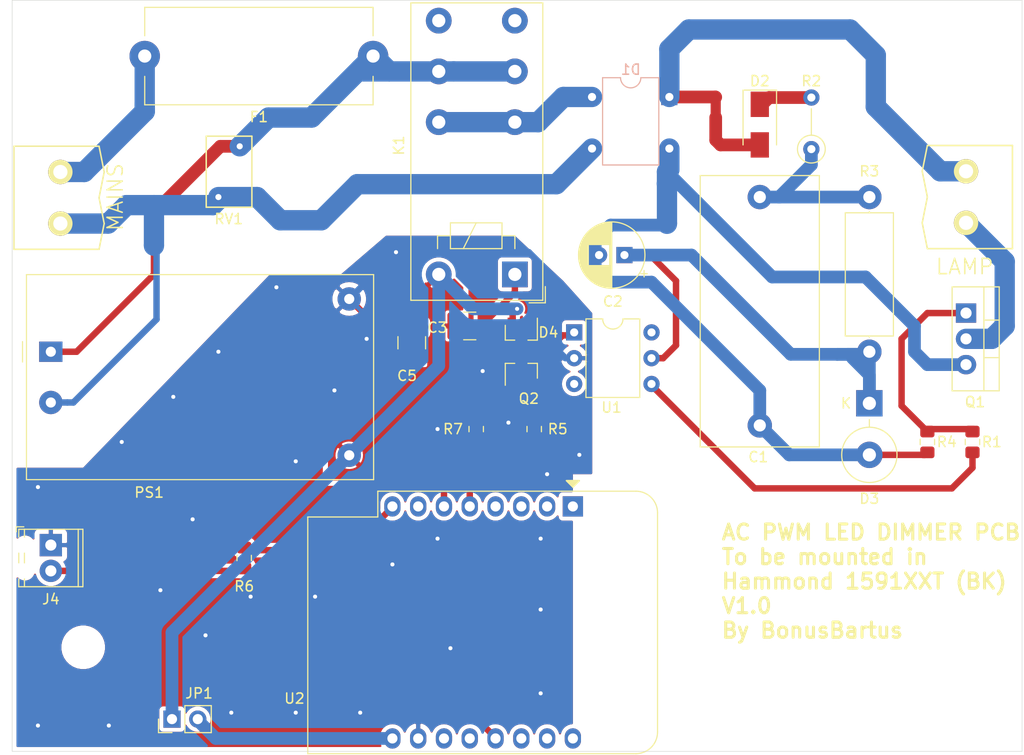
<source format=kicad_pcb>
(kicad_pcb (version 20171130) (host pcbnew "(5.1.2)-2")

  (general
    (thickness 1.6)
    (drawings 5)
    (tracks 202)
    (zones 0)
    (modules 35)
    (nets 42)
  )

  (page A4)
  (layers
    (0 F.Cu signal)
    (31 B.Cu signal)
    (32 B.Adhes user)
    (33 F.Adhes user)
    (34 B.Paste user)
    (35 F.Paste user)
    (36 B.SilkS user)
    (37 F.SilkS user)
    (38 B.Mask user)
    (39 F.Mask user)
    (40 Dwgs.User user)
    (41 Cmts.User user)
    (42 Eco1.User user)
    (43 Eco2.User user)
    (44 Edge.Cuts user)
    (45 Margin user)
    (46 B.CrtYd user)
    (47 F.CrtYd user)
    (48 B.Fab user)
    (49 F.Fab user)
  )

  (setup
    (last_trace_width 0.25)
    (user_trace_width 0.635)
    (user_trace_width 1.25)
    (user_trace_width 2)
    (trace_clearance 0.2)
    (zone_clearance 0.4)
    (zone_45_only no)
    (trace_min 0.25)
    (via_size 0.8)
    (via_drill 0.4)
    (via_min_size 0.8)
    (via_min_drill 0.4)
    (uvia_size 0.3)
    (uvia_drill 0.1)
    (uvias_allowed no)
    (uvia_min_size 0.2)
    (uvia_min_drill 0.1)
    (edge_width 0.05)
    (segment_width 0.2)
    (pcb_text_width 0.3)
    (pcb_text_size 1.5 1.5)
    (mod_edge_width 0.12)
    (mod_text_size 1 1)
    (mod_text_width 0.15)
    (pad_size 1.524 1.524)
    (pad_drill 0.762)
    (pad_to_mask_clearance 0.051)
    (solder_mask_min_width 0.25)
    (aux_axis_origin 0 0)
    (grid_origin 90 150)
    (visible_elements 7FFFFFFF)
    (pcbplotparams
      (layerselection 0x010fc_ffffffff)
      (usegerberextensions false)
      (usegerberattributes false)
      (usegerberadvancedattributes false)
      (creategerberjobfile false)
      (excludeedgelayer true)
      (linewidth 0.100000)
      (plotframeref false)
      (viasonmask false)
      (mode 1)
      (useauxorigin false)
      (hpglpennumber 1)
      (hpglpenspeed 20)
      (hpglpendiameter 15.000000)
      (psnegative false)
      (psa4output false)
      (plotreference true)
      (plotvalue true)
      (plotinvisibletext false)
      (padsonsilk false)
      (subtractmaskfromsilk false)
      (outputformat 1)
      (mirror false)
      (drillshape 0)
      (scaleselection 1)
      (outputdirectory "plots/"))
  )

  (net 0 "")
  (net 1 MAINS-DC-LP_-)
  (net 2 "Net-(C1-Pad1)")
  (net 3 DC15V)
  (net 4 "Net-(C3-Pad2)")
  (net 5 5V)
  (net 6 GND)
  (net 7 MAINS-DC-HP_+)
  (net 8 MAINS-DC-HP_-)
  (net 9 MAINS-AC-HP-N)
  (net 10 MAINS-AC-HP-L-FROM-RELAY)
  (net 11 MAINS-DC-LP_+)
  (net 12 "Net-(D2-Pad1)")
  (net 13 "Net-(D4-Pad1)")
  (net 14 "Net-(F1-Pad2)")
  (net 15 MAINS-AC-HP-L)
  (net 16 "Net-(J1-Pad2)")
  (net 17 "Net-(JP1-Pad2)")
  (net 18 "Net-(K1-Pad5)")
  (net 19 "Net-(K1-Pad4)")
  (net 20 MAINS-AC-LP-L)
  (net 21 MAINS-AC-LP-N)
  (net 22 "Net-(Q1-Pad1)")
  (net 23 "Net-(Q2-Pad1)")
  (net 24 PWM-SIGNAL)
  (net 25 PWM)
  (net 26 "Net-(R5-Pad1)")
  (net 27 D5)
  (net 28 "Net-(U1-Pad6)")
  (net 29 "Net-(U1-Pad3)")
  (net 30 "Net-(U2-Pad16)")
  (net 31 "Net-(U2-Pad14)")
  (net 32 "Net-(U2-Pad12)")
  (net 33 "Net-(U2-Pad11)")
  (net 34 "Net-(U2-Pad7)")
  (net 35 "Net-(U2-Pad3)")
  (net 36 "Net-(U2-Pad1)")
  (net 37 "Net-(U2-Pad2)")
  (net 38 "Net-(U2-Pad15)")
  (net 39 "Net-(U2-Pad4)")
  (net 40 "Net-(J4-Pad2)")
  (net 41 +3V3)

  (net_class Default "This is the default net class."
    (clearance 0.2)
    (trace_width 0.25)
    (via_dia 0.8)
    (via_drill 0.4)
    (uvia_dia 0.3)
    (uvia_drill 0.1)
    (diff_pair_width 0.25)
    (diff_pair_gap 0.25)
    (add_net +3V3)
    (add_net "Net-(J4-Pad2)")
    (add_net "Net-(U2-Pad15)")
    (add_net "Net-(U2-Pad4)")
  )

  (net_class HV-HP ""
    (clearance 0.4)
    (trace_width 1.25)
    (via_dia 1.2)
    (via_drill 0.6)
    (uvia_dia 0.3)
    (uvia_drill 0.1)
    (diff_pair_width 0.25)
    (diff_pair_gap 0.25)
    (add_net MAINS-AC-HP-L)
    (add_net MAINS-AC-HP-L-FROM-RELAY)
    (add_net MAINS-AC-HP-N)
    (add_net MAINS-DC-HP_+)
    (add_net "Net-(D2-Pad1)")
    (add_net "Net-(F1-Pad2)")
    (add_net "Net-(J1-Pad2)")
    (add_net "Net-(K1-Pad4)")
    (add_net "Net-(K1-Pad5)")
  )

  (net_class HV-LP ""
    (clearance 0.4)
    (trace_width 0.635)
    (via_dia 0.8)
    (via_drill 0.4)
    (uvia_dia 0.3)
    (uvia_drill 0.1)
    (diff_pair_width 0.25)
    (diff_pair_gap 0.25)
    (add_net MAINS-AC-LP-L)
    (add_net MAINS-AC-LP-N)
    (add_net MAINS-DC-LP_+)
    (add_net "Net-(C1-Pad1)")
  )

  (net_class LV ""
    (clearance 0.25)
    (trace_width 0.635)
    (via_dia 0.8)
    (via_drill 0.4)
    (uvia_dia 0.3)
    (uvia_drill 0.1)
    (diff_pair_width 0.25)
    (diff_pair_gap 0.25)
    (add_net 5V)
    (add_net D5)
    (add_net DC15V)
    (add_net GND)
    (add_net MAINS-DC-HP_-)
    (add_net MAINS-DC-LP_-)
    (add_net "Net-(C3-Pad2)")
    (add_net "Net-(D4-Pad1)")
    (add_net "Net-(JP1-Pad2)")
    (add_net "Net-(Q1-Pad1)")
    (add_net "Net-(Q2-Pad1)")
    (add_net "Net-(R5-Pad1)")
    (add_net "Net-(U1-Pad3)")
    (add_net "Net-(U1-Pad6)")
    (add_net "Net-(U2-Pad1)")
    (add_net "Net-(U2-Pad11)")
    (add_net "Net-(U2-Pad12)")
    (add_net "Net-(U2-Pad14)")
    (add_net "Net-(U2-Pad16)")
    (add_net "Net-(U2-Pad2)")
    (add_net "Net-(U2-Pad3)")
    (add_net "Net-(U2-Pad7)")
    (add_net PWM)
    (add_net PWM-SIGNAL)
  )

  (module NetTie:NetTie-2_SMD_Pad1.0mm (layer F.Cu) (tedit 5CFB84C1) (tstamp 5CF44C2D)
    (at 159.3166 86.5508 270)
    (descr "Net tie, 2 pin, 2.0mm square SMD pads")
    (tags "net tie")
    (path /5CF0419C)
    (attr virtual)
    (fp_text reference NT3 (at 0.828 2.306 90) (layer F.SilkS) hide
      (effects (font (size 1 1) (thickness 0.15)))
    )
    (fp_text value Net-Tie_2 (at 1.3716 2.1082 90) (layer F.Fab)
      (effects (font (size 1 1) (thickness 0.15)))
    )
    (fp_line (start -1.75 -0.75) (end 1.75 -0.75) (layer F.CrtYd) (width 0.05))
    (fp_line (start 1.75 -0.75) (end 1.75 0.75) (layer F.CrtYd) (width 0.05))
    (fp_line (start 1.75 0.75) (end -1.75 0.75) (layer F.CrtYd) (width 0.05))
    (fp_line (start -1.75 -0.75) (end -1.75 0.75) (layer F.CrtYd) (width 0.05))
    (fp_poly (pts (xy -1 -0.5) (xy 1 -0.5) (xy 1 0.5) (xy -1 0.5)) (layer F.Cu) (width 0))
    (pad 2 smd circle (at 1 0 270) (size 1 1) (layers F.Cu)
      (net 11 MAINS-DC-LP_+))
    (pad 1 smd circle (at -1 0 270) (size 1 1) (layers F.Cu)
      (net 7 MAINS-DC-HP_+))
  )

  (module Diode_THT:Diode_Bridge_DIP-4_W7.62mm_P5.08mm (layer B.Cu) (tedit 5A142105) (tstamp 5D0D0202)
    (at 154.75 85.53 180)
    (descr "4-lead dip package for diode bridges, row spacing 7.62 mm (300 mils), see http://cdn-reichelt.de/documents/datenblatt/A400/HDBL101G_20SERIES-TSC.pdf")
    (tags "DIL DIP PDIP 5.08mm 7.62mm 300mil")
    (path /5D0D2E59)
    (fp_text reference D1 (at 3.8 2.7 180) (layer B.SilkS)
      (effects (font (size 1 1) (thickness 0.15)) (justify mirror))
    )
    (fp_text value DF10M (at 3.8 -7.8 180) (layer B.Fab)
      (effects (font (size 1 1) (thickness 0.15)) (justify mirror))
    )
    (fp_arc (start 3.81 1.9) (end 2.81 1.9) (angle 180) (layer B.SilkS) (width 0.12))
    (fp_line (start 8.67 -6.85) (end -1.05 -6.85) (layer B.CrtYd) (width 0.05))
    (fp_line (start 8.67 -6.85) (end 8.67 2.05) (layer B.CrtYd) (width 0.05))
    (fp_line (start -1.05 2.05) (end -1.05 -6.85) (layer B.CrtYd) (width 0.05))
    (fp_line (start -1.05 2.05) (end 8.67 2.05) (layer B.CrtYd) (width 0.05))
    (fp_line (start 1.635 1.8) (end 6.985 1.8) (layer B.Fab) (width 0.1))
    (fp_line (start 6.985 1.8) (end 6.985 -6.6) (layer B.Fab) (width 0.1))
    (fp_line (start 6.985 -6.6) (end 0.635 -6.6) (layer B.Fab) (width 0.1))
    (fp_line (start 0.635 -6.6) (end 0.635 0.8) (layer B.Fab) (width 0.1))
    (fp_line (start 0.635 0.8) (end 1.635 1.8) (layer B.Fab) (width 0.1))
    (fp_line (start 2.81 1.9) (end 1.04 1.9) (layer B.SilkS) (width 0.12))
    (fp_line (start 1.04 1.9) (end 1.04 -6.7) (layer B.SilkS) (width 0.12))
    (fp_line (start 1.04 -6.7) (end 6.58 -6.7) (layer B.SilkS) (width 0.12))
    (fp_line (start 6.58 -6.7) (end 6.58 1.9) (layer B.SilkS) (width 0.12))
    (fp_line (start 6.58 1.9) (end 4.81 1.9) (layer B.SilkS) (width 0.12))
    (fp_text user %R (at 3.81 -2.54 180) (layer B.Fab)
      (effects (font (size 1 1) (thickness 0.15)) (justify mirror))
    )
    (pad 1 thru_hole rect (at 0 0 180) (size 1.6 1.6) (drill 0.8) (layers *.Cu *.Mask)
      (net 7 MAINS-DC-HP_+))
    (pad 3 thru_hole oval (at 7.62 -5.08 180) (size 1.6 1.6) (drill 0.8) (layers *.Cu *.Mask)
      (net 9 MAINS-AC-HP-N))
    (pad 2 thru_hole oval (at 0 -5.08 180) (size 1.6 1.6) (drill 0.8) (layers *.Cu *.Mask)
      (net 8 MAINS-DC-HP_-))
    (pad 4 thru_hole oval (at 7.62 0 180) (size 1.6 1.6) (drill 0.8) (layers *.Cu *.Mask)
      (net 10 MAINS-AC-HP-L-FROM-RELAY))
    (model ${KIPRJMOD}/shapes3D/Diode_Bridge_DIP-4_W7.62mm_P5.08mm.wrl
      (at (xyz 0 0 0))
      (scale (xyz 1 1 1))
      (rotate (xyz 0 0 0))
    )
  )

  (module Resistor_THT:R_Axial_DIN0414_L11.9mm_D4.5mm_P15.24mm_Horizontal (layer F.Cu) (tedit 5AE5139B) (tstamp 5D00186A)
    (at 174.455 110.63 90)
    (descr "Resistor, Axial_DIN0414 series, Axial, Horizontal, pin pitch=15.24mm, 2W, length*diameter=11.9*4.5mm^2, http://www.vishay.com/docs/20128/wkxwrx.pdf")
    (tags "Resistor Axial_DIN0414 series Axial Horizontal pin pitch 15.24mm 2W length 11.9mm diameter 4.5mm")
    (path /5CF0F278)
    (fp_text reference R3 (at 17.78 0 180) (layer F.SilkS)
      (effects (font (size 1 1) (thickness 0.15)))
    )
    (fp_text value 150k/2Watt (at 7.62 3.37 90) (layer F.Fab)
      (effects (font (size 1 1) (thickness 0.15)))
    )
    (fp_line (start 1.67 -2.25) (end 1.67 2.25) (layer F.Fab) (width 0.1))
    (fp_line (start 1.67 2.25) (end 13.57 2.25) (layer F.Fab) (width 0.1))
    (fp_line (start 13.57 2.25) (end 13.57 -2.25) (layer F.Fab) (width 0.1))
    (fp_line (start 13.57 -2.25) (end 1.67 -2.25) (layer F.Fab) (width 0.1))
    (fp_line (start 0 0) (end 1.67 0) (layer F.Fab) (width 0.1))
    (fp_line (start 15.24 0) (end 13.57 0) (layer F.Fab) (width 0.1))
    (fp_line (start 1.55 -2.37) (end 1.55 2.37) (layer F.SilkS) (width 0.12))
    (fp_line (start 1.55 2.37) (end 13.69 2.37) (layer F.SilkS) (width 0.12))
    (fp_line (start 13.69 2.37) (end 13.69 -2.37) (layer F.SilkS) (width 0.12))
    (fp_line (start 13.69 -2.37) (end 1.55 -2.37) (layer F.SilkS) (width 0.12))
    (fp_line (start 1.44 0) (end 1.55 0) (layer F.SilkS) (width 0.12))
    (fp_line (start 13.8 0) (end 13.69 0) (layer F.SilkS) (width 0.12))
    (fp_line (start -1.45 -2.5) (end -1.45 2.5) (layer F.CrtYd) (width 0.05))
    (fp_line (start -1.45 2.5) (end 16.69 2.5) (layer F.CrtYd) (width 0.05))
    (fp_line (start 16.69 2.5) (end 16.69 -2.5) (layer F.CrtYd) (width 0.05))
    (fp_line (start 16.69 -2.5) (end -1.45 -2.5) (layer F.CrtYd) (width 0.05))
    (fp_text user %R (at 7.62 0 180) (layer F.Fab)
      (effects (font (size 1 1) (thickness 0.15)))
    )
    (pad 1 thru_hole circle (at 0 0 90) (size 2.4 2.4) (drill 1.2) (layers *.Cu *.Mask)
      (net 3 DC15V))
    (pad 2 thru_hole oval (at 15.24 0 90) (size 2.4 2.4) (drill 1.2) (layers *.Cu *.Mask)
      (net 2 "Net-(C1-Pad1)"))
    (model ${KIPRJMOD}/shapes3D/R_Axial_DIN0414_L11.9mm_D4.5mm_P15.24mm_Horizontal.wrl
      (at (xyz 0 0 0))
      (scale (xyz 1 1 1))
      (rotate (xyz 0 0 0))
    )
  )

  (module NetTie:NetTie-2_SMD_Pad1.0mm (layer F.Cu) (tedit 5CFB84C1) (tstamp 5CF44C17)
    (at 103.97 97.93 270)
    (descr "Net tie, 2 pin, 2.0mm square SMD pads")
    (tags "net tie")
    (path /5CF02327)
    (attr virtual)
    (fp_text reference NT1 (at 0 -2 90) (layer F.SilkS) hide
      (effects (font (size 1 1) (thickness 0.15)))
    )
    (fp_text value Net-Tie_2 (at 0 -3.33 90) (layer F.Fab)
      (effects (font (size 1 1) (thickness 0.15)))
    )
    (fp_line (start -1.75 -0.75) (end 1.75 -0.75) (layer F.CrtYd) (width 0.05))
    (fp_line (start 1.75 -0.75) (end 1.75 0.75) (layer F.CrtYd) (width 0.05))
    (fp_line (start 1.75 0.75) (end -1.75 0.75) (layer F.CrtYd) (width 0.05))
    (fp_line (start -1.75 -0.75) (end -1.75 0.75) (layer F.CrtYd) (width 0.05))
    (fp_poly (pts (xy -1 -0.5) (xy 1 -0.5) (xy 1 0.5) (xy -1 0.5)) (layer F.Cu) (width 0))
    (pad 2 smd circle (at 1 0 270) (size 1 1) (layers F.Cu)
      (net 20 MAINS-AC-LP-L))
    (pad 1 smd circle (at -1 0 270) (size 1 1) (layers F.Cu)
      (net 15 MAINS-AC-HP-L))
  )

  (module Resistor_THT:R_Axial_DIN0207_L6.3mm_D2.5mm_P5.08mm_Vertical (layer F.Cu) (tedit 5AE5139B) (tstamp 5D00214C)
    (at 168.74 90.6656 90)
    (descr "Resistor, Axial_DIN0207 series, Axial, Vertical, pin pitch=5.08mm, 0.25W = 1/4W, length*diameter=6.3*2.5mm^2, http://cdn-reichelt.de/documents/datenblatt/B400/1_4W%23YAG.pdf")
    (tags "Resistor Axial_DIN0207 series Axial Vertical pin pitch 5.08mm 0.25W = 1/4W length 6.3mm diameter 2.5mm")
    (path /5CF0EDF7)
    (fp_text reference R2 (at 6.7056 0 180) (layer F.SilkS)
      (effects (font (size 1 1) (thickness 0.15)))
    )
    (fp_text value 220/0.5Watt (at 2.54 -2.37 90) (layer F.Fab)
      (effects (font (size 1 1) (thickness 0.15)))
    )
    (fp_text user %R (at 2.54 -2.37 90) (layer F.Fab)
      (effects (font (size 1 1) (thickness 0.15)))
    )
    (fp_line (start 6.13 -1.5) (end -1.5 -1.5) (layer F.CrtYd) (width 0.05))
    (fp_line (start 6.13 1.5) (end 6.13 -1.5) (layer F.CrtYd) (width 0.05))
    (fp_line (start -1.5 1.5) (end 6.13 1.5) (layer F.CrtYd) (width 0.05))
    (fp_line (start -1.5 -1.5) (end -1.5 1.5) (layer F.CrtYd) (width 0.05))
    (fp_line (start 1.37 0) (end 3.98 0) (layer F.SilkS) (width 0.12))
    (fp_line (start 0 0) (end 5.08 0) (layer F.Fab) (width 0.1))
    (fp_circle (center 0 0) (end 1.37 0) (layer F.SilkS) (width 0.12))
    (fp_circle (center 0 0) (end 1.25 0) (layer F.Fab) (width 0.1))
    (pad 2 thru_hole oval (at 5.08 0 90) (size 1.6 1.6) (drill 0.8) (layers *.Cu *.Mask)
      (net 12 "Net-(D2-Pad1)"))
    (pad 1 thru_hole circle (at 0 0 90) (size 1.6 1.6) (drill 0.8) (layers *.Cu *.Mask)
      (net 2 "Net-(C1-Pad1)"))
    (model ${KIPRJMOD}/shapes3D/R_Axial_DIN0207_L6.3mm_D2.5mm_P5.08mm_Vertical.wrl
      (at (xyz 0 0 0))
      (scale (xyz 1 1 1))
      (rotate (xyz 0 0 0))
    )
  )

  (module NetTie:NetTie-2_SMD_Pad2.0mm (layer B.Cu) (tedit 5A1CF73E) (tstamp 5CF44C22)
    (at 103.97 98.184 270)
    (descr "Net tie, 2 pin, 2.0mm square SMD pads")
    (tags "net tie")
    (path /5CF03E80)
    (attr virtual)
    (fp_text reference NT2 (at 0 2 270) (layer B.SilkS) hide
      (effects (font (size 1 1) (thickness 0.15)) (justify mirror))
    )
    (fp_text value Net-Tie_2 (at 0 -2 270) (layer B.Fab)
      (effects (font (size 1 1) (thickness 0.15)) (justify mirror))
    )
    (fp_line (start -3.25 1.25) (end 3.25 1.25) (layer B.CrtYd) (width 0.05))
    (fp_line (start 3.25 1.25) (end 3.25 -1.25) (layer B.CrtYd) (width 0.05))
    (fp_line (start 3.25 -1.25) (end -3.25 -1.25) (layer B.CrtYd) (width 0.05))
    (fp_line (start -3.25 -1.25) (end -3.25 1.25) (layer B.CrtYd) (width 0.05))
    (fp_poly (pts (xy -2 1) (xy 2 1) (xy 2 -1) (xy -2 -1)) (layer B.Cu) (width 0))
    (pad 2 smd circle (at 2 0 270) (size 2 2) (layers B.Cu)
      (net 21 MAINS-AC-LP-N))
    (pad 1 smd circle (at -2 0 270) (size 2 2) (layers B.Cu)
      (net 9 MAINS-AC-HP-N))
  )

  (module MountingHole:MountingHole_3.5mm (layer F.Cu) (tedit 56D1B4CB) (tstamp 5CF69CB1)
    (at 97 139.75)
    (descr "Mounting Hole 3.5mm, no annular")
    (tags "mounting hole 3.5mm no annular")
    (path /5CF74FE8)
    (attr virtual)
    (fp_text reference H4 (at 0 -4.5) (layer F.SilkS) hide
      (effects (font (size 1 1) (thickness 0.15)))
    )
    (fp_text value "MountingHole 3.5mm" (at 1.75 4.25) (layer F.Fab) hide
      (effects (font (size 1 1) (thickness 0.15)))
    )
    (fp_circle (center 0 0) (end 3.75 0) (layer F.CrtYd) (width 0.05))
    (fp_circle (center 0 0) (end 3.5 0) (layer Cmts.User) (width 0.15))
    (fp_text user %R (at 0.3 0) (layer F.Fab)
      (effects (font (size 1 1) (thickness 0.15)))
    )
    (pad 1 np_thru_hole circle (at 0 0) (size 3.5 3.5) (drill 3.5) (layers *.Cu *.Mask))
  )

  (module MountingHole:MountingHole_3.5mm (layer F.Cu) (tedit 56D1B4CB) (tstamp 5CF69CA9)
    (at 182 139.75)
    (descr "Mounting Hole 3.5mm, no annular")
    (tags "mounting hole 3.5mm no annular")
    (path /5CF74864)
    (attr virtual)
    (fp_text reference H3 (at 0 -4.5) (layer F.SilkS) hide
      (effects (font (size 1 1) (thickness 0.15)))
    )
    (fp_text value "MountingHole 3.5mm" (at -1.25 5.25) (layer F.Fab) hide
      (effects (font (size 1 1) (thickness 0.15)))
    )
    (fp_circle (center 0 0) (end 3.75 0) (layer F.CrtYd) (width 0.05))
    (fp_circle (center 0 0) (end 3.5 0) (layer Cmts.User) (width 0.15))
    (fp_text user %R (at 0.3 0) (layer F.Fab)
      (effects (font (size 1 1) (thickness 0.15)))
    )
    (pad 1 np_thru_hole circle (at 0 0) (size 3.5 3.5) (drill 3.5) (layers *.Cu *.Mask))
  )

  (module MountingHole:MountingHole_3.5mm (layer F.Cu) (tedit 56D1B4CB) (tstamp 5CF69CA1)
    (at 182 85.25)
    (descr "Mounting Hole 3.5mm, no annular")
    (tags "mounting hole 3.5mm no annular")
    (path /5CF74D96)
    (attr virtual)
    (fp_text reference H2 (at 0 -4.5) (layer F.SilkS) hide
      (effects (font (size 1 1) (thickness 0.15)))
    )
    (fp_text value "MountingHole 3.5mm" (at 4.75 -1.25 90) (layer F.Fab) hide
      (effects (font (size 1 1) (thickness 0.15)))
    )
    (fp_circle (center 0 0) (end 3.75 0) (layer F.CrtYd) (width 0.05))
    (fp_circle (center 0 0) (end 3.5 0) (layer Cmts.User) (width 0.15))
    (fp_text user %R (at 0.3 0) (layer F.Fab)
      (effects (font (size 1 1) (thickness 0.15)))
    )
    (pad 1 np_thru_hole circle (at 0 0) (size 3.5 3.5) (drill 3.5) (layers *.Cu *.Mask))
  )

  (module MountingHole:MountingHole_3.5mm (layer F.Cu) (tedit 56D1B4CB) (tstamp 5CF6A0F3)
    (at 97 85.25)
    (descr "Mounting Hole 3.5mm, no annular")
    (tags "mounting hole 3.5mm no annular")
    (path /5CF74A09)
    (attr virtual)
    (fp_text reference H1 (at 0 -4.5) (layer F.SilkS) hide
      (effects (font (size 1 1) (thickness 0.15)))
    )
    (fp_text value "MountingHole 3.5mm" (at 1 4.5) (layer F.Fab) hide
      (effects (font (size 1 1) (thickness 0.15)))
    )
    (fp_circle (center 0 0) (end 3.75 0) (layer F.CrtYd) (width 0.05))
    (fp_circle (center 0 0) (end 3.5 0) (layer Cmts.User) (width 0.15))
    (fp_text user %R (at 0.3 0) (layer F.Fab)
      (effects (font (size 1 1) (thickness 0.15)))
    )
    (pad 1 np_thru_hole circle (at 0 0) (size 3.5 3.5) (drill 3.5) (layers *.Cu *.Mask))
  )

  (module Connector-BJH_github:Weidmuller-SL-5.08-Vertical-2Pole (layer F.Cu) (tedit 55B8C871) (tstamp 5CF6A2C1)
    (at 94.75 98 90)
    (path /5CEF6513)
    (fp_text reference J2 (at -3.75 0 180) (layer F.SilkS) hide
      (effects (font (size 1.5 1.5) (thickness 0.15)))
    )
    (fp_text value MAINS (at 2.61 5.41 90) (layer F.SilkS)
      (effects (font (size 1.5 1.5) (thickness 0.15)))
    )
    (fp_line (start -2.54 3.81) (end 0 4.318) (layer F.SilkS) (width 0.15))
    (fp_line (start 0 4.318) (end 2.54 3.81) (layer F.SilkS) (width 0.15))
    (fp_line (start 2.54 3.81) (end 5.08 4.318) (layer F.SilkS) (width 0.15))
    (fp_line (start 5.08 4.318) (end 7.62 3.81) (layer F.SilkS) (width 0.15))
    (fp_line (start 7.62 -4.572) (end 7.62 3.81) (layer F.SilkS) (width 0.15))
    (fp_line (start -2.54 -4.572) (end -2.54 3.81) (layer F.SilkS) (width 0.15))
    (fp_line (start -2.54 -4.572) (end 7.62 -4.572) (layer F.SilkS) (width 0.15))
    (pad 1 thru_hole circle (at 0 0 90) (size 2.4 2.4) (drill 1.4) (layers *.Cu *.Mask F.SilkS)
      (net 9 MAINS-AC-HP-N))
    (pad 2 thru_hole circle (at 5.08 0 90) (size 2.4 2.4) (drill 1.4) (layers *.Cu *.Mask F.SilkS)
      (net 14 "Net-(F1-Pad2)"))
  )

  (module Connector-BJH_github:Weidmuller-SL-5.08-Vertical-2Pole (layer F.Cu) (tedit 55B8C871) (tstamp 5CF44B82)
    (at 183.98 92.85 270)
    (path /5CF2B9E4)
    (fp_text reference J1 (at 9.19 -2.77 180) (layer F.SilkS) hide
      (effects (font (size 1.5 1.5) (thickness 0.15)))
    )
    (fp_text value LAMP (at 9.398 0.127) (layer F.SilkS)
      (effects (font (size 1.5 1.5) (thickness 0.15)))
    )
    (fp_line (start -2.54 3.81) (end 0 4.318) (layer F.SilkS) (width 0.15))
    (fp_line (start 0 4.318) (end 2.54 3.81) (layer F.SilkS) (width 0.15))
    (fp_line (start 2.54 3.81) (end 5.08 4.318) (layer F.SilkS) (width 0.15))
    (fp_line (start 5.08 4.318) (end 7.62 3.81) (layer F.SilkS) (width 0.15))
    (fp_line (start 7.62 -4.572) (end 7.62 3.81) (layer F.SilkS) (width 0.15))
    (fp_line (start -2.54 -4.572) (end -2.54 3.81) (layer F.SilkS) (width 0.15))
    (fp_line (start -2.54 -4.572) (end 7.62 -4.572) (layer F.SilkS) (width 0.15))
    (pad 1 thru_hole circle (at 0 0 270) (size 2.4 2.4) (drill 1.4) (layers *.Cu *.Mask F.SilkS)
      (net 7 MAINS-DC-HP_+))
    (pad 2 thru_hole circle (at 5.08 0 270) (size 2.4 2.4) (drill 1.4) (layers *.Cu *.Mask F.SilkS)
      (net 16 "Net-(J1-Pad2)"))
  )

  (module Relay_THT:Relay_SPDT_Omron_G5RL-1-E (layer F.Cu) (tedit 5CF17649) (tstamp 5D000EC1)
    (at 139.53 103.01 90)
    (descr "Relay, Omron_G5RL-1-E, SPSDT")
    (tags "Relay Omron G5RL-1-E SPDT ")
    (path /5CF1CD48)
    (fp_text reference K1 (at 12.7 -11.43 90) (layer F.SilkS)
      (effects (font (size 1 1) (thickness 0.15)))
    )
    (fp_text value G5RLE-1 (at 10.9 3.81 90) (layer F.Fab)
      (effects (font (size 1 1) (thickness 0.15)))
    )
    (fp_line (start -2.55 -10.25) (end -2.55 2.75) (layer F.SilkS) (width 0.12))
    (fp_line (start 26.75 2.75) (end -2.55 2.75) (layer F.SilkS) (width 0.12))
    (fp_line (start 2.54 -6.35) (end 3.81 -6.35) (layer F.SilkS) (width 0.12))
    (fp_line (start 2.54 -1.27) (end 2.54 -6.35) (layer F.SilkS) (width 0.12))
    (fp_line (start 5.08 -1.27) (end 2.54 -1.27) (layer F.SilkS) (width 0.12))
    (fp_line (start 5.08 -6.35) (end 5.08 -1.27) (layer F.SilkS) (width 0.12))
    (fp_line (start 3.81 -6.35) (end 5.08 -6.35) (layer F.SilkS) (width 0.12))
    (fp_line (start 3.81 -7.62) (end 3.81 -6.35) (layer F.SilkS) (width 0.12))
    (fp_line (start 2.54 -7.62) (end 3.81 -7.62) (layer F.SilkS) (width 0.12))
    (fp_line (start 3.81 0) (end 2.54 0) (layer F.SilkS) (width 0.12))
    (fp_line (start 3.81 -1.27) (end 3.81 0) (layer F.SilkS) (width 0.12))
    (fp_line (start 2.54 -5.08) (end 5.08 -3.81) (layer F.SilkS) (width 0.12))
    (fp_line (start -2.55 -10.25) (end 26.75 -10.25) (layer F.SilkS) (width 0.12))
    (fp_line (start 26.75 -10.25) (end 26.75 2.75) (layer F.SilkS) (width 0.12))
    (fp_line (start -2.3 2.5) (end -2.3 -10) (layer F.Fab) (width 0.1))
    (fp_line (start 26.5 2.5) (end -2.3 2.5) (layer F.Fab) (width 0.1))
    (fp_line (start 26.5 -10) (end 26.5 2.5) (layer F.Fab) (width 0.1))
    (fp_line (start -2.3 -10) (end 26.5 -10) (layer F.Fab) (width 0.1))
    (fp_line (start 0 -6.4) (end 0 -1.2) (layer F.Fab) (width 0.1))
    (fp_line (start 27 -10.5) (end -2.8 -10.5) (layer F.CrtYd) (width 0.05))
    (fp_line (start 27 3) (end 27 -10.5) (layer F.CrtYd) (width 0.05))
    (fp_line (start 27 3) (end -2.8 3) (layer F.CrtYd) (width 0.05))
    (fp_line (start -2.8 -10.5) (end -2.8 3) (layer F.CrtYd) (width 0.05))
    (fp_text user %R (at 11 -3.8 90) (layer F.Fab)
      (effects (font (size 1 1) (thickness 0.15)))
    )
    (fp_line (start -2.8 1.4) (end -2.8 3) (layer F.SilkS) (width 0.12))
    (fp_line (start -2.8 3) (end -1.2 3) (layer F.SilkS) (width 0.12))
    (pad 6 thru_hole circle (at 20 -7.5 90) (size 2.54 2.54) (drill 1.3) (layers *.Cu *.Mask)
      (net 15 MAINS-AC-HP-L))
    (pad 7 thru_hole circle (at 15 -7.5 90) (size 2.54 2.54) (drill 1.3) (layers *.Cu *.Mask)
      (net 10 MAINS-AC-HP-L-FROM-RELAY))
    (pad 4 thru_hole circle (at 25 0 90) (size 2.54 2.54) (drill 1.3) (layers *.Cu *.Mask)
      (net 19 "Net-(K1-Pad4)"))
    (pad 2 thru_hole circle (at 15 0 90) (size 2.54 2.54) (drill 1.3) (layers *.Cu *.Mask)
      (net 10 MAINS-AC-HP-L-FROM-RELAY))
    (pad 3 thru_hole circle (at 20 0 90) (size 2.54 2.54) (drill 1.3) (layers *.Cu *.Mask)
      (net 15 MAINS-AC-HP-L))
    (pad 5 thru_hole circle (at 25 -7.5 90) (size 2.54 2.54) (drill 1.3) (layers *.Cu *.Mask)
      (net 18 "Net-(K1-Pad5)"))
    (pad 1 thru_hole rect (at 0 0 90) (size 2.54 2.54) (drill 1.3) (layers *.Cu *.Mask)
      (net 4 "Net-(C3-Pad2)"))
    (pad 8 thru_hole circle (at 0 -7.5 90) (size 2.54 2.54) (drill 1.3) (layers *.Cu *.Mask)
      (net 5 5V))
    (model ${KIPRJMOD}/shapes3D/Relay_1-Form-B_Schrack-RYII_RM5mm.wrl
      (at (xyz 0 0 0))
      (scale (xyz 1 1 1))
      (rotate (xyz 0 0 0))
    )
  )

  (module Module:WEMOS_D1_mini_light (layer F.Cu) (tedit 5BBFB1CE) (tstamp 5D001422)
    (at 145.245 125.87 270)
    (descr "16-pin module, column spacing 22.86 mm (900 mils), https://wiki.wemos.cc/products:d1:d1_mini, https://c1.staticflickr.com/1/734/31400410271_f278b087db_z.jpg")
    (tags "ESP8266 WiFi microcontroller")
    (path /5CEE922E)
    (fp_text reference U2 (at 18.923 27.432 180) (layer F.SilkS)
      (effects (font (size 1 1) (thickness 0.15)))
    )
    (fp_text value WeMos_D1_mini (at 11.7 0 90) (layer F.Fab)
      (effects (font (size 1 1) (thickness 0.15)))
    )
    (fp_text user "No copper" (at 11.43 -3.81 90) (layer Cmts.User)
      (effects (font (size 1 1) (thickness 0.15)))
    )
    (fp_text user "KEEP OUT" (at 11.43 -6.35 90) (layer Cmts.User)
      (effects (font (size 1 1) (thickness 0.15)))
    )
    (fp_arc (start 22.23 -6.21) (end 24.36 -6.21) (angle -90) (layer F.SilkS) (width 0.12))
    (fp_arc (start 0.63 -6.21) (end 0.63 -8.34) (angle -90) (layer F.SilkS) (width 0.12))
    (fp_line (start 1.04 19.22) (end 1.04 26.12) (layer F.SilkS) (width 0.12))
    (fp_line (start -1.5 19.22) (end 1.04 19.22) (layer F.SilkS) (width 0.12))
    (fp_arc (start 22.23 -6.21) (end 24.23 -6.19) (angle -90) (layer F.Fab) (width 0.1))
    (fp_arc (start 0.63 -6.21) (end 0.63 -8.21) (angle -90) (layer F.Fab) (width 0.1))
    (fp_line (start -0.37 0) (end -1.37 -1) (layer F.Fab) (width 0.1))
    (fp_line (start -1.37 1) (end -0.37 0) (layer F.Fab) (width 0.1))
    (fp_line (start -1.37 -6.21) (end -1.37 -1) (layer F.Fab) (width 0.1))
    (fp_line (start 1.17 19.09) (end 1.17 25.99) (layer F.Fab) (width 0.1))
    (fp_line (start -1.37 19.09) (end 1.17 19.09) (layer F.Fab) (width 0.1))
    (fp_line (start -1.35 -7.4) (end -0.55 -8.2) (layer Dwgs.User) (width 0.1))
    (fp_line (start -1.3 -5.45) (end 1.45 -8.2) (layer Dwgs.User) (width 0.1))
    (fp_line (start -1.35 -3.4) (end 3.45 -8.2) (layer Dwgs.User) (width 0.1))
    (fp_line (start 22.65 -1.4) (end 24.25 -3) (layer Dwgs.User) (width 0.1))
    (fp_line (start 20.65 -1.4) (end 24.25 -5) (layer Dwgs.User) (width 0.1))
    (fp_line (start 18.65 -1.4) (end 24.25 -7) (layer Dwgs.User) (width 0.1))
    (fp_line (start 16.65 -1.4) (end 23.45 -8.2) (layer Dwgs.User) (width 0.1))
    (fp_line (start 14.65 -1.4) (end 21.45 -8.2) (layer Dwgs.User) (width 0.1))
    (fp_line (start 12.65 -1.4) (end 19.45 -8.2) (layer Dwgs.User) (width 0.1))
    (fp_line (start 10.65 -1.4) (end 17.45 -8.2) (layer Dwgs.User) (width 0.1))
    (fp_line (start 8.65 -1.4) (end 15.45 -8.2) (layer Dwgs.User) (width 0.1))
    (fp_line (start 6.65 -1.4) (end 13.45 -8.2) (layer Dwgs.User) (width 0.1))
    (fp_line (start 4.65 -1.4) (end 11.45 -8.2) (layer Dwgs.User) (width 0.1))
    (fp_line (start 2.65 -1.4) (end 9.45 -8.2) (layer Dwgs.User) (width 0.1))
    (fp_line (start 0.65 -1.4) (end 7.45 -8.2) (layer Dwgs.User) (width 0.1))
    (fp_line (start -1.35 -1.4) (end 5.45 -8.2) (layer Dwgs.User) (width 0.1))
    (fp_line (start -1.35 -8.2) (end -1.35 -1.4) (layer Dwgs.User) (width 0.1))
    (fp_line (start 24.25 -8.2) (end -1.35 -8.2) (layer Dwgs.User) (width 0.1))
    (fp_line (start 24.25 -1.4) (end 24.25 -8.2) (layer Dwgs.User) (width 0.1))
    (fp_line (start -1.35 -1.4) (end 24.25 -1.4) (layer Dwgs.User) (width 0.1))
    (fp_poly (pts (xy -2.54 -0.635) (xy -2.54 0.635) (xy -1.905 0)) (layer F.SilkS) (width 0.15))
    (fp_line (start -1.62 26.24) (end -1.62 -8.46) (layer F.CrtYd) (width 0.05))
    (fp_line (start 24.48 26.24) (end -1.62 26.24) (layer F.CrtYd) (width 0.05))
    (fp_line (start 24.48 -8.41) (end 24.48 26.24) (layer F.CrtYd) (width 0.05))
    (fp_line (start -1.62 -8.46) (end 24.48 -8.46) (layer F.CrtYd) (width 0.05))
    (fp_text user %R (at 11.43 10 90) (layer F.Fab)
      (effects (font (size 1 1) (thickness 0.15)))
    )
    (fp_line (start -1.37 1) (end -1.37 19.09) (layer F.Fab) (width 0.1))
    (fp_line (start 22.23 -8.21) (end 0.63 -8.21) (layer F.Fab) (width 0.1))
    (fp_line (start 24.23 25.99) (end 24.23 -6.21) (layer F.Fab) (width 0.1))
    (fp_line (start 1.17 25.99) (end 24.23 25.99) (layer F.Fab) (width 0.1))
    (fp_line (start 22.24 -8.34) (end 0.63 -8.34) (layer F.SilkS) (width 0.12))
    (fp_line (start 24.36 26.12) (end 24.36 -6.21) (layer F.SilkS) (width 0.12))
    (fp_line (start -1.5 19.22) (end -1.5 -6.21) (layer F.SilkS) (width 0.12))
    (fp_line (start 1.04 26.12) (end 24.36 26.12) (layer F.SilkS) (width 0.12))
    (pad 16 thru_hole oval (at 22.86 0 270) (size 2 1.6) (drill 1) (layers *.Cu *.Mask)
      (net 30 "Net-(U2-Pad16)"))
    (pad 15 thru_hole oval (at 22.86 2.54 270) (size 2 1.6) (drill 1) (layers *.Cu *.Mask)
      (net 38 "Net-(U2-Pad15)"))
    (pad 14 thru_hole oval (at 22.86 5.08 270) (size 2 1.6) (drill 1) (layers *.Cu *.Mask)
      (net 31 "Net-(U2-Pad14)"))
    (pad 13 thru_hole oval (at 22.86 7.62 270) (size 2 1.6) (drill 1) (layers *.Cu *.Mask)
      (net 40 "Net-(J4-Pad2)"))
    (pad 12 thru_hole oval (at 22.86 10.16 270) (size 2 1.6) (drill 1) (layers *.Cu *.Mask)
      (net 32 "Net-(U2-Pad12)"))
    (pad 11 thru_hole oval (at 22.86 12.7 270) (size 2 1.6) (drill 1) (layers *.Cu *.Mask)
      (net 33 "Net-(U2-Pad11)"))
    (pad 10 thru_hole oval (at 22.86 15.24 270) (size 2 1.6) (drill 1) (layers *.Cu *.Mask)
      (net 6 GND))
    (pad 9 thru_hole oval (at 22.86 17.78 270) (size 2 1.6) (drill 1) (layers *.Cu *.Mask)
      (net 17 "Net-(JP1-Pad2)"))
    (pad 8 thru_hole oval (at 0 17.78 270) (size 2 1.6) (drill 1) (layers *.Cu *.Mask)
      (net 41 +3V3))
    (pad 7 thru_hole oval (at 0 15.24 270) (size 2 1.6) (drill 1) (layers *.Cu *.Mask)
      (net 34 "Net-(U2-Pad7)"))
    (pad 6 thru_hole oval (at 0 12.7 270) (size 2 1.6) (drill 1) (layers *.Cu *.Mask)
      (net 27 D5))
    (pad 5 thru_hole oval (at 0 10.16 270) (size 2 1.6) (drill 1) (layers *.Cu *.Mask)
      (net 25 PWM))
    (pad 4 thru_hole oval (at 0 7.62 270) (size 2 1.6) (drill 1) (layers *.Cu *.Mask)
      (net 39 "Net-(U2-Pad4)"))
    (pad 3 thru_hole oval (at 0 5.08 270) (size 2 1.6) (drill 1) (layers *.Cu *.Mask)
      (net 35 "Net-(U2-Pad3)"))
    (pad 1 thru_hole rect (at 0 0 270) (size 2 2) (drill 1) (layers *.Cu *.Mask)
      (net 36 "Net-(U2-Pad1)"))
    (pad 2 thru_hole oval (at 0 2.54 270) (size 2 1.6) (drill 1) (layers *.Cu *.Mask)
      (net 37 "Net-(U2-Pad2)"))
    (model ${KISYS3DMOD}/Module.3dshapes/WEMOS_D1_mini_light.wrl
      (at (xyz 0 0 0))
      (scale (xyz 1 1 1))
      (rotate (xyz 0 0 0))
    )
    (model ${KISYS3DMOD}/Connector_PinHeader_2.54mm.3dshapes/PinHeader_1x08_P2.54mm_Vertical.wrl
      (offset (xyz 0 0 9.5))
      (scale (xyz 1 1 1))
      (rotate (xyz 0 -180 0))
    )
    (model ${KISYS3DMOD}/Connector_PinHeader_2.54mm.3dshapes/PinHeader_1x08_P2.54mm_Vertical.wrl
      (offset (xyz 22.86 0 9.5))
      (scale (xyz 1 1 1))
      (rotate (xyz 0 -180 0))
    )
    (model ${KISYS3DMOD}/Connector_PinSocket_2.54mm.3dshapes/PinSocket_1x08_P2.54mm_Vertical.wrl
      (at (xyz 0 0 0))
      (scale (xyz 1 1 1))
      (rotate (xyz 0 0 0))
    )
    (model ${KIPRJMOD}/shapes3D/PinSocket_1x08_P2.54mm_Vertical.wrl
      (offset (xyz 22.86 0 0))
      (scale (xyz 1 1 1))
      (rotate (xyz 0 0 0))
    )
  )

  (module Package_DIP:DIP-6_W7.62mm (layer F.Cu) (tedit 5A02E8C5) (tstamp 5D000CD5)
    (at 145.372 108.725)
    (descr "6-lead though-hole mounted DIP package, row spacing 7.62 mm (300 mils)")
    (tags "THT DIP DIL PDIP 2.54mm 7.62mm 300mil")
    (path /5CEDD0C1)
    (fp_text reference U1 (at 3.683 7.398 180) (layer F.SilkS)
      (effects (font (size 1 1) (thickness 0.15)))
    )
    (fp_text value "4N35 (M by ON Semi )" (at 3.81 7.41) (layer F.Fab)
      (effects (font (size 1 1) (thickness 0.15)))
    )
    (fp_text user %R (at 3.81 2.54) (layer F.Fab)
      (effects (font (size 1 1) (thickness 0.15)))
    )
    (fp_line (start 8.7 -1.55) (end -1.1 -1.55) (layer F.CrtYd) (width 0.05))
    (fp_line (start 8.7 6.6) (end 8.7 -1.55) (layer F.CrtYd) (width 0.05))
    (fp_line (start -1.1 6.6) (end 8.7 6.6) (layer F.CrtYd) (width 0.05))
    (fp_line (start -1.1 -1.55) (end -1.1 6.6) (layer F.CrtYd) (width 0.05))
    (fp_line (start 6.46 -1.33) (end 4.81 -1.33) (layer F.SilkS) (width 0.12))
    (fp_line (start 6.46 6.41) (end 6.46 -1.33) (layer F.SilkS) (width 0.12))
    (fp_line (start 1.16 6.41) (end 6.46 6.41) (layer F.SilkS) (width 0.12))
    (fp_line (start 1.16 -1.33) (end 1.16 6.41) (layer F.SilkS) (width 0.12))
    (fp_line (start 2.81 -1.33) (end 1.16 -1.33) (layer F.SilkS) (width 0.12))
    (fp_line (start 0.635 -0.27) (end 1.635 -1.27) (layer F.Fab) (width 0.1))
    (fp_line (start 0.635 6.35) (end 0.635 -0.27) (layer F.Fab) (width 0.1))
    (fp_line (start 6.985 6.35) (end 0.635 6.35) (layer F.Fab) (width 0.1))
    (fp_line (start 6.985 -1.27) (end 6.985 6.35) (layer F.Fab) (width 0.1))
    (fp_line (start 1.635 -1.27) (end 6.985 -1.27) (layer F.Fab) (width 0.1))
    (fp_arc (start 3.81 -1.33) (end 2.81 -1.33) (angle -180) (layer F.SilkS) (width 0.12))
    (pad 6 thru_hole oval (at 7.62 0) (size 1.6 1.6) (drill 0.8) (layers *.Cu *.Mask)
      (net 28 "Net-(U1-Pad6)"))
    (pad 3 thru_hole oval (at 0 5.08) (size 1.6 1.6) (drill 0.8) (layers *.Cu *.Mask)
      (net 29 "Net-(U1-Pad3)"))
    (pad 5 thru_hole oval (at 7.62 2.54) (size 1.6 1.6) (drill 0.8) (layers *.Cu *.Mask)
      (net 3 DC15V))
    (pad 2 thru_hole oval (at 0 2.54) (size 1.6 1.6) (drill 0.8) (layers *.Cu *.Mask)
      (net 6 GND))
    (pad 4 thru_hole oval (at 7.62 5.08) (size 1.6 1.6) (drill 0.8) (layers *.Cu *.Mask)
      (net 24 PWM-SIGNAL))
    (pad 1 thru_hole rect (at 0 0) (size 1.6 1.6) (drill 0.8) (layers *.Cu *.Mask)
      (net 26 "Net-(R5-Pad1)"))
    (model ${KIPRJMOD}/shapes3D/DIP-6_W7.62mm.wrl
      (at (xyz 0 0 0))
      (scale (xyz 1 1 1))
      (rotate (xyz 0 0 0))
    )
  )

  (module Varistor:RV_Disc_D7mm_W4.5mm_P5mm (layer F.Cu) (tedit 5A0F68DF) (tstamp 5CFB82A1)
    (at 110.32 95.39 90)
    (descr "Varistor, diameter 7mm, width 4.5mm, pitch 5mm")
    (tags "varistor SIOV")
    (path /5CEDEC7F)
    (fp_text reference RV1 (at -2.159 1.016 180) (layer F.SilkS)
      (effects (font (size 1 1) (thickness 0.15)))
    )
    (fp_text value Varistor (at 2.5 -2.2 90) (layer F.Fab)
      (effects (font (size 1 1) (thickness 0.15)))
    )
    (fp_line (start -1 -1.2) (end -1 3.3) (layer F.Fab) (width 0.1))
    (fp_line (start 6 -1.2) (end 6 3.3) (layer F.Fab) (width 0.1))
    (fp_line (start -1 -1.2) (end 6 -1.2) (layer F.Fab) (width 0.1))
    (fp_line (start -1 3.3) (end 6 3.3) (layer F.Fab) (width 0.1))
    (fp_line (start -1 -1.2) (end -1 3.3) (layer F.SilkS) (width 0.15))
    (fp_line (start 6 -1.2) (end 6 3.3) (layer F.SilkS) (width 0.15))
    (fp_line (start -1 -1.2) (end 6 -1.2) (layer F.SilkS) (width 0.15))
    (fp_line (start -1 3.3) (end 6 3.3) (layer F.SilkS) (width 0.15))
    (fp_line (start -1.25 -1.45) (end -1.25 3.55) (layer F.CrtYd) (width 0.05))
    (fp_line (start 6.25 -1.45) (end 6.25 3.55) (layer F.CrtYd) (width 0.05))
    (fp_line (start -1.25 -1.45) (end 6.25 -1.45) (layer F.CrtYd) (width 0.05))
    (fp_line (start -1.25 3.55) (end 6.25 3.55) (layer F.CrtYd) (width 0.05))
    (fp_text user %R (at 2.5 1.27 270) (layer F.Fab)
      (effects (font (size 1 1) (thickness 0.15)))
    )
    (pad 2 thru_hole circle (at 5 2.1 90) (size 1.6 1.6) (drill 0.6) (layers *.Cu *.Mask)
      (net 15 MAINS-AC-HP-L))
    (pad 1 thru_hole circle (at 0 0 90) (size 1.6 1.6) (drill 0.6) (layers *.Cu *.Mask)
      (net 9 MAINS-AC-HP-N))
    (model ${KIPRJMOD}/shapes3D/RV_Disc_D7mm_W4.5mm_P5mm.wrl
      (at (xyz 0 0 0))
      (scale (xyz 1 1 1))
      (rotate (xyz 0 0 0))
    )
  )

  (module Resistor_SMD:R_0805_2012Metric_Pad1.15x1.40mm_HandSolder (layer F.Cu) (tedit 5B36C52B) (tstamp 5CFAFE5E)
    (at 135.72 118.25 270)
    (descr "Resistor SMD 0805 (2012 Metric), square (rectangular) end terminal, IPC_7351 nominal with elongated pad for handsoldering. (Body size source: https://docs.google.com/spreadsheets/d/1BsfQQcO9C6DZCsRaXUlFlo91Tg2WpOkGARC1WS5S8t0/edit?usp=sharing), generated with kicad-footprint-generator")
    (tags "resistor handsolder")
    (path /5CF8759A)
    (attr smd)
    (fp_text reference R7 (at 0 2.286 180) (layer F.SilkS)
      (effects (font (size 1 1) (thickness 0.15)))
    )
    (fp_text value 3k3 (at -1.25 2.72 180) (layer F.Fab)
      (effects (font (size 1 1) (thickness 0.15)))
    )
    (fp_text user %R (at -0.009 0 90) (layer F.Fab)
      (effects (font (size 0.5 0.5) (thickness 0.08)))
    )
    (fp_line (start 1.85 0.95) (end -1.85 0.95) (layer F.CrtYd) (width 0.05))
    (fp_line (start 1.85 -0.95) (end 1.85 0.95) (layer F.CrtYd) (width 0.05))
    (fp_line (start -1.85 -0.95) (end 1.85 -0.95) (layer F.CrtYd) (width 0.05))
    (fp_line (start -1.85 0.95) (end -1.85 -0.95) (layer F.CrtYd) (width 0.05))
    (fp_line (start -0.261252 0.71) (end 0.261252 0.71) (layer F.SilkS) (width 0.12))
    (fp_line (start -0.261252 -0.71) (end 0.261252 -0.71) (layer F.SilkS) (width 0.12))
    (fp_line (start 1 0.6) (end -1 0.6) (layer F.Fab) (width 0.1))
    (fp_line (start 1 -0.6) (end 1 0.6) (layer F.Fab) (width 0.1))
    (fp_line (start -1 -0.6) (end 1 -0.6) (layer F.Fab) (width 0.1))
    (fp_line (start -1 0.6) (end -1 -0.6) (layer F.Fab) (width 0.1))
    (pad 2 smd roundrect (at 1.025 0 270) (size 1.15 1.4) (layers F.Cu F.Paste F.Mask) (roundrect_rratio 0.217391)
      (net 27 D5))
    (pad 1 smd roundrect (at -1.025 0 270) (size 1.15 1.4) (layers F.Cu F.Paste F.Mask) (roundrect_rratio 0.217391)
      (net 23 "Net-(Q2-Pad1)"))
    (model ${KIPRJMOD}/shapes3D/R_0805_2012Metric.wrl
      (at (xyz 0 0 0))
      (scale (xyz 1 1 1))
      (rotate (xyz 0 0 0))
    )
  )

  (module Resistor_SMD:R_0805_2012Metric_Pad1.15x1.40mm_HandSolder (layer F.Cu) (tedit 5B36C52B) (tstamp 5CF44CEA)
    (at 112.86 130.95 270)
    (descr "Resistor SMD 0805 (2012 Metric), square (rectangular) end terminal, IPC_7351 nominal with elongated pad for handsoldering. (Body size source: https://docs.google.com/spreadsheets/d/1BsfQQcO9C6DZCsRaXUlFlo91Tg2WpOkGARC1WS5S8t0/edit?usp=sharing), generated with kicad-footprint-generator")
    (tags "resistor handsolder")
    (path /5CF3C674)
    (attr smd)
    (fp_text reference R6 (at 2.794 0 180) (layer F.SilkS)
      (effects (font (size 1 1) (thickness 0.15)))
    )
    (fp_text value 10k (at -3.204 0.106 180) (layer F.Fab)
      (effects (font (size 1 1) (thickness 0.15)))
    )
    (fp_text user %R (at 0 0 90) (layer F.Fab)
      (effects (font (size 0.5 0.5) (thickness 0.08)))
    )
    (fp_line (start 1.85 0.95) (end -1.85 0.95) (layer F.CrtYd) (width 0.05))
    (fp_line (start 1.85 -0.95) (end 1.85 0.95) (layer F.CrtYd) (width 0.05))
    (fp_line (start -1.85 -0.95) (end 1.85 -0.95) (layer F.CrtYd) (width 0.05))
    (fp_line (start -1.85 0.95) (end -1.85 -0.95) (layer F.CrtYd) (width 0.05))
    (fp_line (start -0.261252 0.71) (end 0.261252 0.71) (layer F.SilkS) (width 0.12))
    (fp_line (start -0.261252 -0.71) (end 0.261252 -0.71) (layer F.SilkS) (width 0.12))
    (fp_line (start 1 0.6) (end -1 0.6) (layer F.Fab) (width 0.1))
    (fp_line (start 1 -0.6) (end 1 0.6) (layer F.Fab) (width 0.1))
    (fp_line (start -1 -0.6) (end 1 -0.6) (layer F.Fab) (width 0.1))
    (fp_line (start -1 0.6) (end -1 -0.6) (layer F.Fab) (width 0.1))
    (pad 2 smd roundrect (at 1.025 0 270) (size 1.15 1.4) (layers F.Cu F.Paste F.Mask) (roundrect_rratio 0.217391)
      (net 40 "Net-(J4-Pad2)"))
    (pad 1 smd roundrect (at -1.025 0 270) (size 1.15 1.4) (layers F.Cu F.Paste F.Mask) (roundrect_rratio 0.217391)
      (net 41 +3V3))
    (model ${KIPRJMOD}/shapes3D/R_0805_2012Metric.wrl
      (at (xyz 0 0 0))
      (scale (xyz 1 1 1))
      (rotate (xyz 0 0 0))
    )
  )

  (module Resistor_SMD:R_0805_2012Metric_Pad1.15x1.40mm_HandSolder (layer F.Cu) (tedit 5B36C52B) (tstamp 5CFAFD37)
    (at 141.435 118.25 270)
    (descr "Resistor SMD 0805 (2012 Metric), square (rectangular) end terminal, IPC_7351 nominal with elongated pad for handsoldering. (Body size source: https://docs.google.com/spreadsheets/d/1BsfQQcO9C6DZCsRaXUlFlo91Tg2WpOkGARC1WS5S8t0/edit?usp=sharing), generated with kicad-footprint-generator")
    (tags "resistor handsolder")
    (path /5CEDDE77)
    (attr smd)
    (fp_text reference R5 (at 0 -2.315 180) (layer F.SilkS)
      (effects (font (size 1 1) (thickness 0.15)))
    )
    (fp_text value 220 (at -0.5 -2.815 180) (layer F.Fab)
      (effects (font (size 1 1) (thickness 0.15)))
    )
    (fp_text user %R (at 0 0 90) (layer F.Fab)
      (effects (font (size 0.5 0.5) (thickness 0.08)))
    )
    (fp_line (start 1.85 0.95) (end -1.85 0.95) (layer F.CrtYd) (width 0.05))
    (fp_line (start 1.85 -0.95) (end 1.85 0.95) (layer F.CrtYd) (width 0.05))
    (fp_line (start -1.85 -0.95) (end 1.85 -0.95) (layer F.CrtYd) (width 0.05))
    (fp_line (start -1.85 0.95) (end -1.85 -0.95) (layer F.CrtYd) (width 0.05))
    (fp_line (start -0.261252 0.71) (end 0.261252 0.71) (layer F.SilkS) (width 0.12))
    (fp_line (start -0.261252 -0.71) (end 0.261252 -0.71) (layer F.SilkS) (width 0.12))
    (fp_line (start 1 0.6) (end -1 0.6) (layer F.Fab) (width 0.1))
    (fp_line (start 1 -0.6) (end 1 0.6) (layer F.Fab) (width 0.1))
    (fp_line (start -1 -0.6) (end 1 -0.6) (layer F.Fab) (width 0.1))
    (fp_line (start -1 0.6) (end -1 -0.6) (layer F.Fab) (width 0.1))
    (pad 2 smd roundrect (at 1.025 0 270) (size 1.15 1.4) (layers F.Cu F.Paste F.Mask) (roundrect_rratio 0.217391)
      (net 25 PWM))
    (pad 1 smd roundrect (at -1.025 0 270) (size 1.15 1.4) (layers F.Cu F.Paste F.Mask) (roundrect_rratio 0.217391)
      (net 26 "Net-(R5-Pad1)"))
    (model ${KIPRJMOD}/shapes3D/R_0805_2012Metric.wrl
      (at (xyz 0 0 0))
      (scale (xyz 1 1 1))
      (rotate (xyz 0 0 0))
    )
  )

  (module Resistor_SMD:R_0805_2012Metric_Pad1.15x1.40mm_HandSolder (layer F.Cu) (tedit 5B36C52B) (tstamp 5D00294A)
    (at 180.17 119.52 90)
    (descr "Resistor SMD 0805 (2012 Metric), square (rectangular) end terminal, IPC_7351 nominal with elongated pad for handsoldering. (Body size source: https://docs.google.com/spreadsheets/d/1BsfQQcO9C6DZCsRaXUlFlo91Tg2WpOkGARC1WS5S8t0/edit?usp=sharing), generated with kicad-footprint-generator")
    (tags "resistor handsolder")
    (path /5CF0F616)
    (attr smd)
    (fp_text reference R4 (at 0 1.905 180) (layer F.SilkS)
      (effects (font (size 1 1) (thickness 0.15)))
    )
    (fp_text value 6K8 (at 0 1.65 90) (layer F.Fab)
      (effects (font (size 1 1) (thickness 0.15)))
    )
    (fp_text user %R (at 0 0 90) (layer F.Fab)
      (effects (font (size 0.5 0.5) (thickness 0.08)))
    )
    (fp_line (start 1.85 0.95) (end -1.85 0.95) (layer F.CrtYd) (width 0.05))
    (fp_line (start 1.85 -0.95) (end 1.85 0.95) (layer F.CrtYd) (width 0.05))
    (fp_line (start -1.85 -0.95) (end 1.85 -0.95) (layer F.CrtYd) (width 0.05))
    (fp_line (start -1.85 0.95) (end -1.85 -0.95) (layer F.CrtYd) (width 0.05))
    (fp_line (start -0.261252 0.71) (end 0.261252 0.71) (layer F.SilkS) (width 0.12))
    (fp_line (start -0.261252 -0.71) (end 0.261252 -0.71) (layer F.SilkS) (width 0.12))
    (fp_line (start 1 0.6) (end -1 0.6) (layer F.Fab) (width 0.1))
    (fp_line (start 1 -0.6) (end 1 0.6) (layer F.Fab) (width 0.1))
    (fp_line (start -1 -0.6) (end 1 -0.6) (layer F.Fab) (width 0.1))
    (fp_line (start -1 0.6) (end -1 -0.6) (layer F.Fab) (width 0.1))
    (pad 2 smd roundrect (at 1.025 0 90) (size 1.15 1.4) (layers F.Cu F.Paste F.Mask) (roundrect_rratio 0.217391)
      (net 22 "Net-(Q1-Pad1)"))
    (pad 1 smd roundrect (at -1.025 0 90) (size 1.15 1.4) (layers F.Cu F.Paste F.Mask) (roundrect_rratio 0.217391)
      (net 1 MAINS-DC-LP_-))
    (model ${KIPRJMOD}/shapes3D/R_0805_2012Metric.wrl
      (at (xyz 0 0 0))
      (scale (xyz 1 1 1))
      (rotate (xyz 0 0 0))
    )
  )

  (module Resistor_SMD:R_0805_2012Metric_Pad1.15x1.40mm_HandSolder (layer F.Cu) (tedit 5B36C52B) (tstamp 5D002763)
    (at 184.615 119.52 270)
    (descr "Resistor SMD 0805 (2012 Metric), square (rectangular) end terminal, IPC_7351 nominal with elongated pad for handsoldering. (Body size source: https://docs.google.com/spreadsheets/d/1BsfQQcO9C6DZCsRaXUlFlo91Tg2WpOkGARC1WS5S8t0/edit?usp=sharing), generated with kicad-footprint-generator")
    (tags "resistor handsolder")
    (path /5CF0F452)
    (attr smd)
    (fp_text reference R1 (at 0 -1.905 180) (layer F.SilkS)
      (effects (font (size 1 1) (thickness 0.15)))
    )
    (fp_text value 220 (at 0 1.65 90) (layer F.Fab)
      (effects (font (size 1 1) (thickness 0.15)))
    )
    (fp_text user %R (at 0 0 90) (layer F.Fab)
      (effects (font (size 0.5 0.5) (thickness 0.08)))
    )
    (fp_line (start 1.85 0.95) (end -1.85 0.95) (layer F.CrtYd) (width 0.05))
    (fp_line (start 1.85 -0.95) (end 1.85 0.95) (layer F.CrtYd) (width 0.05))
    (fp_line (start -1.85 -0.95) (end 1.85 -0.95) (layer F.CrtYd) (width 0.05))
    (fp_line (start -1.85 0.95) (end -1.85 -0.95) (layer F.CrtYd) (width 0.05))
    (fp_line (start -0.261252 0.71) (end 0.261252 0.71) (layer F.SilkS) (width 0.12))
    (fp_line (start -0.261252 -0.71) (end 0.261252 -0.71) (layer F.SilkS) (width 0.12))
    (fp_line (start 1 0.6) (end -1 0.6) (layer F.Fab) (width 0.1))
    (fp_line (start 1 -0.6) (end 1 0.6) (layer F.Fab) (width 0.1))
    (fp_line (start -1 -0.6) (end 1 -0.6) (layer F.Fab) (width 0.1))
    (fp_line (start -1 0.6) (end -1 -0.6) (layer F.Fab) (width 0.1))
    (pad 2 smd roundrect (at 1.025 0 270) (size 1.15 1.4) (layers F.Cu F.Paste F.Mask) (roundrect_rratio 0.217391)
      (net 24 PWM-SIGNAL))
    (pad 1 smd roundrect (at -1.025 0 270) (size 1.15 1.4) (layers F.Cu F.Paste F.Mask) (roundrect_rratio 0.217391)
      (net 22 "Net-(Q1-Pad1)"))
    (model ${KIPRJMOD}/shapes3D/R_0805_2012Metric.wrl
      (at (xyz 0 0 0))
      (scale (xyz 1 1 1))
      (rotate (xyz 0 0 0))
    )
  )

  (module Package_TO_SOT_SMD:SOT-23 (layer F.Cu) (tedit 5A02FF57) (tstamp 5CF44C80)
    (at 140.165 112.535 90)
    (descr "SOT-23, Standard")
    (tags SOT-23)
    (path /5CF3F101)
    (attr smd)
    (fp_text reference Q2 (at -2.715 0.74 180) (layer F.SilkS)
      (effects (font (size 1 1) (thickness 0.15)))
    )
    (fp_text value BC847 (at 0 2.5 90) (layer F.Fab)
      (effects (font (size 1 1) (thickness 0.15)))
    )
    (fp_line (start 0.76 1.58) (end -0.7 1.58) (layer F.SilkS) (width 0.12))
    (fp_line (start 0.76 -1.58) (end -1.4 -1.58) (layer F.SilkS) (width 0.12))
    (fp_line (start -1.7 1.75) (end -1.7 -1.75) (layer F.CrtYd) (width 0.05))
    (fp_line (start 1.7 1.75) (end -1.7 1.75) (layer F.CrtYd) (width 0.05))
    (fp_line (start 1.7 -1.75) (end 1.7 1.75) (layer F.CrtYd) (width 0.05))
    (fp_line (start -1.7 -1.75) (end 1.7 -1.75) (layer F.CrtYd) (width 0.05))
    (fp_line (start 0.76 -1.58) (end 0.76 -0.65) (layer F.SilkS) (width 0.12))
    (fp_line (start 0.76 1.58) (end 0.76 0.65) (layer F.SilkS) (width 0.12))
    (fp_line (start -0.7 1.52) (end 0.7 1.52) (layer F.Fab) (width 0.1))
    (fp_line (start 0.7 -1.52) (end 0.7 1.52) (layer F.Fab) (width 0.1))
    (fp_line (start -0.7 -0.95) (end -0.15 -1.52) (layer F.Fab) (width 0.1))
    (fp_line (start -0.15 -1.52) (end 0.7 -1.52) (layer F.Fab) (width 0.1))
    (fp_line (start -0.7 -0.95) (end -0.7 1.5) (layer F.Fab) (width 0.1))
    (fp_text user %R (at 0 0) (layer F.Fab)
      (effects (font (size 0.5 0.5) (thickness 0.075)))
    )
    (pad 3 smd rect (at 1 0 90) (size 0.9 0.8) (layers F.Cu F.Paste F.Mask)
      (net 4 "Net-(C3-Pad2)"))
    (pad 2 smd rect (at -1 0.95 90) (size 0.9 0.8) (layers F.Cu F.Paste F.Mask)
      (net 6 GND))
    (pad 1 smd rect (at -1 -0.95 90) (size 0.9 0.8) (layers F.Cu F.Paste F.Mask)
      (net 23 "Net-(Q2-Pad1)"))
    (model ${KIPRJMOD}/shapes3D/SOT-23.wrl
      (at (xyz 0 0 0))
      (scale (xyz 1 1 1))
      (rotate (xyz 0 0 0))
    )
  )

  (module Package_TO_SOT_THT:TO-220-3_Vertical (layer F.Cu) (tedit 5AC8BA0D) (tstamp 5D00254A)
    (at 183.98 106.82 270)
    (descr "TO-220-3, Vertical, RM 2.54mm, see https://www.vishay.com/docs/66542/to-220-1.pdf")
    (tags "TO-220-3 Vertical RM 2.54mm")
    (path /5CED7F75)
    (fp_text reference Q1 (at 8.763 -0.889 180) (layer F.SilkS)
      (effects (font (size 1 1) (thickness 0.15)))
    )
    (fp_text value IRF740 (at 2.54 2.5 90) (layer F.Fab)
      (effects (font (size 1 1) (thickness 0.15)))
    )
    (fp_text user %R (at 6.262 -4.382 90) (layer F.Fab)
      (effects (font (size 1 1) (thickness 0.15)))
    )
    (fp_line (start 7.79 -3.4) (end -2.71 -3.4) (layer F.CrtYd) (width 0.05))
    (fp_line (start 7.79 1.51) (end 7.79 -3.4) (layer F.CrtYd) (width 0.05))
    (fp_line (start -2.71 1.51) (end 7.79 1.51) (layer F.CrtYd) (width 0.05))
    (fp_line (start -2.71 -3.4) (end -2.71 1.51) (layer F.CrtYd) (width 0.05))
    (fp_line (start 4.391 -3.27) (end 4.391 -1.76) (layer F.SilkS) (width 0.12))
    (fp_line (start 0.69 -3.27) (end 0.69 -1.76) (layer F.SilkS) (width 0.12))
    (fp_line (start -2.58 -1.76) (end 7.66 -1.76) (layer F.SilkS) (width 0.12))
    (fp_line (start 7.66 -3.27) (end 7.66 1.371) (layer F.SilkS) (width 0.12))
    (fp_line (start -2.58 -3.27) (end -2.58 1.371) (layer F.SilkS) (width 0.12))
    (fp_line (start -2.58 1.371) (end 7.66 1.371) (layer F.SilkS) (width 0.12))
    (fp_line (start -2.58 -3.27) (end 7.66 -3.27) (layer F.SilkS) (width 0.12))
    (fp_line (start 4.39 -3.15) (end 4.39 -1.88) (layer F.Fab) (width 0.1))
    (fp_line (start 0.69 -3.15) (end 0.69 -1.88) (layer F.Fab) (width 0.1))
    (fp_line (start -2.46 -1.88) (end 7.54 -1.88) (layer F.Fab) (width 0.1))
    (fp_line (start 7.54 -3.15) (end -2.46 -3.15) (layer F.Fab) (width 0.1))
    (fp_line (start 7.54 1.25) (end 7.54 -3.15) (layer F.Fab) (width 0.1))
    (fp_line (start -2.46 1.25) (end 7.54 1.25) (layer F.Fab) (width 0.1))
    (fp_line (start -2.46 -3.15) (end -2.46 1.25) (layer F.Fab) (width 0.1))
    (pad 3 thru_hole oval (at 5.08 0 270) (size 1.905 2) (drill 1.1) (layers *.Cu *.Mask)
      (net 8 MAINS-DC-HP_-))
    (pad 2 thru_hole oval (at 2.54 0 270) (size 1.905 2) (drill 1.1) (layers *.Cu *.Mask)
      (net 16 "Net-(J1-Pad2)"))
    (pad 1 thru_hole rect (at 0 0 270) (size 1.905 2) (drill 1.1) (layers *.Cu *.Mask)
      (net 22 "Net-(Q1-Pad1)"))
    (model ${KIPRJMOD}/shapes3D/TO-220-3_Vertical.wrl
      (at (xyz 0 0 0))
      (scale (xyz 1 1 1))
      (rotate (xyz 0 0 0))
    )
  )

  (module Converter_ACDC:Converter_ACDC_HiLink_HLK-PMxx (layer F.Cu) (tedit 5C1AC1CD) (tstamp 5D0014EF)
    (at 93.81 110.63)
    (descr "ACDC-Converter, 3W, HiLink, HLK-PMxx, THT, http://www.hlktech.net/product_detail.php?ProId=54")
    (tags "ACDC-Converter 3W THT HiLink board mount module")
    (path /5CED5FE4)
    (fp_text reference PS1 (at 9.69 13.87 180) (layer F.SilkS)
      (effects (font (size 1 1) (thickness 0.15)))
    )
    (fp_text value HLK-PM01 (at 15.79 13.85) (layer F.Fab)
      (effects (font (size 1 1) (thickness 0.15)))
    )
    (fp_line (start -2.79 -1) (end -2.79 1.01) (layer F.SilkS) (width 0.12))
    (fp_line (start 31.8 -7.6) (end -2.4 -7.6) (layer F.SilkS) (width 0.12))
    (fp_line (start 31.8 12.6) (end 31.8 -7.6) (layer F.SilkS) (width 0.12))
    (fp_line (start -2.4 12.6) (end 31.8 12.6) (layer F.SilkS) (width 0.12))
    (fp_line (start -2.4 -7.6) (end -2.4 12.6) (layer F.SilkS) (width 0.12))
    (fp_line (start -2.55 -7.75) (end -2.55 12.75) (layer F.CrtYd) (width 0.05))
    (fp_line (start 31.95 -7.75) (end -2.55 -7.75) (layer F.CrtYd) (width 0.05))
    (fp_line (start 31.95 12.75) (end 31.95 -7.75) (layer F.CrtYd) (width 0.05))
    (fp_line (start -2.55 12.75) (end 31.95 12.75) (layer F.CrtYd) (width 0.05))
    (fp_line (start -2.3 -1) (end -2.3 -7.5) (layer F.Fab) (width 0.1))
    (fp_line (start -2.29 -1) (end -1.29 0) (layer F.Fab) (width 0.1))
    (fp_line (start -1.29 0) (end -2.29 1) (layer F.Fab) (width 0.1))
    (fp_text user %R (at 14.68 1.17) (layer F.Fab)
      (effects (font (size 1 1) (thickness 0.15)))
    )
    (fp_line (start -2.3 -7.5) (end 31.7 -7.5) (layer F.Fab) (width 0.1))
    (fp_line (start -2.3 12.5) (end -2.3 0.99) (layer F.Fab) (width 0.1))
    (fp_line (start 31.7 12.5) (end 31.7 -7.5) (layer F.Fab) (width 0.1))
    (fp_line (start -2.3 12.5) (end 31.7 12.5) (layer F.Fab) (width 0.1))
    (pad 4 thru_hole circle (at 29.4 10.2) (size 2.3 2.3) (drill 1) (layers *.Cu *.Mask)
      (net 5 5V))
    (pad 2 thru_hole circle (at 0 5) (size 2.3 2.3) (drill 1) (layers *.Cu *.Mask)
      (net 21 MAINS-AC-LP-N))
    (pad 1 thru_hole rect (at 0 0) (size 2.3 2) (drill 1) (layers *.Cu *.Mask)
      (net 20 MAINS-AC-LP-L))
    (pad 3 thru_hole circle (at 29.4 -5.2) (size 2.3 2.3) (drill 1) (layers *.Cu *.Mask)
      (net 6 GND))
    (model ${KIPRJMOD}/shapes3D/Converter_ACDC_HiLink_HLK-PMxx.wrl
      (at (xyz 0 0 0))
      (scale (xyz 1 1 1))
      (rotate (xyz 0 0 0))
    )
  )

  (module NetTie:NetTie-2_SMD_Pad2.0mm (layer B.Cu) (tedit 5A1CF73E) (tstamp 5CF44C38)
    (at 154.516 96.025 270)
    (descr "Net tie, 2 pin, 2.0mm square SMD pads")
    (tags "net tie")
    (path /5CF047D4)
    (attr virtual)
    (fp_text reference NT4 (at 0 2 270) (layer B.SilkS) hide
      (effects (font (size 1 1) (thickness 0.15)) (justify mirror))
    )
    (fp_text value Net-Tie_2 (at 0 -2 270) (layer B.Fab)
      (effects (font (size 1 1) (thickness 0.15)) (justify mirror))
    )
    (fp_line (start -3.25 1.25) (end 3.25 1.25) (layer B.CrtYd) (width 0.05))
    (fp_line (start 3.25 1.25) (end 3.25 -1.25) (layer B.CrtYd) (width 0.05))
    (fp_line (start 3.25 -1.25) (end -3.25 -1.25) (layer B.CrtYd) (width 0.05))
    (fp_line (start -3.25 -1.25) (end -3.25 1.25) (layer B.CrtYd) (width 0.05))
    (fp_poly (pts (xy -2 1) (xy 2 1) (xy 2 -1) (xy -2 -1)) (layer B.Cu) (width 0))
    (pad 2 smd circle (at 2 0 270) (size 2 2) (layers B.Cu)
      (net 1 MAINS-DC-LP_-))
    (pad 1 smd circle (at -2 0 270) (size 2 2) (layers B.Cu)
      (net 8 MAINS-DC-HP_-))
  )

  (module Connector_PinHeader_2.54mm:PinHeader_1x02_P2.54mm_Vertical (layer F.Cu) (tedit 59FED5CC) (tstamp 5CFAFC5D)
    (at 105.748 146.825 90)
    (descr "Through hole straight pin header, 1x02, 2.54mm pitch, single row")
    (tags "Through hole pin header THT 1x02 2.54mm single row")
    (path /5D01521D)
    (fp_text reference JP1 (at 2.54 2.667 180) (layer F.SilkS)
      (effects (font (size 1 1) (thickness 0.15)))
    )
    (fp_text value Jumper (at 0.452 5.002 90) (layer F.Fab)
      (effects (font (size 1 1) (thickness 0.15)))
    )
    (fp_text user %R (at -0.048 -2.748 90) (layer F.Fab)
      (effects (font (size 1 1) (thickness 0.15)))
    )
    (fp_line (start 1.8 -1.8) (end -1.8 -1.8) (layer F.CrtYd) (width 0.05))
    (fp_line (start 1.8 4.35) (end 1.8 -1.8) (layer F.CrtYd) (width 0.05))
    (fp_line (start -1.8 4.35) (end 1.8 4.35) (layer F.CrtYd) (width 0.05))
    (fp_line (start -1.8 -1.8) (end -1.8 4.35) (layer F.CrtYd) (width 0.05))
    (fp_line (start -1.33 -1.33) (end 0 -1.33) (layer F.SilkS) (width 0.12))
    (fp_line (start -1.33 0) (end -1.33 -1.33) (layer F.SilkS) (width 0.12))
    (fp_line (start -1.33 1.27) (end 1.33 1.27) (layer F.SilkS) (width 0.12))
    (fp_line (start 1.33 1.27) (end 1.33 3.87) (layer F.SilkS) (width 0.12))
    (fp_line (start -1.33 1.27) (end -1.33 3.87) (layer F.SilkS) (width 0.12))
    (fp_line (start -1.33 3.87) (end 1.33 3.87) (layer F.SilkS) (width 0.12))
    (fp_line (start -1.27 -0.635) (end -0.635 -1.27) (layer F.Fab) (width 0.1))
    (fp_line (start -1.27 3.81) (end -1.27 -0.635) (layer F.Fab) (width 0.1))
    (fp_line (start 1.27 3.81) (end -1.27 3.81) (layer F.Fab) (width 0.1))
    (fp_line (start 1.27 -1.27) (end 1.27 3.81) (layer F.Fab) (width 0.1))
    (fp_line (start -0.635 -1.27) (end 1.27 -1.27) (layer F.Fab) (width 0.1))
    (pad 2 thru_hole oval (at 0 2.54 90) (size 1.7 1.7) (drill 1) (layers *.Cu *.Mask)
      (net 17 "Net-(JP1-Pad2)"))
    (pad 1 thru_hole rect (at 0 0 90) (size 1.7 1.7) (drill 1) (layers *.Cu *.Mask)
      (net 5 5V))
    (model ${KIPRJMOD}/shapes3D/PinHeader_1x02_P2.54mm_Vertical.wrl
      (at (xyz 0 0 0))
      (scale (xyz 1 1 1))
      (rotate (xyz 0 0 0))
    )
  )

  (module TerminalBlock_Phoenix:TerminalBlock_Phoenix_MPT-0,5-2-2.54_1x02_P2.54mm_Horizontal (layer F.Cu) (tedit 5B294F98) (tstamp 5CF44BD4)
    (at 93.81 129.68 270)
    (descr "Terminal Block Phoenix MPT-0,5-2-2.54, 2 pins, pitch 2.54mm, size 5.54x6.2mm^2, drill diamater 1.1mm, pad diameter 2.2mm, see http://www.mouser.com/ds/2/324/ItemDetail_1725656-920552.pdf, script-generated using https://github.com/pointhi/kicad-footprint-generator/scripts/TerminalBlock_Phoenix")
    (tags "THT Terminal Block Phoenix MPT-0,5-2-2.54 pitch 2.54mm size 5.54x6.2mm^2 drill 1.1mm pad 2.2mm")
    (path /5CF37499)
    (fp_text reference J4 (at 5.334 0 180) (layer F.SilkS)
      (effects (font (size 1 1) (thickness 0.15)))
    )
    (fp_text value Switch (at 1.27 4.16 90) (layer F.Fab)
      (effects (font (size 1 1) (thickness 0.15)))
    )
    (fp_text user %R (at 1.27 2 90) (layer F.Fab)
      (effects (font (size 1 1) (thickness 0.15)))
    )
    (fp_line (start 4.54 -3.6) (end -2 -3.6) (layer F.CrtYd) (width 0.05))
    (fp_line (start 4.54 3.6) (end 4.54 -3.6) (layer F.CrtYd) (width 0.05))
    (fp_line (start -2 3.6) (end 4.54 3.6) (layer F.CrtYd) (width 0.05))
    (fp_line (start -2 -3.6) (end -2 3.6) (layer F.CrtYd) (width 0.05))
    (fp_line (start -1.8 3.4) (end -1.3 3.4) (layer F.SilkS) (width 0.12))
    (fp_line (start -1.8 2.66) (end -1.8 3.4) (layer F.SilkS) (width 0.12))
    (fp_line (start 3.241 -0.835) (end 1.706 0.7) (layer F.Fab) (width 0.1))
    (fp_line (start 3.375 -0.7) (end 1.84 0.835) (layer F.Fab) (width 0.1))
    (fp_line (start 0.701 -0.835) (end -0.835 0.7) (layer F.Fab) (width 0.1))
    (fp_line (start 0.835 -0.7) (end -0.701 0.835) (layer F.Fab) (width 0.1))
    (fp_line (start 4.1 -3.16) (end 4.1 3.16) (layer F.SilkS) (width 0.12))
    (fp_line (start -1.56 -3.16) (end -1.56 3.16) (layer F.SilkS) (width 0.12))
    (fp_line (start 3.33 3.16) (end 4.1 3.16) (layer F.SilkS) (width 0.12))
    (fp_line (start 0.79 3.16) (end 1.75 3.16) (layer F.SilkS) (width 0.12))
    (fp_line (start -1.56 3.16) (end -0.79 3.16) (layer F.SilkS) (width 0.12))
    (fp_line (start -1.56 -3.16) (end 4.1 -3.16) (layer F.SilkS) (width 0.12))
    (fp_line (start -1.56 -2.7) (end 4.1 -2.7) (layer F.SilkS) (width 0.12))
    (fp_line (start -1.5 -2.7) (end 4.04 -2.7) (layer F.Fab) (width 0.1))
    (fp_line (start 3.33 2.6) (end 4.1 2.6) (layer F.SilkS) (width 0.12))
    (fp_line (start 0.79 2.6) (end 1.75 2.6) (layer F.SilkS) (width 0.12))
    (fp_line (start -1.56 2.6) (end -0.79 2.6) (layer F.SilkS) (width 0.12))
    (fp_line (start -1.5 2.6) (end 4.04 2.6) (layer F.Fab) (width 0.1))
    (fp_line (start -1.5 2.6) (end -1.5 -3.1) (layer F.Fab) (width 0.1))
    (fp_line (start -1 3.1) (end -1.5 2.6) (layer F.Fab) (width 0.1))
    (fp_line (start 4.04 3.1) (end -1 3.1) (layer F.Fab) (width 0.1))
    (fp_line (start 4.04 -3.1) (end 4.04 3.1) (layer F.Fab) (width 0.1))
    (fp_line (start -1.5 -3.1) (end 4.04 -3.1) (layer F.Fab) (width 0.1))
    (fp_circle (center 2.54 0) (end 3.64 0) (layer F.Fab) (width 0.1))
    (fp_circle (center 0 0) (end 1.1 0) (layer F.Fab) (width 0.1))
    (pad "" np_thru_hole circle (at 2.54 2.54 270) (size 1.1 1.1) (drill 1.1) (layers *.Cu *.Mask))
    (pad 2 thru_hole circle (at 2.54 0 270) (size 2.2 2.2) (drill 1.1) (layers *.Cu *.Mask)
      (net 40 "Net-(J4-Pad2)"))
    (pad "" np_thru_hole circle (at 0 2.54 270) (size 1.1 1.1) (drill 1.1) (layers *.Cu *.Mask))
    (pad 1 thru_hole rect (at 0 0 270) (size 2.2 2.2) (drill 1.1) (layers *.Cu *.Mask)
      (net 6 GND))
    (model ${KIPRJMOD}/shapes3D/TerminalBlock_Phoenix_MPT-0,5-2-2.54_1x02_P2.54mm_Horizontal.wrl
      (at (xyz 0 0 0))
      (scale (xyz 1 1 1))
      (rotate (xyz 0 0 0))
    )
  )

  (module Fuse:Fuseholder_Cylinder-5x20mm_Schurter_0031_8201_Horizontal_Open (layer F.Cu) (tedit 5C39E22F) (tstamp 5CF44B56)
    (at 125.56 81.5 180)
    (descr "Fuseholder horizontal open 5x20 Schurter 0031.8201, https://www.schurter.com/en/datasheet/typ_OGN.pdf")
    (tags "Fuseholder horizontal open 5x20 Schurter 0031.8201")
    (path /5CEF2D96)
    (fp_text reference F1 (at 11.25 -6) (layer F.SilkS)
      (effects (font (size 1 1) (thickness 0.15)))
    )
    (fp_text value "1A SB" (at 7.56 -6) (layer F.Fab)
      (effects (font (size 1 1) (thickness 0.15)))
    )
    (fp_arc (start 0 0) (end -0.25 1.95) (angle 165.3) (layer F.CrtYd) (width 0.05))
    (fp_arc (start 22.5 0) (end 22.75 -1.95) (angle 165.3) (layer F.CrtYd) (width 0.05))
    (fp_line (start 0 4.8) (end 0 2) (layer F.SilkS) (width 0.12))
    (fp_line (start 22.75 1.95) (end 22.75 5.05) (layer F.CrtYd) (width 0.05))
    (fp_line (start 22.75 -1.95) (end 22.75 -5.05) (layer F.CrtYd) (width 0.05))
    (fp_line (start -0.25 -1.95) (end -0.25 -5.05) (layer F.CrtYd) (width 0.05))
    (fp_line (start 0 4.8) (end 22.5 4.8) (layer F.SilkS) (width 0.12))
    (fp_line (start -0.25 -5.05) (end 22.75 -5.05) (layer F.CrtYd) (width 0.05))
    (fp_line (start 22.75 5.05) (end -0.25 5.05) (layer F.CrtYd) (width 0.05))
    (fp_line (start 0 -4.8) (end 22.5 -4.8) (layer F.SilkS) (width 0.12))
    (fp_line (start 0 -2) (end 0 -4.8) (layer F.SilkS) (width 0.12))
    (fp_line (start 22.5 -2) (end 22.5 -4.8) (layer F.SilkS) (width 0.12))
    (fp_line (start 22.5 4.8) (end 22.5 2) (layer F.SilkS) (width 0.12))
    (fp_line (start -0.25 5.05) (end -0.25 1.95) (layer F.CrtYd) (width 0.05))
    (fp_line (start 22.4 -4.7) (end 0.1 -4.7) (layer F.Fab) (width 0.1))
    (fp_line (start 22.4 4.7) (end 22.4 -4.7) (layer F.Fab) (width 0.1))
    (fp_line (start 0.1 4.7) (end 22.4 4.7) (layer F.Fab) (width 0.1))
    (fp_line (start 0.1 -4.7) (end 0.1 4.7) (layer F.Fab) (width 0.1))
    (fp_text user %R (at 13.81 -6) (layer F.Fab)
      (effects (font (size 1 1) (thickness 0.15)))
    )
    (pad "" np_thru_hole circle (at 11.25 0 180) (size 2.7 2.7) (drill 2.7) (layers *.Cu *.Mask))
    (pad 2 thru_hole circle (at 22.5 0 180) (size 3 3) (drill 1.3) (layers *.Cu *.Mask)
      (net 14 "Net-(F1-Pad2)"))
    (pad 1 thru_hole circle (at 0 0 180) (size 3 3) (drill 1.3) (layers *.Cu *.Mask)
      (net 15 MAINS-AC-HP-L))
    (model ${KIPRJMOD}/shapes3D/Fuseholder_Cylinder-5x20mm_Schurter_0031_8201_Horizontal_Open.wrl
      (at (xyz 0 0 0))
      (scale (xyz 1 1 1))
      (rotate (xyz 0 0 0))
    )
  )

  (module Package_TO_SOT_SMD:SOT-23 (layer F.Cu) (tedit 5A02FF57) (tstamp 5D000DAA)
    (at 140.165 108.725 270)
    (descr "SOT-23, Standard")
    (tags SOT-23)
    (path /5CF416E9)
    (attr smd)
    (fp_text reference D4 (at 0 -2.667 180) (layer F.SilkS)
      (effects (font (size 1 1) (thickness 0.15)))
    )
    (fp_text value BAV99 (at 0 2.5 90) (layer F.Fab)
      (effects (font (size 1 1) (thickness 0.15)))
    )
    (fp_line (start 0.76 1.58) (end -0.7 1.58) (layer F.SilkS) (width 0.12))
    (fp_line (start 0.76 -1.58) (end -1.4 -1.58) (layer F.SilkS) (width 0.12))
    (fp_line (start -1.7 1.75) (end -1.7 -1.75) (layer F.CrtYd) (width 0.05))
    (fp_line (start 1.7 1.75) (end -1.7 1.75) (layer F.CrtYd) (width 0.05))
    (fp_line (start 1.7 -1.75) (end 1.7 1.75) (layer F.CrtYd) (width 0.05))
    (fp_line (start -1.7 -1.75) (end 1.7 -1.75) (layer F.CrtYd) (width 0.05))
    (fp_line (start 0.76 -1.58) (end 0.76 -0.65) (layer F.SilkS) (width 0.12))
    (fp_line (start 0.76 1.58) (end 0.76 0.65) (layer F.SilkS) (width 0.12))
    (fp_line (start -0.7 1.52) (end 0.7 1.52) (layer F.Fab) (width 0.1))
    (fp_line (start 0.7 -1.52) (end 0.7 1.52) (layer F.Fab) (width 0.1))
    (fp_line (start -0.7 -0.95) (end -0.15 -1.52) (layer F.Fab) (width 0.1))
    (fp_line (start -0.15 -1.52) (end 0.7 -1.52) (layer F.Fab) (width 0.1))
    (fp_line (start -0.7 -0.95) (end -0.7 1.5) (layer F.Fab) (width 0.1))
    (fp_text user %R (at 0 0 180) (layer F.Fab)
      (effects (font (size 0.5 0.5) (thickness 0.075)))
    )
    (pad 3 smd rect (at 1 0 270) (size 0.9 0.8) (layers F.Cu F.Paste F.Mask)
      (net 4 "Net-(C3-Pad2)"))
    (pad 2 smd rect (at -1 0.95 270) (size 0.9 0.8) (layers F.Cu F.Paste F.Mask)
      (net 5 5V))
    (pad 1 smd rect (at -1 -0.95 270) (size 0.9 0.8) (layers F.Cu F.Paste F.Mask)
      (net 13 "Net-(D4-Pad1)"))
    (model ${KIPRJMOD}/shapes3D/SOT-23.wrl
      (at (xyz 0 0 0))
      (scale (xyz 1 1 1))
      (rotate (xyz 0 0 0))
    )
  )

  (module Diode_THT:D_DO-201_P5.08mm_Vertical_KathodeUp (layer F.Cu) (tedit 5AE50CD5) (tstamp 5D00234D)
    (at 174.455 115.71 270)
    (descr "Diode, DO-201 series, Axial, Vertical, pin pitch=5.08mm, , length*diameter=9.53*5.21mm^2, , http://www.diodes.com/_files/packages/DO-201.pdf")
    (tags "Diode DO-201 series Axial Vertical pin pitch 5.08mm  length 9.53mm diameter 5.21mm")
    (path /5CEDC892)
    (fp_text reference D3 (at 9.398 0 180) (layer F.SilkS)
      (effects (font (size 1 1) (thickness 0.15)))
    )
    (fp_text value "1N5352BG 15V 5Watt" (at 2.54 3.725 90) (layer F.Fab)
      (effects (font (size 1 1) (thickness 0.15)))
    )
    (fp_text user K (at 0 2.3 180) (layer F.SilkS)
      (effects (font (size 1 1) (thickness 0.15)))
    )
    (fp_text user K (at 0 2.3 180) (layer F.Fab)
      (effects (font (size 1 1) (thickness 0.15)))
    )
    (fp_text user %R (at 2.54 -3.725 90) (layer F.Fab)
      (effects (font (size 1 1) (thickness 0.15)))
    )
    (fp_line (start 7.94 -2.86) (end -1.55 -2.86) (layer F.CrtYd) (width 0.05))
    (fp_line (start 7.94 2.86) (end 7.94 -2.86) (layer F.CrtYd) (width 0.05))
    (fp_line (start -1.55 2.86) (end 7.94 2.86) (layer F.CrtYd) (width 0.05))
    (fp_line (start -1.55 -2.86) (end -1.55 2.86) (layer F.CrtYd) (width 0.05))
    (fp_line (start 2.355 0) (end 1.6 0) (layer F.SilkS) (width 0.12))
    (fp_line (start 0 0) (end 5.08 0) (layer F.Fab) (width 0.1))
    (fp_circle (center 5.08 0) (end 7.805 0) (layer F.SilkS) (width 0.12))
    (fp_circle (center 5.08 0) (end 7.685 0) (layer F.Fab) (width 0.1))
    (pad 2 thru_hole oval (at 5.08 0 270) (size 2.6 2.6) (drill 1.3) (layers *.Cu *.Mask)
      (net 1 MAINS-DC-LP_-))
    (pad 1 thru_hole rect (at 0 0 270) (size 2.6 2.6) (drill 1.3) (layers *.Cu *.Mask)
      (net 3 DC15V))
    (model ${KIPRJMOD}/shapes3D/D_DO-201_P5.08mm_Vertical_KathodeUp.wrl
      (at (xyz 0 0 0))
      (scale (xyz 1 1 1))
      (rotate (xyz 0 0 0))
    )
  )

  (module Diode_SMD:D_SMA (layer F.Cu) (tedit 586432E5) (tstamp 5D00179B)
    (at 163.66 88.2526 270)
    (descr "Diode SMA (DO-214AC)")
    (tags "Diode SMA (DO-214AC)")
    (path /5CFDE670)
    (attr smd)
    (fp_text reference D2 (at -4.2926 0 180) (layer F.SilkS)
      (effects (font (size 1 1) (thickness 0.15)))
    )
    (fp_text value MRA4007T3G (at 0 2.6 90) (layer F.Fab)
      (effects (font (size 1 1) (thickness 0.15)))
    )
    (fp_line (start -3.4 -1.65) (end 2 -1.65) (layer F.SilkS) (width 0.12))
    (fp_line (start -3.4 1.65) (end 2 1.65) (layer F.SilkS) (width 0.12))
    (fp_line (start -0.64944 0.00102) (end 0.50118 -0.79908) (layer F.Fab) (width 0.1))
    (fp_line (start -0.64944 0.00102) (end 0.50118 0.75032) (layer F.Fab) (width 0.1))
    (fp_line (start 0.50118 0.75032) (end 0.50118 -0.79908) (layer F.Fab) (width 0.1))
    (fp_line (start -0.64944 -0.79908) (end -0.64944 0.80112) (layer F.Fab) (width 0.1))
    (fp_line (start 0.50118 0.00102) (end 1.4994 0.00102) (layer F.Fab) (width 0.1))
    (fp_line (start -0.64944 0.00102) (end -1.55114 0.00102) (layer F.Fab) (width 0.1))
    (fp_line (start -3.5 1.75) (end -3.5 -1.75) (layer F.CrtYd) (width 0.05))
    (fp_line (start 3.5 1.75) (end -3.5 1.75) (layer F.CrtYd) (width 0.05))
    (fp_line (start 3.5 -1.75) (end 3.5 1.75) (layer F.CrtYd) (width 0.05))
    (fp_line (start -3.5 -1.75) (end 3.5 -1.75) (layer F.CrtYd) (width 0.05))
    (fp_line (start 2.3 -1.5) (end -2.3 -1.5) (layer F.Fab) (width 0.1))
    (fp_line (start 2.3 -1.5) (end 2.3 1.5) (layer F.Fab) (width 0.1))
    (fp_line (start -2.3 1.5) (end -2.3 -1.5) (layer F.Fab) (width 0.1))
    (fp_line (start 2.3 1.5) (end -2.3 1.5) (layer F.Fab) (width 0.1))
    (fp_line (start -3.4 -1.65) (end -3.4 1.65) (layer F.SilkS) (width 0.12))
    (fp_text user %R (at 0 -2.5 90) (layer F.Fab)
      (effects (font (size 1 1) (thickness 0.15)))
    )
    (pad 2 smd rect (at 2 0 270) (size 2.5 1.8) (layers F.Cu F.Paste F.Mask)
      (net 11 MAINS-DC-LP_+))
    (pad 1 smd rect (at -2 0 270) (size 2.5 1.8) (layers F.Cu F.Paste F.Mask)
      (net 12 "Net-(D2-Pad1)"))
    (model ${KIPRJMOD}/shapes3D/D_SMA.wrl
      (at (xyz 0 0 0))
      (scale (xyz 1 1 1))
      (rotate (xyz 0 0 0))
    )
  )

  (module Capacitor_SMD:C_1210_3225Metric_Pad1.42x2.65mm_HandSolder (layer F.Cu) (tedit 5B301BBE) (tstamp 5CF44AED)
    (at 129.37 109.745 270)
    (descr "Capacitor SMD 1210 (3225 Metric), square (rectangular) end terminal, IPC_7351 nominal with elongated pad for handsoldering. (Body size source: http://www.tortai-tech.com/upload/download/2011102023233369053.pdf), generated with kicad-footprint-generator")
    (tags "capacitor handsolder")
    (path /5D032C3D)
    (attr smd)
    (fp_text reference C5 (at 3.255 0.465 180) (layer F.SilkS)
      (effects (font (size 1 1) (thickness 0.15)))
    )
    (fp_text value 10uF (at -3.245 1.465 180) (layer F.Fab)
      (effects (font (size 1 1) (thickness 0.15)))
    )
    (fp_text user %R (at 0 0 90) (layer F.Fab)
      (effects (font (size 0.8 0.8) (thickness 0.12)))
    )
    (fp_line (start 2.45 1.58) (end -2.45 1.58) (layer F.CrtYd) (width 0.05))
    (fp_line (start 2.45 -1.58) (end 2.45 1.58) (layer F.CrtYd) (width 0.05))
    (fp_line (start -2.45 -1.58) (end 2.45 -1.58) (layer F.CrtYd) (width 0.05))
    (fp_line (start -2.45 1.58) (end -2.45 -1.58) (layer F.CrtYd) (width 0.05))
    (fp_line (start -0.602064 1.36) (end 0.602064 1.36) (layer F.SilkS) (width 0.12))
    (fp_line (start -0.602064 -1.36) (end 0.602064 -1.36) (layer F.SilkS) (width 0.12))
    (fp_line (start 1.6 1.25) (end -1.6 1.25) (layer F.Fab) (width 0.1))
    (fp_line (start 1.6 -1.25) (end 1.6 1.25) (layer F.Fab) (width 0.1))
    (fp_line (start -1.6 -1.25) (end 1.6 -1.25) (layer F.Fab) (width 0.1))
    (fp_line (start -1.6 1.25) (end -1.6 -1.25) (layer F.Fab) (width 0.1))
    (pad 2 smd roundrect (at 1.4875 0 270) (size 1.425 2.65) (layers F.Cu F.Paste F.Mask) (roundrect_rratio 0.175439)
      (net 5 5V))
    (pad 1 smd roundrect (at -1.4875 0 270) (size 1.425 2.65) (layers F.Cu F.Paste F.Mask) (roundrect_rratio 0.175439)
      (net 6 GND))
    (model ${KIPRJMOD}/shapes3D/C_1210_3225Metric.wrl
      (at (xyz 0 0 0))
      (scale (xyz 1 1 1))
      (rotate (xyz 0 0 0))
    )
  )

  (module Capacitor_SMD:C_1210_3225Metric_Pad1.42x2.65mm_HandSolder (layer F.Cu) (tedit 5B301BBE) (tstamp 5CF6A7AD)
    (at 135.085 108.09)
    (descr "Capacitor SMD 1210 (3225 Metric), square (rectangular) end terminal, IPC_7351 nominal with elongated pad for handsoldering. (Body size source: http://www.tortai-tech.com/upload/download/2011102023233369053.pdf), generated with kicad-footprint-generator")
    (tags "capacitor handsolder")
    (path /5CF76395)
    (attr smd)
    (fp_text reference C3 (at -3.18 0.16 180) (layer F.SilkS)
      (effects (font (size 1 1) (thickness 0.15)))
    )
    (fp_text value "100nF OPTIONAL" (at -0.43 -1.84) (layer F.Fab)
      (effects (font (size 1 1) (thickness 0.15)))
    )
    (fp_text user %R (at 0 0) (layer F.Fab)
      (effects (font (size 0.8 0.8) (thickness 0.12)))
    )
    (fp_line (start 2.45 1.58) (end -2.45 1.58) (layer F.CrtYd) (width 0.05))
    (fp_line (start 2.45 -1.58) (end 2.45 1.58) (layer F.CrtYd) (width 0.05))
    (fp_line (start -2.45 -1.58) (end 2.45 -1.58) (layer F.CrtYd) (width 0.05))
    (fp_line (start -2.45 1.58) (end -2.45 -1.58) (layer F.CrtYd) (width 0.05))
    (fp_line (start -0.602064 1.36) (end 0.602064 1.36) (layer F.SilkS) (width 0.12))
    (fp_line (start -0.602064 -1.36) (end 0.602064 -1.36) (layer F.SilkS) (width 0.12))
    (fp_line (start 1.6 1.25) (end -1.6 1.25) (layer F.Fab) (width 0.1))
    (fp_line (start 1.6 -1.25) (end 1.6 1.25) (layer F.Fab) (width 0.1))
    (fp_line (start -1.6 -1.25) (end 1.6 -1.25) (layer F.Fab) (width 0.1))
    (fp_line (start -1.6 1.25) (end -1.6 -1.25) (layer F.Fab) (width 0.1))
    (pad 2 smd roundrect (at 1.4875 0) (size 1.425 2.65) (layers F.Cu F.Paste F.Mask) (roundrect_rratio 0.175439)
      (net 4 "Net-(C3-Pad2)"))
    (pad 1 smd roundrect (at -1.4875 0) (size 1.425 2.65) (layers F.Cu F.Paste F.Mask) (roundrect_rratio 0.175439)
      (net 5 5V))
    (model ${KIPRJMOD}/shapes3D/C_1210_3225Metric.wrl
      (at (xyz 0 0 0))
      (scale (xyz 1 1 1))
      (rotate (xyz 0 0 0))
    )
  )

  (module Capacitor_THT:CP_Radial_D6.3mm_P2.50mm (layer F.Cu) (tedit 5AE50EF0) (tstamp 5CF44ABA)
    (at 150.325 101.105 180)
    (descr "CP, Radial series, Radial, pin pitch=2.50mm, , diameter=6.3mm, Electrolytic Capacitor")
    (tags "CP Radial series Radial pin pitch 2.50mm  diameter 6.3mm Electrolytic Capacitor")
    (path /5CF1B12A)
    (fp_text reference C2 (at 1.143 -4.572) (layer F.SilkS)
      (effects (font (size 1 1) (thickness 0.15)))
    )
    (fp_text value 47uF (at 1.25 4.4) (layer F.Fab)
      (effects (font (size 1 1) (thickness 0.15)))
    )
    (fp_text user %R (at 1.25 0) (layer F.Fab)
      (effects (font (size 1 1) (thickness 0.15)))
    )
    (fp_line (start -1.935241 -2.154) (end -1.935241 -1.524) (layer F.SilkS) (width 0.12))
    (fp_line (start -2.250241 -1.839) (end -1.620241 -1.839) (layer F.SilkS) (width 0.12))
    (fp_line (start 4.491 -0.402) (end 4.491 0.402) (layer F.SilkS) (width 0.12))
    (fp_line (start 4.451 -0.633) (end 4.451 0.633) (layer F.SilkS) (width 0.12))
    (fp_line (start 4.411 -0.802) (end 4.411 0.802) (layer F.SilkS) (width 0.12))
    (fp_line (start 4.371 -0.94) (end 4.371 0.94) (layer F.SilkS) (width 0.12))
    (fp_line (start 4.331 -1.059) (end 4.331 1.059) (layer F.SilkS) (width 0.12))
    (fp_line (start 4.291 -1.165) (end 4.291 1.165) (layer F.SilkS) (width 0.12))
    (fp_line (start 4.251 -1.262) (end 4.251 1.262) (layer F.SilkS) (width 0.12))
    (fp_line (start 4.211 -1.35) (end 4.211 1.35) (layer F.SilkS) (width 0.12))
    (fp_line (start 4.171 -1.432) (end 4.171 1.432) (layer F.SilkS) (width 0.12))
    (fp_line (start 4.131 -1.509) (end 4.131 1.509) (layer F.SilkS) (width 0.12))
    (fp_line (start 4.091 -1.581) (end 4.091 1.581) (layer F.SilkS) (width 0.12))
    (fp_line (start 4.051 -1.65) (end 4.051 1.65) (layer F.SilkS) (width 0.12))
    (fp_line (start 4.011 -1.714) (end 4.011 1.714) (layer F.SilkS) (width 0.12))
    (fp_line (start 3.971 -1.776) (end 3.971 1.776) (layer F.SilkS) (width 0.12))
    (fp_line (start 3.931 -1.834) (end 3.931 1.834) (layer F.SilkS) (width 0.12))
    (fp_line (start 3.891 -1.89) (end 3.891 1.89) (layer F.SilkS) (width 0.12))
    (fp_line (start 3.851 -1.944) (end 3.851 1.944) (layer F.SilkS) (width 0.12))
    (fp_line (start 3.811 -1.995) (end 3.811 1.995) (layer F.SilkS) (width 0.12))
    (fp_line (start 3.771 -2.044) (end 3.771 2.044) (layer F.SilkS) (width 0.12))
    (fp_line (start 3.731 -2.092) (end 3.731 2.092) (layer F.SilkS) (width 0.12))
    (fp_line (start 3.691 -2.137) (end 3.691 2.137) (layer F.SilkS) (width 0.12))
    (fp_line (start 3.651 -2.182) (end 3.651 2.182) (layer F.SilkS) (width 0.12))
    (fp_line (start 3.611 -2.224) (end 3.611 2.224) (layer F.SilkS) (width 0.12))
    (fp_line (start 3.571 -2.265) (end 3.571 2.265) (layer F.SilkS) (width 0.12))
    (fp_line (start 3.531 1.04) (end 3.531 2.305) (layer F.SilkS) (width 0.12))
    (fp_line (start 3.531 -2.305) (end 3.531 -1.04) (layer F.SilkS) (width 0.12))
    (fp_line (start 3.491 1.04) (end 3.491 2.343) (layer F.SilkS) (width 0.12))
    (fp_line (start 3.491 -2.343) (end 3.491 -1.04) (layer F.SilkS) (width 0.12))
    (fp_line (start 3.451 1.04) (end 3.451 2.38) (layer F.SilkS) (width 0.12))
    (fp_line (start 3.451 -2.38) (end 3.451 -1.04) (layer F.SilkS) (width 0.12))
    (fp_line (start 3.411 1.04) (end 3.411 2.416) (layer F.SilkS) (width 0.12))
    (fp_line (start 3.411 -2.416) (end 3.411 -1.04) (layer F.SilkS) (width 0.12))
    (fp_line (start 3.371 1.04) (end 3.371 2.45) (layer F.SilkS) (width 0.12))
    (fp_line (start 3.371 -2.45) (end 3.371 -1.04) (layer F.SilkS) (width 0.12))
    (fp_line (start 3.331 1.04) (end 3.331 2.484) (layer F.SilkS) (width 0.12))
    (fp_line (start 3.331 -2.484) (end 3.331 -1.04) (layer F.SilkS) (width 0.12))
    (fp_line (start 3.291 1.04) (end 3.291 2.516) (layer F.SilkS) (width 0.12))
    (fp_line (start 3.291 -2.516) (end 3.291 -1.04) (layer F.SilkS) (width 0.12))
    (fp_line (start 3.251 1.04) (end 3.251 2.548) (layer F.SilkS) (width 0.12))
    (fp_line (start 3.251 -2.548) (end 3.251 -1.04) (layer F.SilkS) (width 0.12))
    (fp_line (start 3.211 1.04) (end 3.211 2.578) (layer F.SilkS) (width 0.12))
    (fp_line (start 3.211 -2.578) (end 3.211 -1.04) (layer F.SilkS) (width 0.12))
    (fp_line (start 3.171 1.04) (end 3.171 2.607) (layer F.SilkS) (width 0.12))
    (fp_line (start 3.171 -2.607) (end 3.171 -1.04) (layer F.SilkS) (width 0.12))
    (fp_line (start 3.131 1.04) (end 3.131 2.636) (layer F.SilkS) (width 0.12))
    (fp_line (start 3.131 -2.636) (end 3.131 -1.04) (layer F.SilkS) (width 0.12))
    (fp_line (start 3.091 1.04) (end 3.091 2.664) (layer F.SilkS) (width 0.12))
    (fp_line (start 3.091 -2.664) (end 3.091 -1.04) (layer F.SilkS) (width 0.12))
    (fp_line (start 3.051 1.04) (end 3.051 2.69) (layer F.SilkS) (width 0.12))
    (fp_line (start 3.051 -2.69) (end 3.051 -1.04) (layer F.SilkS) (width 0.12))
    (fp_line (start 3.011 1.04) (end 3.011 2.716) (layer F.SilkS) (width 0.12))
    (fp_line (start 3.011 -2.716) (end 3.011 -1.04) (layer F.SilkS) (width 0.12))
    (fp_line (start 2.971 1.04) (end 2.971 2.742) (layer F.SilkS) (width 0.12))
    (fp_line (start 2.971 -2.742) (end 2.971 -1.04) (layer F.SilkS) (width 0.12))
    (fp_line (start 2.931 1.04) (end 2.931 2.766) (layer F.SilkS) (width 0.12))
    (fp_line (start 2.931 -2.766) (end 2.931 -1.04) (layer F.SilkS) (width 0.12))
    (fp_line (start 2.891 1.04) (end 2.891 2.79) (layer F.SilkS) (width 0.12))
    (fp_line (start 2.891 -2.79) (end 2.891 -1.04) (layer F.SilkS) (width 0.12))
    (fp_line (start 2.851 1.04) (end 2.851 2.812) (layer F.SilkS) (width 0.12))
    (fp_line (start 2.851 -2.812) (end 2.851 -1.04) (layer F.SilkS) (width 0.12))
    (fp_line (start 2.811 1.04) (end 2.811 2.834) (layer F.SilkS) (width 0.12))
    (fp_line (start 2.811 -2.834) (end 2.811 -1.04) (layer F.SilkS) (width 0.12))
    (fp_line (start 2.771 1.04) (end 2.771 2.856) (layer F.SilkS) (width 0.12))
    (fp_line (start 2.771 -2.856) (end 2.771 -1.04) (layer F.SilkS) (width 0.12))
    (fp_line (start 2.731 1.04) (end 2.731 2.876) (layer F.SilkS) (width 0.12))
    (fp_line (start 2.731 -2.876) (end 2.731 -1.04) (layer F.SilkS) (width 0.12))
    (fp_line (start 2.691 1.04) (end 2.691 2.896) (layer F.SilkS) (width 0.12))
    (fp_line (start 2.691 -2.896) (end 2.691 -1.04) (layer F.SilkS) (width 0.12))
    (fp_line (start 2.651 1.04) (end 2.651 2.916) (layer F.SilkS) (width 0.12))
    (fp_line (start 2.651 -2.916) (end 2.651 -1.04) (layer F.SilkS) (width 0.12))
    (fp_line (start 2.611 1.04) (end 2.611 2.934) (layer F.SilkS) (width 0.12))
    (fp_line (start 2.611 -2.934) (end 2.611 -1.04) (layer F.SilkS) (width 0.12))
    (fp_line (start 2.571 1.04) (end 2.571 2.952) (layer F.SilkS) (width 0.12))
    (fp_line (start 2.571 -2.952) (end 2.571 -1.04) (layer F.SilkS) (width 0.12))
    (fp_line (start 2.531 1.04) (end 2.531 2.97) (layer F.SilkS) (width 0.12))
    (fp_line (start 2.531 -2.97) (end 2.531 -1.04) (layer F.SilkS) (width 0.12))
    (fp_line (start 2.491 1.04) (end 2.491 2.986) (layer F.SilkS) (width 0.12))
    (fp_line (start 2.491 -2.986) (end 2.491 -1.04) (layer F.SilkS) (width 0.12))
    (fp_line (start 2.451 1.04) (end 2.451 3.002) (layer F.SilkS) (width 0.12))
    (fp_line (start 2.451 -3.002) (end 2.451 -1.04) (layer F.SilkS) (width 0.12))
    (fp_line (start 2.411 1.04) (end 2.411 3.018) (layer F.SilkS) (width 0.12))
    (fp_line (start 2.411 -3.018) (end 2.411 -1.04) (layer F.SilkS) (width 0.12))
    (fp_line (start 2.371 1.04) (end 2.371 3.033) (layer F.SilkS) (width 0.12))
    (fp_line (start 2.371 -3.033) (end 2.371 -1.04) (layer F.SilkS) (width 0.12))
    (fp_line (start 2.331 1.04) (end 2.331 3.047) (layer F.SilkS) (width 0.12))
    (fp_line (start 2.331 -3.047) (end 2.331 -1.04) (layer F.SilkS) (width 0.12))
    (fp_line (start 2.291 1.04) (end 2.291 3.061) (layer F.SilkS) (width 0.12))
    (fp_line (start 2.291 -3.061) (end 2.291 -1.04) (layer F.SilkS) (width 0.12))
    (fp_line (start 2.251 1.04) (end 2.251 3.074) (layer F.SilkS) (width 0.12))
    (fp_line (start 2.251 -3.074) (end 2.251 -1.04) (layer F.SilkS) (width 0.12))
    (fp_line (start 2.211 1.04) (end 2.211 3.086) (layer F.SilkS) (width 0.12))
    (fp_line (start 2.211 -3.086) (end 2.211 -1.04) (layer F.SilkS) (width 0.12))
    (fp_line (start 2.171 1.04) (end 2.171 3.098) (layer F.SilkS) (width 0.12))
    (fp_line (start 2.171 -3.098) (end 2.171 -1.04) (layer F.SilkS) (width 0.12))
    (fp_line (start 2.131 1.04) (end 2.131 3.11) (layer F.SilkS) (width 0.12))
    (fp_line (start 2.131 -3.11) (end 2.131 -1.04) (layer F.SilkS) (width 0.12))
    (fp_line (start 2.091 1.04) (end 2.091 3.121) (layer F.SilkS) (width 0.12))
    (fp_line (start 2.091 -3.121) (end 2.091 -1.04) (layer F.SilkS) (width 0.12))
    (fp_line (start 2.051 1.04) (end 2.051 3.131) (layer F.SilkS) (width 0.12))
    (fp_line (start 2.051 -3.131) (end 2.051 -1.04) (layer F.SilkS) (width 0.12))
    (fp_line (start 2.011 1.04) (end 2.011 3.141) (layer F.SilkS) (width 0.12))
    (fp_line (start 2.011 -3.141) (end 2.011 -1.04) (layer F.SilkS) (width 0.12))
    (fp_line (start 1.971 1.04) (end 1.971 3.15) (layer F.SilkS) (width 0.12))
    (fp_line (start 1.971 -3.15) (end 1.971 -1.04) (layer F.SilkS) (width 0.12))
    (fp_line (start 1.93 1.04) (end 1.93 3.159) (layer F.SilkS) (width 0.12))
    (fp_line (start 1.93 -3.159) (end 1.93 -1.04) (layer F.SilkS) (width 0.12))
    (fp_line (start 1.89 1.04) (end 1.89 3.167) (layer F.SilkS) (width 0.12))
    (fp_line (start 1.89 -3.167) (end 1.89 -1.04) (layer F.SilkS) (width 0.12))
    (fp_line (start 1.85 1.04) (end 1.85 3.175) (layer F.SilkS) (width 0.12))
    (fp_line (start 1.85 -3.175) (end 1.85 -1.04) (layer F.SilkS) (width 0.12))
    (fp_line (start 1.81 1.04) (end 1.81 3.182) (layer F.SilkS) (width 0.12))
    (fp_line (start 1.81 -3.182) (end 1.81 -1.04) (layer F.SilkS) (width 0.12))
    (fp_line (start 1.77 1.04) (end 1.77 3.189) (layer F.SilkS) (width 0.12))
    (fp_line (start 1.77 -3.189) (end 1.77 -1.04) (layer F.SilkS) (width 0.12))
    (fp_line (start 1.73 1.04) (end 1.73 3.195) (layer F.SilkS) (width 0.12))
    (fp_line (start 1.73 -3.195) (end 1.73 -1.04) (layer F.SilkS) (width 0.12))
    (fp_line (start 1.69 1.04) (end 1.69 3.201) (layer F.SilkS) (width 0.12))
    (fp_line (start 1.69 -3.201) (end 1.69 -1.04) (layer F.SilkS) (width 0.12))
    (fp_line (start 1.65 1.04) (end 1.65 3.206) (layer F.SilkS) (width 0.12))
    (fp_line (start 1.65 -3.206) (end 1.65 -1.04) (layer F.SilkS) (width 0.12))
    (fp_line (start 1.61 1.04) (end 1.61 3.211) (layer F.SilkS) (width 0.12))
    (fp_line (start 1.61 -3.211) (end 1.61 -1.04) (layer F.SilkS) (width 0.12))
    (fp_line (start 1.57 1.04) (end 1.57 3.215) (layer F.SilkS) (width 0.12))
    (fp_line (start 1.57 -3.215) (end 1.57 -1.04) (layer F.SilkS) (width 0.12))
    (fp_line (start 1.53 1.04) (end 1.53 3.218) (layer F.SilkS) (width 0.12))
    (fp_line (start 1.53 -3.218) (end 1.53 -1.04) (layer F.SilkS) (width 0.12))
    (fp_line (start 1.49 1.04) (end 1.49 3.222) (layer F.SilkS) (width 0.12))
    (fp_line (start 1.49 -3.222) (end 1.49 -1.04) (layer F.SilkS) (width 0.12))
    (fp_line (start 1.45 -3.224) (end 1.45 3.224) (layer F.SilkS) (width 0.12))
    (fp_line (start 1.41 -3.227) (end 1.41 3.227) (layer F.SilkS) (width 0.12))
    (fp_line (start 1.37 -3.228) (end 1.37 3.228) (layer F.SilkS) (width 0.12))
    (fp_line (start 1.33 -3.23) (end 1.33 3.23) (layer F.SilkS) (width 0.12))
    (fp_line (start 1.29 -3.23) (end 1.29 3.23) (layer F.SilkS) (width 0.12))
    (fp_line (start 1.25 -3.23) (end 1.25 3.23) (layer F.SilkS) (width 0.12))
    (fp_line (start -1.128972 -1.6885) (end -1.128972 -1.0585) (layer F.Fab) (width 0.1))
    (fp_line (start -1.443972 -1.3735) (end -0.813972 -1.3735) (layer F.Fab) (width 0.1))
    (fp_circle (center 1.25 0) (end 4.65 0) (layer F.CrtYd) (width 0.05))
    (fp_circle (center 1.25 0) (end 4.52 0) (layer F.SilkS) (width 0.12))
    (fp_circle (center 1.25 0) (end 4.4 0) (layer F.Fab) (width 0.1))
    (pad 2 thru_hole circle (at 2.5 0 180) (size 1.6 1.6) (drill 0.8) (layers *.Cu *.Mask)
      (net 1 MAINS-DC-LP_-))
    (pad 1 thru_hole rect (at 0 0 180) (size 1.6 1.6) (drill 0.8) (layers *.Cu *.Mask)
      (net 3 DC15V))
    (model ${KIPRJMOD}/shapes3D/CP_Radial_D6.3mm_P2.50mm.wrl
      (at (xyz 0 0 0))
      (scale (xyz 1 1 1))
      (rotate (xyz 0 0 0))
    )
  )

  (module Capacitor_THT:C_Rect_L26.5mm_W11.5mm_P22.50mm_MKS4 (layer F.Cu) (tedit 5AE50EF0) (tstamp 5D0023A1)
    (at 163.66 95.39 270)
    (descr "C, Rect series, Radial, pin pitch=22.50mm, , length*width=26.5*11.5mm^2, Capacitor, http://www.wima.com/EN/WIMA_MKS_4.pdf")
    (tags "C Rect series Radial pin pitch 22.50mm  length 26.5mm width 11.5mm Capacitor")
    (path /5CF1C2BD)
    (fp_text reference C1 (at 25.614 0.152 180) (layer F.SilkS)
      (effects (font (size 1 1) (thickness 0.15)))
    )
    (fp_text value "220nF 760V" (at 11.25 7 90) (layer F.Fab)
      (effects (font (size 1 1) (thickness 0.15)))
    )
    (fp_text user %R (at 11.25 0 90) (layer F.Fab)
      (effects (font (size 1 1) (thickness 0.15)))
    )
    (fp_line (start 24.75 -6) (end -2.25 -6) (layer F.CrtYd) (width 0.05))
    (fp_line (start 24.75 6) (end 24.75 -6) (layer F.CrtYd) (width 0.05))
    (fp_line (start -2.25 6) (end 24.75 6) (layer F.CrtYd) (width 0.05))
    (fp_line (start -2.25 -6) (end -2.25 6) (layer F.CrtYd) (width 0.05))
    (fp_line (start 24.62 -5.87) (end 24.62 5.87) (layer F.SilkS) (width 0.12))
    (fp_line (start -2.12 -5.87) (end -2.12 5.87) (layer F.SilkS) (width 0.12))
    (fp_line (start -2.12 5.87) (end 24.62 5.87) (layer F.SilkS) (width 0.12))
    (fp_line (start -2.12 -5.87) (end 24.62 -5.87) (layer F.SilkS) (width 0.12))
    (fp_line (start 24.5 -5.75) (end -2 -5.75) (layer F.Fab) (width 0.1))
    (fp_line (start 24.5 5.75) (end 24.5 -5.75) (layer F.Fab) (width 0.1))
    (fp_line (start -2 5.75) (end 24.5 5.75) (layer F.Fab) (width 0.1))
    (fp_line (start -2 -5.75) (end -2 5.75) (layer F.Fab) (width 0.1))
    (pad 2 thru_hole circle (at 22.5 0 270) (size 2.4 2.4) (drill 1.2) (layers *.Cu *.Mask)
      (net 1 MAINS-DC-LP_-))
    (pad 1 thru_hole circle (at 0 0 270) (size 2.4 2.4) (drill 1.2) (layers *.Cu *.Mask)
      (net 2 "Net-(C1-Pad1)"))
    (model ${KIPRJMOD}/shapes3D/C_Rect_L26.5mm_W11.5mm_P22.50mm_MKS4.wrl
      (at (xyz 0 0 0))
      (scale (xyz 1 1 1))
      (rotate (xyz 0 0 0))
    )
  )

  (gr_text "AC PWM LED DIMMER PCB\nTo be mounted in \nHammond 1591XXT (BK)\nV1.0\nBy BonusBartus\n" (at 159.75 133.25) (layer F.SilkS)
    (effects (font (size 1.5 1.5) (thickness 0.3)) (justify left))
  )
  (gr_line (start 90 150) (end 90 76) (layer Edge.Cuts) (width 0.05) (tstamp 5CF4EFE0))
  (gr_line (start 189.5 150) (end 90 150) (layer Edge.Cuts) (width 0.05))
  (gr_line (start 189.5 76) (end 189.5 150) (layer Edge.Cuts) (width 0.05))
  (gr_line (start 90 76) (end 189.5 76) (layer Edge.Cuts) (width 0.05))

  (segment (start 163.66 114.44) (end 163.66 117.89) (width 1.25) (layer B.Cu) (net 1))
  (segment (start 154.516 98.152) (end 148.96 98.152) (width 1.25) (layer B.Cu) (net 1))
  (segment (start 147.444 102.36337) (end 148.85263 103.772) (width 1.25) (layer B.Cu) (net 1))
  (segment (start 148.96 98.152) (end 147.444 99.668) (width 1.25) (layer B.Cu) (net 1))
  (segment (start 148.85263 103.772) (end 152.992 103.772) (width 1.25) (layer B.Cu) (net 1))
  (segment (start 147.444 99.668) (end 147.444 102.36337) (width 1.25) (layer B.Cu) (net 1))
  (segment (start 152.992 103.772) (end 163.66 114.44) (width 1.25) (layer B.Cu) (net 1))
  (segment (start 166.56 120.79) (end 163.66 117.89) (width 1.25) (layer B.Cu) (net 1))
  (segment (start 174.455 120.79) (end 166.56 120.79) (width 1.25) (layer B.Cu) (net 1))
  (segment (start 179.925 120.79) (end 180.17 120.545) (width 0.635) (layer F.Cu) (net 1))
  (segment (start 174.455 120.79) (end 179.925 120.79) (width 0.635) (layer F.Cu) (net 1))
  (segment (start 168.74 92.215) (end 165.565 95.39) (width 1.25) (layer B.Cu) (net 2))
  (segment (start 168.74 90.6656) (end 168.74 92.215) (width 1.25) (layer B.Cu) (net 2))
  (segment (start 163.66 95.39) (end 165.565 95.39) (width 1.25) (layer B.Cu) (net 2))
  (segment (start 165.565 95.39) (end 174.455 95.39) (width 1.25) (layer B.Cu) (net 2))
  (segment (start 174.328 110.884) (end 172.296 110.884) (width 1.25) (layer B.Cu) (net 3))
  (segment (start 172.296 110.884) (end 173.82 110.884) (width 1.25) (layer B.Cu) (net 3))
  (segment (start 171.28 110.884) (end 174.328 110.884) (width 1.25) (layer B.Cu) (net 3))
  (segment (start 171.28 110.884) (end 172.296 110.884) (width 1.25) (layer B.Cu) (net 3))
  (segment (start 174.455 115.71) (end 174.455 110.63) (width 1.25) (layer B.Cu) (net 3))
  (segment (start 174.455 115.964) (end 174.455 112.916) (width 1.25) (layer B.Cu) (net 3))
  (segment (start 174.328 112.789) (end 172.804 111.265) (width 1.25) (layer B.Cu) (net 3))
  (segment (start 156.929 101.105) (end 150.325 101.105) (width 1.25) (layer B.Cu) (net 3))
  (segment (start 171.28 110.884) (end 166.708 110.884) (width 1.25) (layer B.Cu) (net 3))
  (segment (start 166.708 110.884) (end 156.929 101.105) (width 1.25) (layer B.Cu) (net 3))
  (segment (start 152.992 111.265) (end 154.135 111.265) (width 0.635) (layer F.Cu) (net 3))
  (segment (start 154.135 111.265) (end 155.405 109.995) (width 0.635) (layer F.Cu) (net 3))
  (segment (start 155.405 109.995) (end 155.405 103.645) (width 0.635) (layer F.Cu) (net 3))
  (segment (start 152.865 101.105) (end 150.325 101.105) (width 0.635) (layer F.Cu) (net 3))
  (segment (start 155.405 103.645) (end 152.865 101.105) (width 0.635) (layer F.Cu) (net 3))
  (segment (start 140.26 111.285) (end 140.26 109.475) (width 0.635) (layer F.Cu) (net 4))
  (segment (start 138.085 109.475) (end 136.45 107.84) (width 0.635) (layer F.Cu) (net 4))
  (segment (start 140.26 109.475) (end 138.085 109.475) (width 0.635) (layer F.Cu) (net 4))
  (segment (start 136.45 107.84) (end 139.53 104.76) (width 0.635) (layer F.Cu) (net 4))
  (segment (start 139.53 104.76) (end 139.53 103.01) (width 0.635) (layer F.Cu) (net 4) (tstamp 5D000F33))
  (via (at 139.749114 106.404114) (size 0.8) (drill 0.4) (layers F.Cu B.Cu) (net 5))
  (segment (start 139.632452 106.404114) (end 139.749114 106.404114) (width 0.635) (layer F.Cu) (net 5))
  (segment (start 133.475 104.455) (end 132.03 103.01) (width 0.635) (layer F.Cu) (net 5))
  (segment (start 133.475 107.84) (end 133.475 104.455) (width 0.635) (layer F.Cu) (net 5))
  (segment (start 132.03 103.01) (end 132.03 110.51) (width 0.635) (layer F.Cu) (net 5))
  (segment (start 132.03 110.51) (end 131.3075 111.2325) (width 0.635) (layer F.Cu) (net 5))
  (segment (start 129.465 111.2325) (end 131.3075 111.2325) (width 0.635) (layer F.Cu) (net 5))
  (segment (start 132.03 103.01) (end 135.424114 106.404114) (width 1.25) (layer B.Cu) (net 5))
  (segment (start 135.424114 106.404114) (end 139.749114 106.404114) (width 1.25) (layer B.Cu) (net 5))
  (segment (start 132.03 112.01) (end 123.21 120.83) (width 1.25) (layer B.Cu) (net 5))
  (segment (start 132.03 103.01) (end 132.03 112.01) (width 1.25) (layer B.Cu) (net 5))
  (segment (start 105.748 138.292) (end 123.21 120.83) (width 1.25) (layer B.Cu) (net 5))
  (segment (start 105.748 146.952) (end 105.748 138.292) (width 1.25) (layer B.Cu) (net 5))
  (segment (start 139.31 106.726566) (end 139.632452 106.404114) (width 0.635) (layer F.Cu) (net 5))
  (segment (start 139.31 107.475) (end 139.31 106.726566) (width 0.635) (layer F.Cu) (net 5))
  (segment (start 126.0375 108.2575) (end 129.465 108.2575) (width 0.635) (layer F.Cu) (net 6))
  (segment (start 123.21 105.43) (end 126.0375 108.2575) (width 0.635) (layer F.Cu) (net 6))
  (via (at 131.91 129.045) (size 0.8) (drill 0.4) (layers F.Cu B.Cu) (net 6))
  (via (at 142.07 129.045) (size 0.8) (drill 0.4) (layers F.Cu B.Cu) (net 6))
  (via (at 142.07 144.285) (size 0.8) (drill 0.4) (layers F.Cu B.Cu) (net 6))
  (via (at 133.18 139.84) (size 0.8) (drill 0.4) (layers F.Cu B.Cu) (net 6))
  (via (at 127.465 131.585) (size 0.8) (drill 0.4) (layers F.Cu B.Cu) (net 6))
  (via (at 100.795 119.52) (size 0.8) (drill 0.4) (layers F.Cu B.Cu) (net 6))
  (via (at 110.32 110.63) (size 0.8) (drill 0.4) (layers F.Cu B.Cu) (net 6))
  (via (at 92.54 147.46) (size 0.8) (drill 0.4) (layers F.Cu B.Cu) (net 6))
  (segment (start 145.23 111.25) (end 145.372 111.392) (width 0.635) (layer B.Cu) (net 6))
  (segment (start 143.5 110.25) (end 144.5 111.25) (width 0.635) (layer B.Cu) (net 6))
  (segment (start 123.21 105.43) (end 127.817501 100.822499) (width 0.635) (layer B.Cu) (net 6))
  (segment (start 144.5 111.25) (end 145.23 111.25) (width 0.635) (layer B.Cu) (net 6))
  (segment (start 143.5 107) (end 143.5 110.25) (width 0.635) (layer B.Cu) (net 6))
  (segment (start 145.125 105.043498) (end 145.125 105.375) (width 0.635) (layer B.Cu) (net 6))
  (segment (start 140.904001 100.822499) (end 145.125 105.043498) (width 0.635) (layer B.Cu) (net 6))
  (segment (start 127.817501 100.822499) (end 140.904001 100.822499) (width 0.635) (layer B.Cu) (net 6))
  (segment (start 145.125 105.375) (end 143.5 107) (width 0.635) (layer B.Cu) (net 6))
  (via (at 142.07 136.03) (size 0.8) (drill 0.4) (layers F.Cu B.Cu) (net 6))
  (via (at 99.525 147.46) (size 0.8) (drill 0.4) (layers F.Cu B.Cu) (net 6))
  (via (at 92.54 123.965) (size 0.8) (drill 0.4) (layers F.Cu B.Cu) (net 6))
  (via (at 116.035 104.28) (size 0.8) (drill 0.4) (layers F.Cu B.Cu) (net 6))
  (via (at 105.875 115.075) (size 0.8) (drill 0.4) (layers F.Cu B.Cu) (net 6))
  (segment (start 127.817501 100.822499) (end 127.817501 100.822499) (width 0.635) (layer B.Cu) (net 6) (tstamp 5D0029BA))
  (via (at 127.817501 100.822499) (size 0.8) (drill 0.4) (layers F.Cu B.Cu) (net 6))
  (via (at 145.88 120.79) (size 0.8) (drill 0.4) (layers F.Cu B.Cu) (net 6))
  (via (at 142.705 122.695) (size 0.8) (drill 0.4) (layers F.Cu B.Cu) (net 6))
  (via (at 138.895 117.615) (size 0.8) (drill 0.4) (layers F.Cu B.Cu) (net 6))
  (via (at 136.355 112.535) (size 0.8) (drill 0.4) (layers F.Cu B.Cu) (net 6))
  (via (at 131.91 118.25) (size 0.8) (drill 0.4) (layers F.Cu B.Cu) (net 6))
  (via (at 119.845 134.76) (size 0.8) (drill 0.4) (layers F.Cu B.Cu) (net 6))
  (via (at 104.605 134.125) (size 0.8) (drill 0.4) (layers F.Cu B.Cu) (net 6))
  (via (at 107.78 127.14) (size 0.8) (drill 0.4) (layers F.Cu B.Cu) (net 6))
  (via (at 117.94 121.425) (size 0.8) (drill 0.4) (layers F.Cu B.Cu) (net 6))
  (via (at 121.75 114.44) (size 0.8) (drill 0.4) (layers F.Cu B.Cu) (net 6))
  (via (at 124.925 109.36) (size 0.8) (drill 0.4) (layers F.Cu B.Cu) (net 6))
  (via (at 111.59 146.19) (size 0.8) (drill 0.4) (layers F.Cu B.Cu) (net 6))
  (via (at 117.94 146.19) (size 0.8) (drill 0.4) (layers F.Cu B.Cu) (net 6))
  (via (at 124.29 146.19) (size 0.8) (drill 0.4) (layers F.Cu B.Cu) (net 6))
  (via (at 109.05 138.57) (size 0.8) (drill 0.4) (layers F.Cu B.Cu) (net 6))
  (via (at 113.495 134.76) (size 0.8) (drill 0.4) (layers F.Cu B.Cu) (net 6))
  (segment (start 183.98 92.85) (end 181.44 92.85) (width 2) (layer B.Cu) (net 7))
  (segment (start 181.44 92.85) (end 175.09 86.5) (width 2) (layer B.Cu) (net 7))
  (segment (start 175.09 86.5) (end 175.09 81.42) (width 2) (layer B.Cu) (net 7))
  (segment (start 175.09 81.42) (end 172.55 78.88) (width 2) (layer B.Cu) (net 7))
  (segment (start 172.55 78.88) (end 156.675 78.88) (width 2) (layer B.Cu) (net 7))
  (segment (start 154.75 80.805) (end 154.75 85.53) (width 2) (layer B.Cu) (net 7))
  (segment (start 156.675 78.88) (end 154.75 80.805) (width 2) (layer B.Cu) (net 7))
  (segment (start 159.2958 85.53) (end 159.3166 85.5508) (width 1.25) (layer F.Cu) (net 7))
  (segment (start 154.75 85.53) (end 159.2958 85.53) (width 1.25) (layer F.Cu) (net 7))
  (segment (start 154.516 92.901002) (end 154.516 94.152) (width 2) (layer B.Cu) (net 8))
  (segment (start 154.77 93.771) (end 154.516 94.025) (width 2) (layer B.Cu) (net 8))
  (segment (start 164.878998 103.264) (end 154.516 92.901002) (width 1.25) (layer B.Cu) (net 8))
  (segment (start 174.074 103.264) (end 164.878998 103.264) (width 1.25) (layer B.Cu) (net 8))
  (segment (start 178.9 108.09) (end 174.074 103.264) (width 1.25) (layer B.Cu) (net 8))
  (segment (start 178.9 110.63) (end 178.9 108.09) (width 1.25) (layer B.Cu) (net 8))
  (segment (start 183.98 111.9) (end 180.17 111.9) (width 1.25) (layer B.Cu) (net 8))
  (segment (start 180.17 111.9) (end 178.9 110.63) (width 1.25) (layer B.Cu) (net 8))
  (segment (start 154.75 92.667002) (end 154.75 90.61) (width 2) (layer B.Cu) (net 8))
  (segment (start 154.516 92.901002) (end 154.75 92.667002) (width 2) (layer B.Cu) (net 8))
  (segment (start 99.455 98) (end 101.271 96.184) (width 2) (layer B.Cu) (net 9))
  (segment (start 94.75 98) (end 99.455 98) (width 2) (layer B.Cu) (net 9))
  (segment (start 101.271 96.184) (end 103.97 96.184) (width 2) (layer B.Cu) (net 9))
  (segment (start 109.78 96.184) (end 110.32 95.644) (width 2) (layer B.Cu) (net 9))
  (segment (start 103.97 96.184) (end 109.78 96.184) (width 2) (layer B.Cu) (net 9))
  (segment (start 114.13 95.39) (end 116.416 97.676) (width 2) (layer B.Cu) (net 9))
  (segment (start 110.32 95.39) (end 114.13 95.39) (width 2) (layer B.Cu) (net 9))
  (segment (start 116.416 97.676) (end 120.457002 97.676) (width 2) (layer B.Cu) (net 9))
  (segment (start 120.457002 97.676) (end 124.013002 94.12) (width 2) (layer B.Cu) (net 9))
  (segment (start 143.62 94.12) (end 147.13 90.61) (width 2) (layer B.Cu) (net 9))
  (segment (start 124.013002 94.12) (end 143.62 94.12) (width 2) (layer B.Cu) (net 9))
  (segment (start 132.03 88.01) (end 139.53 88.01) (width 2) (layer B.Cu) (net 10))
  (segment (start 141.83 88.01) (end 139.53 88.01) (width 2) (layer B.Cu) (net 10))
  (segment (start 147.13 85.53) (end 144.31 85.53) (width 2) (layer B.Cu) (net 10))
  (segment (start 144.31 85.53) (end 141.83 88.01) (width 2) (layer B.Cu) (net 10))
  (segment (start 163.66 90.2526) (end 159.7926 90.2526) (width 1.25) (layer F.Cu) (net 11))
  (segment (start 159.3166 89.7766) (end 159.3166 87.5508) (width 1.25) (layer F.Cu) (net 11))
  (segment (start 159.7926 90.2526) (end 159.3166 89.7766) (width 1.25) (layer F.Cu) (net 11))
  (segment (start 163.66 86.2526) (end 163.9074 86.2526) (width 1.25) (layer F.Cu) (net 12))
  (segment (start 164.5744 85.5856) (end 168.74 85.5856) (width 1.25) (layer F.Cu) (net 12))
  (segment (start 163.9074 86.2526) (end 164.5744 85.5856) (width 1.25) (layer F.Cu) (net 12))
  (segment (start 103.06 83.62132) (end 103.06 81.5) (width 1.25) (layer B.Cu) (net 14))
  (segment (start 103.06 86.307056) (end 103.06 83.62132) (width 1.25) (layer B.Cu) (net 14))
  (segment (start 103.06 86.960002) (end 103.06 86.307056) (width 2) (layer B.Cu) (net 14))
  (segment (start 97.100002 92.92) (end 103.06 86.960002) (width 2) (layer B.Cu) (net 14))
  (segment (start 94.75 92.92) (end 97.100002 92.92) (width 2) (layer B.Cu) (net 14))
  (segment (start 103.06 86.960002) (end 103.06 81.5) (width 2) (layer B.Cu) (net 14))
  (segment (start 125.56 81.5) (end 124.33 82.73) (width 1.25) (layer B.Cu) (net 15))
  (segment (start 124.076 82.984) (end 124.33 82.73) (width 1.25) (layer B.Cu) (net 15))
  (segment (start 127.15 83.01) (end 132.03 83.01) (width 2) (layer B.Cu) (net 15))
  (segment (start 125.56 81.5) (end 125.64 81.5) (width 2) (layer B.Cu) (net 15))
  (segment (start 125.64 81.5) (end 127.15 83.01) (width 2) (layer B.Cu) (net 15))
  (segment (start 124.61 83.01) (end 124.33 82.73) (width 2) (layer B.Cu) (net 15))
  (segment (start 127.15 83.01) (end 124.61 83.01) (width 2) (layer B.Cu) (net 15))
  (segment (start 132.03 83.01) (end 133.5 83.01) (width 2) (layer B.Cu) (net 15))
  (segment (start 133.5 83.01) (end 139.53 83.01) (width 2) (layer B.Cu) (net 15))
  (segment (start 115.254001 87.555999) (end 112.42 90.39) (width 2) (layer B.Cu) (net 15))
  (segment (start 125.56 81.5) (end 119.504001 87.555999) (width 2) (layer B.Cu) (net 15))
  (segment (start 119.504001 87.555999) (end 115.254001 87.555999) (width 2) (layer B.Cu) (net 15))
  (segment (start 110.51 90.39) (end 103.97 96.93) (width 1.25) (layer F.Cu) (net 15))
  (segment (start 112.42 90.39) (end 110.51 90.39) (width 1.25) (layer F.Cu) (net 15))
  (segment (start 186.52 109.36) (end 187.79 108.09) (width 2) (layer B.Cu) (net 16))
  (segment (start 187.79 101.74) (end 183.98 97.93) (width 2) (layer B.Cu) (net 16))
  (segment (start 187.79 108.09) (end 187.79 101.74) (width 2) (layer B.Cu) (net 16))
  (segment (start 183.98 109.36) (end 186.52 109.36) (width 2) (layer B.Cu) (net 16))
  (segment (start 108.288 146.952) (end 110.066 148.73) (width 1.25) (layer B.Cu) (net 17))
  (segment (start 110.066 148.73) (end 127.338 148.73) (width 1.25) (layer B.Cu) (net 17))
  (segment (start 103.97 98.93) (end 103.97 103.01) (width 0.635) (layer F.Cu) (net 20))
  (segment (start 96.35 110.63) (end 93.81 110.63) (width 0.635) (layer F.Cu) (net 20))
  (segment (start 103.97 103.01) (end 96.35 110.63) (width 0.635) (layer F.Cu) (net 20))
  (segment (start 95.436345 115.63) (end 93.81 115.63) (width 0.635) (layer B.Cu) (net 21))
  (segment (start 96.031502 115.63) (end 95.436345 115.63) (width 0.635) (layer B.Cu) (net 21))
  (segment (start 104.224 107.437502) (end 96.031502 115.63) (width 0.635) (layer B.Cu) (net 21))
  (segment (start 104.224 100.184) (end 104.224 107.437502) (width 0.635) (layer B.Cu) (net 21))
  (segment (start 184.742 118.25) (end 180.17 118.25) (width 0.635) (layer F.Cu) (net 22) (tstamp 5D0027B4))
  (segment (start 180.17 118.495) (end 177.63 115.955) (width 0.635) (layer F.Cu) (net 22))
  (segment (start 177.63 115.955) (end 177.63 109.36) (width 0.635) (layer F.Cu) (net 22))
  (segment (start 180.17 106.82) (end 183.98 106.82) (width 0.635) (layer F.Cu) (net 22))
  (segment (start 177.63 109.36) (end 180.17 106.82) (width 0.635) (layer F.Cu) (net 22))
  (segment (start 139.31 114.66) (end 139.31 113.285) (width 0.635) (layer F.Cu) (net 23))
  (segment (start 135.72 117.225) (end 136.745 117.225) (width 0.635) (layer F.Cu) (net 23))
  (segment (start 136.745 117.225) (end 139.31 114.66) (width 0.635) (layer F.Cu) (net 23))
  (segment (start 184.615 122.06) (end 184.615 120.545) (width 0.635) (layer F.Cu) (net 24))
  (segment (start 182.583 124.092) (end 184.615 122.06) (width 0.635) (layer F.Cu) (net 24))
  (segment (start 152.992 113.932) (end 163.152 124.092) (width 0.635) (layer F.Cu) (net 24))
  (segment (start 163.152 124.092) (end 182.583 124.092) (width 0.635) (layer F.Cu) (net 24))
  (segment (start 141.353 119.275) (end 141.435 119.275) (width 0.635) (layer F.Cu) (net 25))
  (segment (start 134.958 125.87) (end 134.958 125.67) (width 0.635) (layer F.Cu) (net 25))
  (segment (start 139.775 119.275) (end 141.435 119.275) (width 0.635) (layer F.Cu) (net 25))
  (segment (start 135.085 125.743) (end 135.085 123.965) (width 0.635) (layer F.Cu) (net 25))
  (segment (start 139.775 119.275) (end 135.085 123.965) (width 0.635) (layer F.Cu) (net 25))
  (segment (start 145.372 108.852) (end 145.118 108.852) (width 0.635) (layer F.Cu) (net 26))
  (segment (start 145.20699 109.01701) (end 145.372 108.852) (width 0.635) (layer F.Cu) (net 26))
  (segment (start 142.058372 116.601628) (end 142.148372 116.601628) (width 0.635) (layer F.Cu) (net 26))
  (segment (start 141.435 117.225) (end 142.058372 116.601628) (width 0.635) (layer F.Cu) (net 26))
  (segment (start 142.148372 116.601628) (end 143.13001 115.61999) (width 0.635) (layer F.Cu) (net 26))
  (segment (start 143.13001 115.61999) (end 143.13001 110.11999) (width 0.635) (layer F.Cu) (net 26))
  (segment (start 143.13001 110.11999) (end 144.23299 109.01701) (width 0.635) (layer F.Cu) (net 26))
  (segment (start 144.23299 109.01701) (end 145.20699 109.01701) (width 0.635) (layer F.Cu) (net 26))
  (segment (start 135.72 119.275) (end 135.33 119.275) (width 0.635) (layer F.Cu) (net 27))
  (segment (start 135.72 119.275) (end 134.695 119.275) (width 0.635) (layer F.Cu) (net 27))
  (segment (start 132.545 121.425) (end 132.545 125.87) (width 0.635) (layer F.Cu) (net 27))
  (segment (start 134.695 119.275) (end 132.545 121.425) (width 0.635) (layer F.Cu) (net 27))
  (segment (start 111.797 132.22) (end 93.81 132.22) (width 0.635) (layer F.Cu) (net 40))
  (segment (start 111.806 132.229) (end 111.797 132.22) (width 0.635) (layer F.Cu) (net 40))
  (segment (start 121.197 132.229) (end 111.806 132.229) (width 0.635) (layer F.Cu) (net 40))
  (segment (start 137.498 148.73) (end 137.498 148.53) (width 0.635) (layer F.Cu) (net 40))
  (segment (start 137.498 148.53) (end 121.197 132.229) (width 0.635) (layer F.Cu) (net 40))
  (segment (start 127.338 126.07) (end 127.338 125.87) (width 0.635) (layer F.Cu) (net 41))
  (segment (start 123.229 130.179) (end 127.338 126.07) (width 0.635) (layer F.Cu) (net 41))
  (segment (start 112.606 130.179) (end 123.229 130.179) (width 0.635) (layer F.Cu) (net 41))

  (zone (net 0) (net_name "") (layers F&B.Cu) (tstamp 5D001317) (hatch edge 0.508)
    (connect_pads (clearance 0.508))
    (min_thickness 0.254)
    (keepout (tracks not_allowed) (vias not_allowed) (copperpour not_allowed))
    (fill (arc_segments 32) (thermal_gap 0.508) (thermal_bridge_width 0.508))
    (polygon
      (pts
        (xy 145.245 150) (xy 159.85 150) (xy 159.85 122.695) (xy 145.245 122.695)
      )
    )
  )
  (zone (net 6) (net_name GND) (layer B.Cu) (tstamp 5D0DDFD4) (hatch edge 0.508)
    (connect_pads (clearance 0.4))
    (min_thickness 0.254)
    (fill yes (arc_segments 32) (thermal_gap 0.508) (thermal_bridge_width 0.4))
    (polygon
      (pts
        (xy 91.27 122.06) (xy 96.985 122.06) (xy 115.4 103.01) (xy 122.385 103.01) (xy 126.83 99.2)
        (xy 139.53 99.2) (xy 144.2925 103.645) (xy 147.15 106.82) (xy 147.15 150) (xy 90 150)
        (xy 90 122.06)
      )
    )
    (filled_polygon
      (pts
        (xy 144.201799 103.734067) (xy 147.023 106.868735) (xy 147.023 122.568) (xy 145.245 122.568) (xy 145.220224 122.57044)
        (xy 145.196399 122.577667) (xy 145.174443 122.589403) (xy 145.155197 122.605197) (xy 145.139403 122.624443) (xy 145.127667 122.646399)
        (xy 145.12044 122.670224) (xy 145.118 122.695) (xy 145.118 124.340451) (xy 144.245 124.340451) (xy 144.14169 124.350626)
        (xy 144.04235 124.380761) (xy 143.950798 124.429696) (xy 143.870552 124.495552) (xy 143.804696 124.575798) (xy 143.755761 124.66735)
        (xy 143.725626 124.76669) (xy 143.720773 124.815963) (xy 143.64787 124.72713) (xy 143.445808 124.561302) (xy 143.215278 124.438081)
        (xy 142.965137 124.362201) (xy 142.705 124.33658) (xy 142.444864 124.362201) (xy 142.194723 124.438081) (xy 141.964193 124.561302)
        (xy 141.762131 124.72713) (xy 141.596302 124.929192) (xy 141.473081 125.159722) (xy 141.435 125.285258) (xy 141.396919 125.159723)
        (xy 141.273698 124.929192) (xy 141.10787 124.72713) (xy 140.905808 124.561302) (xy 140.675278 124.438081) (xy 140.425137 124.362201)
        (xy 140.165 124.33658) (xy 139.904864 124.362201) (xy 139.654723 124.438081) (xy 139.424193 124.561302) (xy 139.222131 124.72713)
        (xy 139.056302 124.929192) (xy 138.933081 125.159722) (xy 138.895 125.285258) (xy 138.856919 125.159723) (xy 138.733698 124.929192)
        (xy 138.56787 124.72713) (xy 138.365808 124.561302) (xy 138.135278 124.438081) (xy 137.885137 124.362201) (xy 137.625 124.33658)
        (xy 137.364864 124.362201) (xy 137.114723 124.438081) (xy 136.884193 124.561302) (xy 136.682131 124.72713) (xy 136.516302 124.929192)
        (xy 136.393081 125.159722) (xy 136.355 125.285258) (xy 136.316919 125.159723) (xy 136.193698 124.929192) (xy 136.02787 124.72713)
        (xy 135.825808 124.561302) (xy 135.595278 124.438081) (xy 135.345137 124.362201) (xy 135.085 124.33658) (xy 134.824864 124.362201)
        (xy 134.574723 124.438081) (xy 134.344193 124.561302) (xy 134.142131 124.72713) (xy 133.976302 124.929192) (xy 133.853081 125.159722)
        (xy 133.815 125.285258) (xy 133.776919 125.159723) (xy 133.653698 124.929192) (xy 133.48787 124.72713) (xy 133.285808 124.561302)
        (xy 133.055278 124.438081) (xy 132.805137 124.362201) (xy 132.545 124.33658) (xy 132.284864 124.362201) (xy 132.034723 124.438081)
        (xy 131.804193 124.561302) (xy 131.602131 124.72713) (xy 131.436302 124.929192) (xy 131.313081 125.159722) (xy 131.275 125.285258)
        (xy 131.236919 125.159723) (xy 131.113698 124.929192) (xy 130.94787 124.72713) (xy 130.745808 124.561302) (xy 130.515278 124.438081)
        (xy 130.265137 124.362201) (xy 130.005 124.33658) (xy 129.744864 124.362201) (xy 129.494723 124.438081) (xy 129.264193 124.561302)
        (xy 129.062131 124.72713) (xy 128.896302 124.929192) (xy 128.773081 125.159722) (xy 128.735 125.285258) (xy 128.696919 125.159723)
        (xy 128.573698 124.929192) (xy 128.40787 124.72713) (xy 128.205808 124.561302) (xy 127.975278 124.438081) (xy 127.725137 124.362201)
        (xy 127.465 124.33658) (xy 127.204864 124.362201) (xy 126.954723 124.438081) (xy 126.724193 124.561302) (xy 126.522131 124.72713)
        (xy 126.356302 124.929192) (xy 126.233081 125.159722) (xy 126.157201 125.409863) (xy 126.138 125.604816) (xy 126.138 126.135183)
        (xy 126.157201 126.330136) (xy 126.233081 126.580277) (xy 126.356302 126.810807) (xy 126.52213 127.01287) (xy 126.724192 127.178698)
        (xy 126.954722 127.301919) (xy 127.204863 127.377799) (xy 127.465 127.40342) (xy 127.725136 127.377799) (xy 127.975277 127.301919)
        (xy 128.205807 127.178698) (xy 128.40787 127.01287) (xy 128.573698 126.810808) (xy 128.696919 126.580278) (xy 128.735 126.454742)
        (xy 128.773081 126.580277) (xy 128.896302 126.810807) (xy 129.06213 127.01287) (xy 129.264192 127.178698) (xy 129.494722 127.301919)
        (xy 129.744863 127.377799) (xy 130.005 127.40342) (xy 130.265136 127.377799) (xy 130.515277 127.301919) (xy 130.745807 127.178698)
        (xy 130.94787 127.01287) (xy 131.113698 126.810808) (xy 131.236919 126.580278) (xy 131.275 126.454742) (xy 131.313081 126.580277)
        (xy 131.436302 126.810807) (xy 131.60213 127.01287) (xy 131.804192 127.178698) (xy 132.034722 127.301919) (xy 132.284863 127.377799)
        (xy 132.545 127.40342) (xy 132.805136 127.377799) (xy 133.055277 127.301919) (xy 133.285807 127.178698) (xy 133.48787 127.01287)
        (xy 133.653698 126.810808) (xy 133.776919 126.580278) (xy 133.815 126.454742) (xy 133.853081 126.580277) (xy 133.976302 126.810807)
        (xy 134.14213 127.01287) (xy 134.344192 127.178698) (xy 134.574722 127.301919) (xy 134.824863 127.377799) (xy 135.085 127.40342)
        (xy 135.345136 127.377799) (xy 135.595277 127.301919) (xy 135.825807 127.178698) (xy 136.02787 127.01287) (xy 136.193698 126.810808)
        (xy 136.316919 126.580278) (xy 136.355 126.454742) (xy 136.393081 126.580277) (xy 136.516302 126.810807) (xy 136.68213 127.01287)
        (xy 136.884192 127.178698) (xy 137.114722 127.301919) (xy 137.364863 127.377799) (xy 137.625 127.40342) (xy 137.885136 127.377799)
        (xy 138.135277 127.301919) (xy 138.365807 127.178698) (xy 138.56787 127.01287) (xy 138.733698 126.810808) (xy 138.856919 126.580278)
        (xy 138.895 126.454742) (xy 138.933081 126.580277) (xy 139.056302 126.810807) (xy 139.22213 127.01287) (xy 139.424192 127.178698)
        (xy 139.654722 127.301919) (xy 139.904863 127.377799) (xy 140.165 127.40342) (xy 140.425136 127.377799) (xy 140.675277 127.301919)
        (xy 140.905807 127.178698) (xy 141.10787 127.01287) (xy 141.273698 126.810808) (xy 141.396919 126.580278) (xy 141.435 126.454742)
        (xy 141.473081 126.580277) (xy 141.596302 126.810807) (xy 141.76213 127.01287) (xy 141.964192 127.178698) (xy 142.194722 127.301919)
        (xy 142.444863 127.377799) (xy 142.705 127.40342) (xy 142.965136 127.377799) (xy 143.215277 127.301919) (xy 143.445807 127.178698)
        (xy 143.64787 127.01287) (xy 143.720773 126.924037) (xy 143.725626 126.97331) (xy 143.755761 127.07265) (xy 143.804696 127.164202)
        (xy 143.870552 127.244448) (xy 143.950798 127.310304) (xy 144.04235 127.359239) (xy 144.14169 127.389374) (xy 144.245 127.399549)
        (xy 145.118 127.399549) (xy 145.118 147.209088) (xy 144.984864 147.222201) (xy 144.734723 147.298081) (xy 144.504193 147.421302)
        (xy 144.302131 147.58713) (xy 144.136302 147.789192) (xy 144.013081 148.019722) (xy 143.975 148.145258) (xy 143.936919 148.019723)
        (xy 143.813698 147.789192) (xy 143.64787 147.58713) (xy 143.445808 147.421302) (xy 143.215278 147.298081) (xy 142.965137 147.222201)
        (xy 142.705 147.19658) (xy 142.444864 147.222201) (xy 142.194723 147.298081) (xy 141.964193 147.421302) (xy 141.762131 147.58713)
        (xy 141.596302 147.789192) (xy 141.473081 148.019722) (xy 141.435 148.145258) (xy 141.396919 148.019723) (xy 141.273698 147.789192)
        (xy 141.10787 147.58713) (xy 140.905808 147.421302) (xy 140.675278 147.298081) (xy 140.425137 147.222201) (xy 140.165 147.19658)
        (xy 139.904864 147.222201) (xy 139.654723 147.298081) (xy 139.424193 147.421302) (xy 139.222131 147.58713) (xy 139.056302 147.789192)
        (xy 138.933081 148.019722) (xy 138.895 148.145258) (xy 138.856919 148.019723) (xy 138.733698 147.789192) (xy 138.56787 147.58713)
        (xy 138.365808 147.421302) (xy 138.135278 147.298081) (xy 137.885137 147.222201) (xy 137.625 147.19658) (xy 137.364864 147.222201)
        (xy 137.114723 147.298081) (xy 136.884193 147.421302) (xy 136.682131 147.58713) (xy 136.516302 147.789192) (xy 136.393081 148.019722)
        (xy 136.355 148.145258) (xy 136.316919 148.019723) (xy 136.193698 147.789192) (xy 136.02787 147.58713) (xy 135.825808 147.421302)
        (xy 135.595278 147.298081) (xy 135.345137 147.222201) (xy 135.085 147.19658) (xy 134.824864 147.222201) (xy 134.574723 147.298081)
        (xy 134.344193 147.421302) (xy 134.142131 147.58713) (xy 133.976302 147.789192) (xy 133.853081 148.019722) (xy 133.815 148.145258)
        (xy 133.776919 148.019723) (xy 133.653698 147.789192) (xy 133.48787 147.58713) (xy 133.285808 147.421302) (xy 133.055278 147.298081)
        (xy 132.805137 147.222201) (xy 132.545 147.19658) (xy 132.284864 147.222201) (xy 132.034723 147.298081) (xy 131.804193 147.421302)
        (xy 131.602131 147.58713) (xy 131.436302 147.789192) (xy 131.329816 147.988413) (xy 131.302831 147.913406) (xy 131.157602 147.672059)
        (xy 130.968079 147.463683) (xy 130.741546 147.296285) (xy 130.486708 147.176297) (xy 130.301294 147.125922) (xy 130.078 147.255839)
        (xy 130.078 148.657) (xy 130.098 148.657) (xy 130.098 148.803) (xy 130.078 148.803) (xy 130.078 148.823)
        (xy 129.932 148.823) (xy 129.932 148.803) (xy 129.912 148.803) (xy 129.912 148.657) (xy 129.932 148.657)
        (xy 129.932 147.255839) (xy 129.708706 147.125922) (xy 129.523292 147.176297) (xy 129.268454 147.296285) (xy 129.041921 147.463683)
        (xy 128.852398 147.672059) (xy 128.707169 147.913406) (xy 128.680184 147.988413) (xy 128.573698 147.789192) (xy 128.40787 147.58713)
        (xy 128.205808 147.421302) (xy 127.975278 147.298081) (xy 127.725137 147.222201) (xy 127.465 147.19658) (xy 127.204864 147.222201)
        (xy 126.954723 147.298081) (xy 126.724193 147.421302) (xy 126.533256 147.578) (xy 110.543174 147.578) (xy 109.658714 146.693541)
        (xy 109.645075 146.555061) (xy 109.566337 146.295495) (xy 109.438473 146.056279) (xy 109.266397 145.846603) (xy 109.056721 145.674527)
        (xy 108.817505 145.546663) (xy 108.557939 145.467925) (xy 108.35564 145.448) (xy 108.22036 145.448) (xy 108.018061 145.467925)
        (xy 107.758495 145.546663) (xy 107.519279 145.674527) (xy 107.309603 145.846603) (xy 107.137527 146.056279) (xy 107.127549 146.074946)
        (xy 107.127549 145.975) (xy 107.117374 145.87169) (xy 107.087239 145.77235) (xy 107.038304 145.680798) (xy 106.972448 145.600552)
        (xy 106.9 145.541096) (xy 106.9 138.769173) (xy 123.162174 122.507) (xy 123.37517 122.507) (xy 123.699163 122.442554)
        (xy 124.004357 122.316138) (xy 124.279025 122.132611) (xy 124.512611 121.899025) (xy 124.696138 121.624357) (xy 124.822554 121.319163)
        (xy 124.887 120.99517) (xy 124.887 120.782173) (xy 132.804571 112.864603) (xy 132.848528 112.828528) (xy 132.992488 112.653114)
        (xy 133.099459 112.452984) (xy 133.145349 112.301705) (xy 133.165332 112.235832) (xy 133.176815 112.119239) (xy 133.182 112.066595)
        (xy 133.182 112.066587) (xy 133.187573 112.01) (xy 133.182 111.953413) (xy 133.182 111.561294) (xy 143.967922 111.561294)
        (xy 144.039936 111.798706) (xy 144.169652 112.048324) (xy 144.345574 112.267839) (xy 144.560941 112.448815) (xy 144.807476 112.584298)
        (xy 144.828377 112.590904) (xy 144.631192 112.696302) (xy 144.42913 112.86213) (xy 144.263302 113.064192) (xy 144.140081 113.294722)
        (xy 144.064201 113.544863) (xy 144.03858 113.805) (xy 144.064201 114.065137) (xy 144.140081 114.315278) (xy 144.263302 114.545808)
        (xy 144.42913 114.74787) (xy 144.631192 114.913698) (xy 144.861722 115.036919) (xy 145.111863 115.112799) (xy 145.306816 115.132)
        (xy 145.437184 115.132) (xy 145.632137 115.112799) (xy 145.882278 115.036919) (xy 146.112808 114.913698) (xy 146.31487 114.74787)
        (xy 146.480698 114.545808) (xy 146.603919 114.315278) (xy 146.679799 114.065137) (xy 146.70542 113.805) (xy 146.679799 113.544863)
        (xy 146.603919 113.294722) (xy 146.480698 113.064192) (xy 146.31487 112.86213) (xy 146.112808 112.696302) (xy 145.915623 112.590904)
        (xy 145.936524 112.584298) (xy 146.183059 112.448815) (xy 146.398426 112.267839) (xy 146.574348 112.048324) (xy 146.704064 111.798706)
        (xy 146.776078 111.561294) (xy 146.646161 111.338) (xy 145.445 111.338) (xy 145.445 111.358) (xy 145.299 111.358)
        (xy 145.299 111.338) (xy 144.097839 111.338) (xy 143.967922 111.561294) (xy 133.182 111.561294) (xy 133.182 110.968706)
        (xy 143.967922 110.968706) (xy 144.097839 111.192) (xy 145.299 111.192) (xy 145.299 111.172) (xy 145.445 111.172)
        (xy 145.445 111.192) (xy 146.646161 111.192) (xy 146.776078 110.968706) (xy 146.704064 110.731294) (xy 146.574348 110.481676)
        (xy 146.398426 110.262161) (xy 146.183059 110.081185) (xy 146.13459 110.054549) (xy 146.172 110.054549) (xy 146.27531 110.044374)
        (xy 146.37465 110.014239) (xy 146.466202 109.965304) (xy 146.546448 109.899448) (xy 146.612304 109.819202) (xy 146.661239 109.72765)
        (xy 146.691374 109.62831) (xy 146.701549 109.525) (xy 146.701549 107.925) (xy 146.691374 107.82169) (xy 146.661239 107.72235)
        (xy 146.612304 107.630798) (xy 146.546448 107.550552) (xy 146.466202 107.484696) (xy 146.37465 107.435761) (xy 146.27531 107.405626)
        (xy 146.172 107.395451) (xy 144.572 107.395451) (xy 144.46869 107.405626) (xy 144.36935 107.435761) (xy 144.277798 107.484696)
        (xy 144.197552 107.550552) (xy 144.131696 107.630798) (xy 144.082761 107.72235) (xy 144.052626 107.82169) (xy 144.042451 107.925)
        (xy 144.042451 109.525) (xy 144.052626 109.62831) (xy 144.082761 109.72765) (xy 144.131696 109.819202) (xy 144.197552 109.899448)
        (xy 144.277798 109.965304) (xy 144.36935 110.014239) (xy 144.46869 110.044374) (xy 144.572 110.054549) (xy 144.60941 110.054549)
        (xy 144.560941 110.081185) (xy 144.345574 110.262161) (xy 144.169652 110.481676) (xy 144.039936 110.731294) (xy 143.967922 110.968706)
        (xy 133.182 110.968706) (xy 133.182 105.791174) (xy 134.569511 107.178685) (xy 134.605586 107.222642) (xy 134.649543 107.258717)
        (xy 134.649545 107.258719) (xy 134.737758 107.331114) (xy 134.781 107.366602) (xy 134.98113 107.473573) (xy 135.132409 107.519463)
        (xy 135.198282 107.539446) (xy 135.220011 107.541586) (xy 135.367519 107.556114) (xy 135.367526 107.556114) (xy 135.424113 107.561687)
        (xy 135.4807 107.556114) (xy 139.805709 107.556114) (xy 139.974945 107.539446) (xy 140.192098 107.473573) (xy 140.392228 107.366602)
        (xy 140.567642 107.222642) (xy 140.711602 107.047228) (xy 140.818573 106.847098) (xy 140.884446 106.629945) (xy 140.906688 106.404114)
        (xy 140.884446 106.178283) (xy 140.818573 105.96113) (xy 140.711602 105.761) (xy 140.567642 105.585586) (xy 140.392228 105.441626)
        (xy 140.192098 105.334655) (xy 139.974945 105.268782) (xy 139.805709 105.252114) (xy 135.901288 105.252114) (xy 133.827 103.177827)
        (xy 133.827 102.833011) (xy 133.757942 102.485834) (xy 133.622481 102.158801) (xy 133.425821 101.864479) (xy 133.301342 101.74)
        (xy 137.730451 101.74) (xy 137.730451 104.28) (xy 137.740626 104.38331) (xy 137.770761 104.48265) (xy 137.819696 104.574202)
        (xy 137.885552 104.654448) (xy 137.965798 104.720304) (xy 138.05735 104.769239) (xy 138.15669 104.799374) (xy 138.26 104.809549)
        (xy 140.8 104.809549) (xy 140.90331 104.799374) (xy 141.00265 104.769239) (xy 141.094202 104.720304) (xy 141.174448 104.654448)
        (xy 141.240304 104.574202) (xy 141.289239 104.48265) (xy 141.319374 104.38331) (xy 141.329549 104.28) (xy 141.329549 101.74)
        (xy 141.319374 101.63669) (xy 141.289239 101.53735) (xy 141.240304 101.445798) (xy 141.174448 101.365552) (xy 141.094202 101.299696)
        (xy 141.00265 101.250761) (xy 140.90331 101.220626) (xy 140.8 101.210451) (xy 138.26 101.210451) (xy 138.15669 101.220626)
        (xy 138.05735 101.250761) (xy 137.965798 101.299696) (xy 137.885552 101.365552) (xy 137.819696 101.445798) (xy 137.770761 101.53735)
        (xy 137.740626 101.63669) (xy 137.730451 101.74) (xy 133.301342 101.74) (xy 133.175521 101.614179) (xy 132.881199 101.417519)
        (xy 132.554166 101.282058) (xy 132.206989 101.213) (xy 131.853011 101.213) (xy 131.505834 101.282058) (xy 131.178801 101.417519)
        (xy 130.884479 101.614179) (xy 130.634179 101.864479) (xy 130.437519 102.158801) (xy 130.302058 102.485834) (xy 130.233 102.833011)
        (xy 130.233 103.186989) (xy 130.302058 103.534166) (xy 130.437519 103.861199) (xy 130.634179 104.155521) (xy 130.878 104.399342)
        (xy 130.878001 111.532825) (xy 123.257827 119.153) (xy 123.04483 119.153) (xy 122.720837 119.217446) (xy 122.415643 119.343862)
        (xy 122.140975 119.527389) (xy 121.907389 119.760975) (xy 121.723862 120.035643) (xy 121.597446 120.340837) (xy 121.533 120.66483)
        (xy 121.533 120.877826) (xy 104.97343 137.437397) (xy 104.929473 137.473472) (xy 104.893398 137.517429) (xy 104.893395 137.517432)
        (xy 104.785513 137.648886) (xy 104.678542 137.849016) (xy 104.612668 138.066169) (xy 104.590427 138.292) (xy 104.596001 138.348597)
        (xy 104.596 145.541095) (xy 104.523552 145.600552) (xy 104.457696 145.680798) (xy 104.408761 145.77235) (xy 104.378626 145.87169)
        (xy 104.368451 145.975) (xy 104.368451 147.675) (xy 104.378626 147.77831) (xy 104.408761 147.87765) (xy 104.457696 147.969202)
        (xy 104.523552 148.049448) (xy 104.603798 148.115304) (xy 104.69535 148.164239) (xy 104.79469 148.194374) (xy 104.898 148.204549)
        (xy 106.598 148.204549) (xy 106.70131 148.194374) (xy 106.80065 148.164239) (xy 106.892202 148.115304) (xy 106.972448 148.049448)
        (xy 107.038304 147.969202) (xy 107.087239 147.87765) (xy 107.117374 147.77831) (xy 107.127549 147.675) (xy 107.127549 147.575054)
        (xy 107.137527 147.593721) (xy 107.309603 147.803397) (xy 107.519279 147.975473) (xy 107.758495 148.103337) (xy 107.832662 148.125835)
        (xy 109.154826 149.448) (xy 90.552 149.448) (xy 90.552 139.525735) (xy 94.723 139.525735) (xy 94.723 139.974265)
        (xy 94.810504 140.414176) (xy 94.982149 140.828564) (xy 95.231339 141.201503) (xy 95.548497 141.518661) (xy 95.921436 141.767851)
        (xy 96.335824 141.939496) (xy 96.775735 142.027) (xy 97.224265 142.027) (xy 97.664176 141.939496) (xy 98.078564 141.767851)
        (xy 98.451503 141.518661) (xy 98.768661 141.201503) (xy 99.017851 140.828564) (xy 99.189496 140.414176) (xy 99.277 139.974265)
        (xy 99.277 139.525735) (xy 99.189496 139.085824) (xy 99.017851 138.671436) (xy 98.768661 138.298497) (xy 98.451503 137.981339)
        (xy 98.078564 137.732149) (xy 97.664176 137.560504) (xy 97.224265 137.473) (xy 96.775735 137.473) (xy 96.335824 137.560504)
        (xy 95.921436 137.732149) (xy 95.548497 137.981339) (xy 95.231339 138.298497) (xy 94.982149 138.671436) (xy 94.810504 139.085824)
        (xy 94.723 139.525735) (xy 90.552 139.525735) (xy 90.552 133.025107) (xy 90.583453 133.05656) (xy 90.759849 133.174425)
        (xy 90.955851 133.255611) (xy 91.163925 133.297) (xy 91.376075 133.297) (xy 91.584149 133.255611) (xy 91.780151 133.174425)
        (xy 91.956547 133.05656) (xy 92.10656 132.906547) (xy 92.224425 132.730151) (xy 92.24346 132.684196) (xy 92.245525 132.694578)
        (xy 92.368172 132.990673) (xy 92.546227 133.257152) (xy 92.772848 133.483773) (xy 93.039327 133.661828) (xy 93.335422 133.784475)
        (xy 93.649755 133.847) (xy 93.970245 133.847) (xy 94.284578 133.784475) (xy 94.580673 133.661828) (xy 94.847152 133.483773)
        (xy 95.073773 133.257152) (xy 95.251828 132.990673) (xy 95.374475 132.694578) (xy 95.437 132.380245) (xy 95.437 132.059755)
        (xy 95.374475 131.745422) (xy 95.251828 131.449327) (xy 95.18683 131.35205) (xy 95.264494 131.310537) (xy 95.361185 131.231185)
        (xy 95.440537 131.134494) (xy 95.499502 131.02418) (xy 95.535812 130.904482) (xy 95.548072 130.78) (xy 95.545 129.91175)
        (xy 95.38625 129.753) (xy 93.883 129.753) (xy 93.883 129.773) (xy 93.737 129.773) (xy 93.737 129.753)
        (xy 93.717 129.753) (xy 93.717 129.607) (xy 93.737 129.607) (xy 93.737 128.10375) (xy 93.883 128.10375)
        (xy 93.883 129.607) (xy 95.38625 129.607) (xy 95.545 129.44825) (xy 95.548072 128.58) (xy 95.535812 128.455518)
        (xy 95.499502 128.33582) (xy 95.440537 128.225506) (xy 95.361185 128.128815) (xy 95.264494 128.049463) (xy 95.15418 127.990498)
        (xy 95.034482 127.954188) (xy 94.91 127.941928) (xy 94.04175 127.945) (xy 93.883 128.10375) (xy 93.737 128.10375)
        (xy 93.57825 127.945) (xy 92.71 127.941928) (xy 92.585518 127.954188) (xy 92.46582 127.990498) (xy 92.355506 128.049463)
        (xy 92.258815 128.128815) (xy 92.179463 128.225506) (xy 92.120498 128.33582) (xy 92.084188 128.455518) (xy 92.071928 128.58)
        (xy 92.073273 128.960166) (xy 91.956547 128.84344) (xy 91.780151 128.725575) (xy 91.584149 128.644389) (xy 91.376075 128.603)
        (xy 91.163925 128.603) (xy 90.955851 128.644389) (xy 90.759849 128.725575) (xy 90.583453 128.84344) (xy 90.552 128.874893)
        (xy 90.552 122.187) (xy 96.985 122.187) (xy 97.009776 122.18456) (xy 97.033601 122.177333) (xy 97.055557 122.165597)
        (xy 97.076312 122.148268) (xy 112.071015 106.636505) (xy 122.106732 106.636505) (xy 122.215658 106.922789) (xy 122.525993 107.088092)
        (xy 122.862613 107.189676) (xy 123.212584 107.223636) (xy 123.562455 107.188667) (xy 123.898782 107.086114) (xy 124.204342 106.922789)
        (xy 124.313268 106.636505) (xy 123.21 105.533238) (xy 122.106732 106.636505) (xy 112.071015 106.636505) (xy 113.234806 105.432584)
        (xy 121.416364 105.432584) (xy 121.451333 105.782455) (xy 121.553886 106.118782) (xy 121.717211 106.424342) (xy 122.003495 106.533268)
        (xy 123.106762 105.43) (xy 123.313238 105.43) (xy 124.416505 106.533268) (xy 124.702789 106.424342) (xy 124.868092 106.114007)
        (xy 124.969676 105.777387) (xy 125.003636 105.427416) (xy 124.968667 105.077545) (xy 124.866114 104.741218) (xy 124.702789 104.435658)
        (xy 124.416505 104.326732) (xy 123.313238 105.43) (xy 123.106762 105.43) (xy 122.003495 104.326732) (xy 121.717211 104.435658)
        (xy 121.551908 104.745993) (xy 121.450324 105.082613) (xy 121.416364 105.432584) (xy 113.234806 105.432584) (xy 114.403592 104.223495)
        (xy 122.106732 104.223495) (xy 123.21 105.326762) (xy 124.313268 104.223495) (xy 124.204342 103.937211) (xy 123.894007 103.771908)
        (xy 123.557387 103.670324) (xy 123.207416 103.636364) (xy 122.857545 103.671333) (xy 122.521218 103.773886) (xy 122.215658 103.937211)
        (xy 122.106732 104.223495) (xy 114.403592 104.223495) (xy 115.453871 103.137) (xy 122.385 103.137) (xy 122.409776 103.13456)
        (xy 122.433601 103.127333) (xy 122.455557 103.115597) (xy 122.467651 103.106426) (xy 126.876981 99.327) (xy 139.479942 99.327)
      )
    )
  )
  (zone (net 6) (net_name GND) (layer F.Cu) (tstamp 5D0DDFD1) (hatch edge 0.508)
    (connect_pads (clearance 0.4))
    (min_thickness 0.2)
    (fill yes (arc_segments 32) (thermal_gap 0.508) (thermal_bridge_width 0.4))
    (polygon
      (pts
        (xy 91.27 122.06) (xy 96.985 122.06) (xy 115.4 103.01) (xy 122.385 103.01) (xy 126.83 99.2)
        (xy 139.53 99.2) (xy 144.2925 103.645) (xy 147.15 106.82) (xy 147.15 150) (xy 90 150)
        (xy 90 122.06)
      )
    )
    (filled_polygon
      (pts
        (xy 92.271487 132.686703) (xy 92.392098 132.977884) (xy 92.567199 133.239941) (xy 92.790059 133.462801) (xy 93.052116 133.637902)
        (xy 93.343297 133.758513) (xy 93.652414 133.82) (xy 93.967586 133.82) (xy 94.276703 133.758513) (xy 94.567884 133.637902)
        (xy 94.829941 133.462801) (xy 95.052801 133.239941) (xy 95.188068 133.0375) (xy 111.674465 133.0375) (xy 111.765844 133.0465)
        (xy 111.765852 133.0465) (xy 111.806 133.050454) (xy 111.846148 133.0465) (xy 112.349905 133.0465) (xy 112.409999 133.052419)
        (xy 113.310001 133.052419) (xy 113.370095 133.0465) (xy 120.858381 133.0465) (xy 135.04002 147.22814) (xy 134.830156 147.24881)
        (xy 134.585105 147.323145) (xy 134.359265 147.44386) (xy 134.161314 147.606313) (xy 133.99886 147.804264) (xy 133.878145 148.030104)
        (xy 133.815 148.238267) (xy 133.751855 148.030105) (xy 133.63114 147.804264) (xy 133.468687 147.606313) (xy 133.270736 147.44386)
        (xy 133.044896 147.323145) (xy 132.799845 147.24881) (xy 132.545 147.22371) (xy 132.290156 147.24881) (xy 132.045105 147.323145)
        (xy 131.819265 147.44386) (xy 131.621314 147.606313) (xy 131.45886 147.804264) (xy 131.338145 148.030104) (xy 131.329146 148.05977)
        (xy 131.267554 147.898793) (xy 131.120152 147.664609) (xy 130.929895 147.463682) (xy 130.704095 147.303733) (xy 130.451429 147.190909)
        (xy 130.323472 147.15849) (xy 130.105 147.277987) (xy 130.105 148.63) (xy 130.125 148.63) (xy 130.125 148.83)
        (xy 130.105 148.83) (xy 130.105 148.85) (xy 129.905 148.85) (xy 129.905 148.83) (xy 129.885 148.83)
        (xy 129.885 148.63) (xy 129.905 148.63) (xy 129.905 147.277987) (xy 129.686528 147.15849) (xy 129.558571 147.190909)
        (xy 129.305905 147.303733) (xy 129.080105 147.463682) (xy 128.889848 147.664609) (xy 128.742446 147.898793) (xy 128.680854 148.05977)
        (xy 128.671855 148.030105) (xy 128.55114 147.804264) (xy 128.388687 147.606313) (xy 128.190736 147.44386) (xy 127.964896 147.323145)
        (xy 127.719845 147.24881) (xy 127.465 147.22371) (xy 127.210156 147.24881) (xy 126.965105 147.323145) (xy 126.739265 147.44386)
        (xy 126.541314 147.606313) (xy 126.37886 147.804264) (xy 126.258145 148.030104) (xy 126.18381 148.275155) (xy 126.165 148.466136)
        (xy 126.165 148.993863) (xy 126.18381 149.184844) (xy 126.258145 149.429895) (xy 126.282254 149.475) (xy 90.525 149.475)
        (xy 90.525 145.975) (xy 104.395581 145.975) (xy 104.395581 147.675) (xy 104.405235 147.773017) (xy 104.433825 147.867267)
        (xy 104.480254 147.954129) (xy 104.542736 148.030264) (xy 104.618871 148.092746) (xy 104.705733 148.139175) (xy 104.799983 148.167765)
        (xy 104.898 148.177419) (xy 106.598 148.177419) (xy 106.696017 148.167765) (xy 106.790267 148.139175) (xy 106.877129 148.092746)
        (xy 106.953264 148.030264) (xy 107.015746 147.954129) (xy 107.062175 147.867267) (xy 107.090765 147.773017) (xy 107.100419 147.675)
        (xy 107.100419 147.467022) (xy 107.160085 147.578649) (xy 107.328787 147.784213) (xy 107.534351 147.952915) (xy 107.768878 148.078272)
        (xy 108.023354 148.155467) (xy 108.221679 148.175) (xy 108.354321 148.175) (xy 108.552646 148.155467) (xy 108.807122 148.078272)
        (xy 109.041649 147.952915) (xy 109.247213 147.784213) (xy 109.415915 147.578649) (xy 109.541272 147.344122) (xy 109.618467 147.089646)
        (xy 109.644532 146.825) (xy 109.618467 146.560354) (xy 109.541272 146.305878) (xy 109.415915 146.071351) (xy 109.247213 145.865787)
        (xy 109.041649 145.697085) (xy 108.807122 145.571728) (xy 108.552646 145.494533) (xy 108.354321 145.475) (xy 108.221679 145.475)
        (xy 108.023354 145.494533) (xy 107.768878 145.571728) (xy 107.534351 145.697085) (xy 107.328787 145.865787) (xy 107.160085 146.071351)
        (xy 107.100419 146.182978) (xy 107.100419 145.975) (xy 107.090765 145.876983) (xy 107.062175 145.782733) (xy 107.015746 145.695871)
        (xy 106.953264 145.619736) (xy 106.877129 145.557254) (xy 106.790267 145.510825) (xy 106.696017 145.482235) (xy 106.598 145.472581)
        (xy 104.898 145.472581) (xy 104.799983 145.482235) (xy 104.705733 145.510825) (xy 104.618871 145.557254) (xy 104.542736 145.619736)
        (xy 104.480254 145.695871) (xy 104.433825 145.782733) (xy 104.405235 145.876983) (xy 104.395581 145.975) (xy 90.525 145.975)
        (xy 90.525 139.528394) (xy 94.75 139.528394) (xy 94.75 139.971606) (xy 94.836466 140.406301) (xy 95.006076 140.815775)
        (xy 95.252311 141.184292) (xy 95.565708 141.497689) (xy 95.934225 141.743924) (xy 96.343699 141.913534) (xy 96.778394 142)
        (xy 97.221606 142) (xy 97.656301 141.913534) (xy 98.065775 141.743924) (xy 98.434292 141.497689) (xy 98.747689 141.184292)
        (xy 98.993924 140.815775) (xy 99.163534 140.406301) (xy 99.25 139.971606) (xy 99.25 139.528394) (xy 99.163534 139.093699)
        (xy 98.993924 138.684225) (xy 98.747689 138.315708) (xy 98.434292 138.002311) (xy 98.065775 137.756076) (xy 97.656301 137.586466)
        (xy 97.221606 137.5) (xy 96.778394 137.5) (xy 96.343699 137.586466) (xy 95.934225 137.756076) (xy 95.565708 138.002311)
        (xy 95.252311 138.315708) (xy 95.006076 138.684225) (xy 94.836466 139.093699) (xy 94.75 139.528394) (xy 90.525 139.528394)
        (xy 90.525 132.959925) (xy 90.600664 133.035589) (xy 90.772638 133.150498) (xy 90.963726 133.22965) (xy 91.166584 133.27)
        (xy 91.373416 133.27) (xy 91.576274 133.22965) (xy 91.767362 133.150498) (xy 91.939336 133.035589) (xy 92.085589 132.889336)
        (xy 92.200498 132.717362) (xy 92.252577 132.591634)
      )
    )
    (filled_polygon
      (pts
        (xy 141.498145 126.569895) (xy 141.61886 126.795735) (xy 141.781313 126.993687) (xy 141.979264 127.15614) (xy 142.205104 127.276855)
        (xy 142.450155 127.35119) (xy 142.705 127.37629) (xy 142.959844 127.35119) (xy 143.204895 127.276855) (xy 143.430735 127.15614)
        (xy 143.628687 126.993687) (xy 143.742581 126.854906) (xy 143.742581 126.87) (xy 143.752235 126.968017) (xy 143.780825 127.062267)
        (xy 143.827254 127.149129) (xy 143.889736 127.225264) (xy 143.965871 127.287746) (xy 144.052733 127.334175) (xy 144.146983 127.362765)
        (xy 144.245 127.372419) (xy 145.145 127.372419) (xy 145.145 147.233559) (xy 144.990156 147.24881) (xy 144.745105 147.323145)
        (xy 144.519265 147.44386) (xy 144.321314 147.606313) (xy 144.15886 147.804264) (xy 144.038145 148.030104) (xy 143.975 148.238267)
        (xy 143.911855 148.030105) (xy 143.79114 147.804264) (xy 143.628687 147.606313) (xy 143.430736 147.44386) (xy 143.204896 147.323145)
        (xy 142.959845 147.24881) (xy 142.705 147.22371) (xy 142.450156 147.24881) (xy 142.205105 147.323145) (xy 141.979265 147.44386)
        (xy 141.781314 147.606313) (xy 141.61886 147.804264) (xy 141.498145 148.030104) (xy 141.435 148.238267) (xy 141.371855 148.030105)
        (xy 141.25114 147.804264) (xy 141.088687 147.606313) (xy 140.890736 147.44386) (xy 140.664896 147.323145) (xy 140.419845 147.24881)
        (xy 140.165 147.22371) (xy 139.910156 147.24881) (xy 139.665105 147.323145) (xy 139.439265 147.44386) (xy 139.241314 147.606313)
        (xy 139.07886 147.804264) (xy 138.958145 148.030104) (xy 138.895 148.238267) (xy 138.831855 148.030105) (xy 138.71114 147.804264)
        (xy 138.548687 147.606313) (xy 138.350736 147.44386) (xy 138.124896 147.323145) (xy 137.879845 147.24881) (xy 137.625 147.22371)
        (xy 137.372681 147.248561) (xy 121.803454 131.679335) (xy 121.777856 131.648144) (xy 121.653376 131.545985) (xy 121.511357 131.470075)
        (xy 121.357258 131.423329) (xy 121.237156 131.4115) (xy 121.237148 131.4115) (xy 121.197 131.407546) (xy 121.156852 131.4115)
        (xy 114.020142 131.4115) (xy 114.005145 131.362061) (xy 113.935614 131.231978) (xy 113.842041 131.117959) (xy 113.728022 131.024386)
        (xy 113.675851 130.9965) (xy 123.188852 130.9965) (xy 123.229 131.000454) (xy 123.269148 130.9965) (xy 123.269156 130.9965)
        (xy 123.389258 130.984671) (xy 123.543357 130.937925) (xy 123.685376 130.862015) (xy 123.809856 130.759856) (xy 123.835454 130.728665)
        (xy 127.21268 127.351439) (xy 127.465 127.37629) (xy 127.719844 127.35119) (xy 127.964895 127.276855) (xy 128.190735 127.15614)
        (xy 128.388687 126.993687) (xy 128.55114 126.795736) (xy 128.671855 126.569896) (xy 128.735 126.361733) (xy 128.798145 126.569895)
        (xy 128.91886 126.795735) (xy 129.081313 126.993687) (xy 129.279264 127.15614) (xy 129.505104 127.276855) (xy 129.750155 127.35119)
        (xy 130.005 127.37629) (xy 130.259844 127.35119) (xy 130.504895 127.276855) (xy 130.730735 127.15614) (xy 130.928687 126.993687)
        (xy 131.09114 126.795736) (xy 131.211855 126.569896) (xy 131.275 126.361733) (xy 131.338145 126.569895) (xy 131.45886 126.795735)
        (xy 131.621313 126.993687) (xy 131.819264 127.15614) (xy 132.045104 127.276855) (xy 132.290155 127.35119) (xy 132.545 127.37629)
        (xy 132.799844 127.35119) (xy 133.044895 127.276855) (xy 133.270735 127.15614) (xy 133.468687 126.993687) (xy 133.63114 126.795736)
        (xy 133.751855 126.569896) (xy 133.815 126.361733) (xy 133.878145 126.569895) (xy 133.99886 126.795735) (xy 134.161313 126.993687)
        (xy 134.359264 127.15614) (xy 134.585104 127.276855) (xy 134.830155 127.35119) (xy 135.085 127.37629) (xy 135.339844 127.35119)
        (xy 135.584895 127.276855) (xy 135.810735 127.15614) (xy 136.008687 126.993687) (xy 136.17114 126.795736) (xy 136.291855 126.569896)
        (xy 136.355 126.361733) (xy 136.418145 126.569895) (xy 136.53886 126.795735) (xy 136.701313 126.993687) (xy 136.899264 127.15614)
        (xy 137.125104 127.276855) (xy 137.370155 127.35119) (xy 137.625 127.37629) (xy 137.879844 127.35119) (xy 138.124895 127.276855)
        (xy 138.350735 127.15614) (xy 138.548687 126.993687) (xy 138.71114 126.795736) (xy 138.831855 126.569896) (xy 138.895 126.361733)
        (xy 138.958145 126.569895) (xy 139.07886 126.795735) (xy 139.241313 126.993687) (xy 139.439264 127.15614) (xy 139.665104 127.276855)
        (xy 139.910155 127.35119) (xy 140.165 127.37629) (xy 140.419844 127.35119) (xy 140.664895 127.276855) (xy 140.890735 127.15614)
        (xy 141.088687 126.993687) (xy 141.25114 126.795736) (xy 141.371855 126.569896) (xy 141.435 126.361733)
      )
    )
    (filled_polygon
      (pts
        (xy 144.221093 103.715143) (xy 147.05 106.858373) (xy 147.05 122.595) (xy 145.245 122.595) (xy 145.225491 122.596921)
        (xy 145.206732 122.602612) (xy 145.189443 122.611853) (xy 145.174289 122.624289) (xy 145.161853 122.639443) (xy 145.152612 122.656732)
        (xy 145.146921 122.675491) (xy 145.145 122.695) (xy 145.145 124.367581) (xy 144.245 124.367581) (xy 144.146983 124.377235)
        (xy 144.052733 124.405825) (xy 143.965871 124.452254) (xy 143.889736 124.514736) (xy 143.827254 124.590871) (xy 143.780825 124.677733)
        (xy 143.752235 124.771983) (xy 143.742581 124.87) (xy 143.742581 124.885094) (xy 143.628687 124.746313) (xy 143.430736 124.58386)
        (xy 143.204896 124.463145) (xy 142.959845 124.38881) (xy 142.705 124.36371) (xy 142.450156 124.38881) (xy 142.205105 124.463145)
        (xy 141.979265 124.58386) (xy 141.781314 124.746313) (xy 141.61886 124.944264) (xy 141.498145 125.170104) (xy 141.435 125.378267)
        (xy 141.371855 125.170105) (xy 141.25114 124.944264) (xy 141.088687 124.746313) (xy 140.890736 124.58386) (xy 140.664896 124.463145)
        (xy 140.419845 124.38881) (xy 140.165 124.36371) (xy 139.910156 124.38881) (xy 139.665105 124.463145) (xy 139.439265 124.58386)
        (xy 139.241314 124.746313) (xy 139.07886 124.944264) (xy 138.958145 125.170104) (xy 138.895 125.378267) (xy 138.831855 125.170105)
        (xy 138.71114 124.944264) (xy 138.548687 124.746313) (xy 138.350736 124.58386) (xy 138.124896 124.463145) (xy 137.879845 124.38881)
        (xy 137.625 124.36371) (xy 137.370156 124.38881) (xy 137.125105 124.463145) (xy 136.899265 124.58386) (xy 136.701314 124.746313)
        (xy 136.53886 124.944264) (xy 136.418145 125.170104) (xy 136.355 125.378267) (xy 136.291855 125.170105) (xy 136.17114 124.944264)
        (xy 136.008687 124.746313) (xy 135.9025 124.659168) (xy 135.9025 124.303619) (xy 140.113619 120.0925) (xy 140.420509 120.0925)
        (xy 140.452959 120.132041) (xy 140.566978 120.225614) (xy 140.697061 120.295145) (xy 140.83821 120.337961) (xy 140.984999 120.352419)
        (xy 141.885001 120.352419) (xy 142.03179 120.337961) (xy 142.172939 120.295145) (xy 142.303022 120.225614) (xy 142.417041 120.132041)
        (xy 142.510614 120.018022) (xy 142.580145 119.887939) (xy 142.622961 119.74679) (xy 142.637419 119.600001) (xy 142.637419 118.949999)
        (xy 142.622961 118.80321) (xy 142.580145 118.662061) (xy 142.510614 118.531978) (xy 142.417041 118.417959) (xy 142.303022 118.324386)
        (xy 142.172939 118.254855) (xy 142.156934 118.25) (xy 142.172939 118.245145) (xy 142.303022 118.175614) (xy 142.417041 118.082041)
        (xy 142.510614 117.968022) (xy 142.580145 117.837939) (xy 142.622961 117.69679) (xy 142.637419 117.550001) (xy 142.637419 117.25783)
        (xy 142.729228 117.182484) (xy 142.754826 117.151293) (xy 143.679681 116.226439) (xy 143.710866 116.200846) (xy 143.73646 116.16966)
        (xy 143.736464 116.169656) (xy 143.813025 116.076366) (xy 143.888935 115.934347) (xy 143.935681 115.780248) (xy 143.935688 115.780174)
        (xy 143.94751 115.660146) (xy 143.94751 115.660138) (xy 143.951464 115.61999) (xy 143.94751 115.579842) (xy 143.94751 111.583472)
        (xy 144.00049 111.583472) (xy 144.054694 111.762171) (xy 144.176999 112.009612) (xy 144.345227 112.228438) (xy 144.552914 112.410239)
        (xy 144.792077 112.548029) (xy 144.907992 112.587259) (xy 144.872104 112.598145) (xy 144.646264 112.71886) (xy 144.448313 112.881313)
        (xy 144.28586 113.079264) (xy 144.165145 113.305104) (xy 144.09081 113.550155) (xy 144.06571 113.805) (xy 144.09081 114.059845)
        (xy 144.165145 114.304896) (xy 144.28586 114.530736) (xy 144.448313 114.728687) (xy 144.646264 114.89114) (xy 144.872104 115.011855)
        (xy 145.117155 115.08619) (xy 145.308136 115.105) (xy 145.435864 115.105) (xy 145.626845 115.08619) (xy 145.871896 115.011855)
        (xy 146.097736 114.89114) (xy 146.295687 114.728687) (xy 146.45814 114.530736) (xy 146.578855 114.304896) (xy 146.65319 114.059845)
        (xy 146.67829 113.805) (xy 146.65319 113.550155) (xy 146.578855 113.305104) (xy 146.45814 113.079264) (xy 146.295687 112.881313)
        (xy 146.097736 112.71886) (xy 145.871896 112.598145) (xy 145.836008 112.587259) (xy 145.951923 112.548029) (xy 146.191086 112.410239)
        (xy 146.398773 112.228438) (xy 146.567001 112.009612) (xy 146.689306 111.762171) (xy 146.74351 111.583472) (xy 146.624013 111.365)
        (xy 145.472 111.365) (xy 145.472 111.385) (xy 145.272 111.385) (xy 145.272 111.365) (xy 144.119987 111.365)
        (xy 144.00049 111.583472) (xy 143.94751 111.583472) (xy 143.94751 110.458609) (xy 144.408284 109.997836) (xy 144.473983 110.017765)
        (xy 144.572 110.027419) (xy 144.713193 110.027419) (xy 144.552914 110.119761) (xy 144.345227 110.301562) (xy 144.176999 110.520388)
        (xy 144.054694 110.767829) (xy 144.00049 110.946528) (xy 144.119987 111.165) (xy 145.272 111.165) (xy 145.272 111.145)
        (xy 145.472 111.145) (xy 145.472 111.165) (xy 146.624013 111.165) (xy 146.74351 110.946528) (xy 146.689306 110.767829)
        (xy 146.567001 110.520388) (xy 146.398773 110.301562) (xy 146.191086 110.119761) (xy 146.030807 110.027419) (xy 146.172 110.027419)
        (xy 146.270017 110.017765) (xy 146.364267 109.989175) (xy 146.451129 109.942746) (xy 146.527264 109.880264) (xy 146.589746 109.804129)
        (xy 146.636175 109.717267) (xy 146.664765 109.623017) (xy 146.674419 109.525) (xy 146.674419 107.925) (xy 146.664765 107.826983)
        (xy 146.636175 107.732733) (xy 146.589746 107.645871) (xy 146.527264 107.569736) (xy 146.451129 107.507254) (xy 146.364267 107.460825)
        (xy 146.270017 107.432235) (xy 146.172 107.422581) (xy 144.572 107.422581) (xy 144.473983 107.432235) (xy 144.379733 107.460825)
        (xy 144.292871 107.507254) (xy 144.216736 107.569736) (xy 144.154254 107.645871) (xy 144.107825 107.732733) (xy 144.079235 107.826983)
        (xy 144.069581 107.925) (xy 144.069581 108.212295) (xy 143.918633 108.258085) (xy 143.776614 108.333995) (xy 143.776612 108.333996)
        (xy 143.776613 108.333996) (xy 143.683324 108.410556) (xy 143.68332 108.41056) (xy 143.652134 108.436154) (xy 143.62654 108.46734)
        (xy 142.58034 109.513541) (xy 142.549155 109.539134) (xy 142.523561 109.57032) (xy 142.523556 109.570325) (xy 142.500954 109.597866)
        (xy 142.446996 109.663614) (xy 142.425233 109.70433) (xy 142.371086 109.805633) (xy 142.324339 109.959733) (xy 142.308556 110.11999)
        (xy 142.312511 110.160148) (xy 142.31251 115.28137) (xy 141.754297 115.839584) (xy 141.744015 115.842703) (xy 141.601996 115.918613)
        (xy 141.601994 115.918614) (xy 141.601995 115.918614) (xy 141.508706 115.995174) (xy 141.508702 115.995178) (xy 141.477516 116.020772)
        (xy 141.451922 116.051958) (xy 141.356299 116.147581) (xy 140.984999 116.147581) (xy 140.83821 116.162039) (xy 140.697061 116.204855)
        (xy 140.566978 116.274386) (xy 140.452959 116.367959) (xy 140.359386 116.481978) (xy 140.289855 116.612061) (xy 140.247039 116.75321)
        (xy 140.232581 116.899999) (xy 140.232581 117.550001) (xy 140.247039 117.69679) (xy 140.289855 117.837939) (xy 140.359386 117.968022)
        (xy 140.452959 118.082041) (xy 140.566978 118.175614) (xy 140.697061 118.245145) (xy 140.713066 118.25) (xy 140.697061 118.254855)
        (xy 140.566978 118.324386) (xy 140.452959 118.417959) (xy 140.420509 118.4575) (xy 139.815148 118.4575) (xy 139.775 118.453546)
        (xy 139.734852 118.4575) (xy 139.734844 118.4575) (xy 139.614742 118.469329) (xy 139.460643 118.516075) (xy 139.318624 118.591985)
        (xy 139.194144 118.694144) (xy 139.168546 118.725335) (xy 134.535331 123.35855) (xy 134.504145 123.384144) (xy 134.478551 123.41533)
        (xy 134.478546 123.415335) (xy 134.436854 123.466137) (xy 134.401986 123.508624) (xy 134.373097 123.562672) (xy 134.326076 123.650643)
        (xy 134.279329 123.804743) (xy 134.263546 123.965) (xy 134.267501 124.005158) (xy 134.267501 124.659169) (xy 134.161314 124.746313)
        (xy 133.99886 124.944264) (xy 133.878145 125.170104) (xy 133.815 125.378267) (xy 133.751855 125.170105) (xy 133.63114 124.944264)
        (xy 133.468687 124.746313) (xy 133.3625 124.659168) (xy 133.3625 121.763619) (xy 134.883602 120.242518) (xy 134.982061 120.295145)
        (xy 135.12321 120.337961) (xy 135.269999 120.352419) (xy 136.170001 120.352419) (xy 136.31679 120.337961) (xy 136.457939 120.295145)
        (xy 136.588022 120.225614) (xy 136.702041 120.132041) (xy 136.795614 120.018022) (xy 136.865145 119.887939) (xy 136.907961 119.74679)
        (xy 136.922419 119.600001) (xy 136.922419 118.949999) (xy 136.907961 118.80321) (xy 136.865145 118.662061) (xy 136.795614 118.531978)
        (xy 136.702041 118.417959) (xy 136.588022 118.324386) (xy 136.457939 118.254855) (xy 136.441934 118.25) (xy 136.457939 118.245145)
        (xy 136.588022 118.175614) (xy 136.702041 118.082041) (xy 136.732275 118.045201) (xy 136.745 118.046454) (xy 136.785148 118.0425)
        (xy 136.785156 118.0425) (xy 136.905258 118.030671) (xy 137.059357 117.983925) (xy 137.201376 117.908015) (xy 137.325856 117.805856)
        (xy 137.351454 117.774665) (xy 139.859671 115.266448) (xy 139.890856 115.240856) (xy 139.91645 115.20967) (xy 139.916454 115.209666)
        (xy 139.993015 115.116376) (xy 140.068925 114.974357) (xy 140.115671 114.820258) (xy 140.11781 114.798536) (xy 140.1275 114.700156)
        (xy 140.1275 114.700148) (xy 140.131454 114.66) (xy 140.1275 114.619852) (xy 140.1275 114.142769) (xy 140.150563 114.218797)
        (xy 140.20702 114.324421) (xy 140.282999 114.417001) (xy 140.375579 114.49298) (xy 140.481203 114.549437) (xy 140.595811 114.584203)
        (xy 140.715 114.595942) (xy 140.863 114.593) (xy 141.015 114.441) (xy 141.015 113.635) (xy 141.215 113.635)
        (xy 141.215 114.441) (xy 141.367 114.593) (xy 141.515 114.595942) (xy 141.634189 114.584203) (xy 141.748797 114.549437)
        (xy 141.854421 114.49298) (xy 141.947001 114.417001) (xy 142.02298 114.324421) (xy 142.079437 114.218797) (xy 142.114203 114.104189)
        (xy 142.125942 113.985) (xy 142.123 113.787) (xy 141.971 113.635) (xy 141.215 113.635) (xy 141.015 113.635)
        (xy 140.995 113.635) (xy 140.995 113.435) (xy 141.015 113.435) (xy 141.015 112.629) (xy 141.215 112.629)
        (xy 141.215 113.435) (xy 141.971 113.435) (xy 142.123 113.283) (xy 142.125942 113.085) (xy 142.114203 112.965811)
        (xy 142.079437 112.851203) (xy 142.02298 112.745579) (xy 141.947001 112.652999) (xy 141.854421 112.57702) (xy 141.748797 112.520563)
        (xy 141.634189 112.485797) (xy 141.515 112.474058) (xy 141.367 112.477) (xy 141.215 112.629) (xy 141.015 112.629)
        (xy 140.863 112.477) (xy 140.715 112.474058) (xy 140.595811 112.485797) (xy 140.481203 112.520563) (xy 140.375579 112.57702)
        (xy 140.282999 112.652999) (xy 140.20702 112.745579) (xy 140.150563 112.851203) (xy 140.115797 112.965811) (xy 140.110738 113.017172)
        (xy 140.107765 112.986983) (xy 140.079175 112.892733) (xy 140.032746 112.805871) (xy 139.970264 112.729736) (xy 139.894129 112.667254)
        (xy 139.807267 112.620825) (xy 139.778817 112.612195) (xy 139.766376 112.601985) (xy 139.624357 112.526075) (xy 139.470258 112.479329)
        (xy 139.31 112.463545) (xy 139.149743 112.479329) (xy 138.995644 112.526075) (xy 138.889928 112.582581) (xy 138.815 112.582581)
        (xy 138.716983 112.592235) (xy 138.622733 112.620825) (xy 138.535871 112.667254) (xy 138.459736 112.729736) (xy 138.397254 112.805871)
        (xy 138.350825 112.892733) (xy 138.322235 112.986983) (xy 138.312581 113.085) (xy 138.312581 113.985) (xy 138.322235 114.083017)
        (xy 138.350825 114.177267) (xy 138.397254 114.264129) (xy 138.459736 114.340264) (xy 138.46736 114.34652) (xy 136.556398 116.257483)
        (xy 136.457939 116.204855) (xy 136.31679 116.162039) (xy 136.170001 116.147581) (xy 135.269999 116.147581) (xy 135.12321 116.162039)
        (xy 134.982061 116.204855) (xy 134.851978 116.274386) (xy 134.737959 116.367959) (xy 134.644386 116.481978) (xy 134.574855 116.612061)
        (xy 134.532039 116.75321) (xy 134.517581 116.899999) (xy 134.517581 117.550001) (xy 134.532039 117.69679) (xy 134.574855 117.837939)
        (xy 134.644386 117.968022) (xy 134.737959 118.082041) (xy 134.851978 118.175614) (xy 134.982061 118.245145) (xy 134.998066 118.25)
        (xy 134.982061 118.254855) (xy 134.851978 118.324386) (xy 134.737959 118.417959) (xy 134.707725 118.454799) (xy 134.694999 118.453546)
        (xy 134.654853 118.4575) (xy 134.654844 118.4575) (xy 134.534742 118.469329) (xy 134.380643 118.516075) (xy 134.238624 118.591985)
        (xy 134.238622 118.591986) (xy 134.238623 118.591986) (xy 134.145334 118.668546) (xy 134.14533 118.66855) (xy 134.114144 118.694144)
        (xy 134.08855 118.72533) (xy 131.995335 120.818546) (xy 131.964144 120.844144) (xy 131.861985 120.968625) (xy 131.786075 121.110644)
        (xy 131.739329 121.264743) (xy 131.7275 121.384845) (xy 131.7275 121.384852) (xy 131.723546 121.425) (xy 131.7275 121.465148)
        (xy 131.727501 124.659168) (xy 131.621314 124.746313) (xy 131.45886 124.944264) (xy 131.338145 125.170104) (xy 131.275 125.378267)
        (xy 131.211855 125.170105) (xy 131.09114 124.944264) (xy 130.928687 124.746313) (xy 130.730736 124.58386) (xy 130.504896 124.463145)
        (xy 130.259845 124.38881) (xy 130.005 124.36371) (xy 129.750156 124.38881) (xy 129.505105 124.463145) (xy 129.279265 124.58386)
        (xy 129.081314 124.746313) (xy 128.91886 124.944264) (xy 128.798145 125.170104) (xy 128.735 125.378267) (xy 128.671855 125.170105)
        (xy 128.55114 124.944264) (xy 128.388687 124.746313) (xy 128.190736 124.58386) (xy 127.964896 124.463145) (xy 127.719845 124.38881)
        (xy 127.465 124.36371) (xy 127.210156 124.38881) (xy 126.965105 124.463145) (xy 126.739265 124.58386) (xy 126.541314 124.746313)
        (xy 126.37886 124.944264) (xy 126.258145 125.170104) (xy 126.18381 125.415155) (xy 126.165 125.606136) (xy 126.165 126.086881)
        (xy 122.890381 129.3615) (xy 114.020142 129.3615) (xy 114.005145 129.312061) (xy 113.935614 129.181978) (xy 113.842041 129.067959)
        (xy 113.728022 128.974386) (xy 113.597939 128.904855) (xy 113.45679 128.862039) (xy 113.310001 128.847581) (xy 112.409999 128.847581)
        (xy 112.26321 128.862039) (xy 112.122061 128.904855) (xy 111.991978 128.974386) (xy 111.877959 129.067959) (xy 111.784386 129.181978)
        (xy 111.714855 129.312061) (xy 111.672039 129.45321) (xy 111.657581 129.599999) (xy 111.657581 130.250001) (xy 111.672039 130.39679)
        (xy 111.714855 130.537939) (xy 111.784386 130.668022) (xy 111.877959 130.782041) (xy 111.991978 130.875614) (xy 112.122061 130.945145)
        (xy 112.138066 130.95) (xy 112.122061 130.954855) (xy 111.991978 131.024386) (xy 111.877959 131.117959) (xy 111.784386 131.231978)
        (xy 111.714855 131.362061) (xy 111.702588 131.4025) (xy 95.188068 131.4025) (xy 95.147831 131.342281) (xy 95.249421 131.28798)
        (xy 95.342001 131.212001) (xy 95.41798 131.119421) (xy 95.474437 131.013797) (xy 95.509203 130.899189) (xy 95.520942 130.78)
        (xy 95.518 129.932) (xy 95.366 129.78) (xy 93.91 129.78) (xy 93.91 129.8) (xy 93.71 129.8)
        (xy 93.71 129.78) (xy 93.69 129.78) (xy 93.69 129.58) (xy 93.71 129.58) (xy 93.71 128.124)
        (xy 93.91 128.124) (xy 93.91 129.58) (xy 95.366 129.58) (xy 95.518 129.428) (xy 95.520942 128.58)
        (xy 95.509203 128.460811) (xy 95.474437 128.346203) (xy 95.41798 128.240579) (xy 95.342001 128.147999) (xy 95.249421 128.07202)
        (xy 95.143797 128.015563) (xy 95.029189 127.980797) (xy 94.91 127.969058) (xy 94.062 127.972) (xy 93.91 128.124)
        (xy 93.71 128.124) (xy 93.558 127.972) (xy 92.71 127.969058) (xy 92.590811 127.980797) (xy 92.476203 128.015563)
        (xy 92.370579 128.07202) (xy 92.277999 128.147999) (xy 92.20202 128.240579) (xy 92.145563 128.346203) (xy 92.110797 128.460811)
        (xy 92.099058 128.58) (xy 92.10063 129.033175) (xy 92.085589 129.010664) (xy 91.939336 128.864411) (xy 91.767362 128.749502)
        (xy 91.576274 128.67035) (xy 91.373416 128.63) (xy 91.166584 128.63) (xy 90.963726 128.67035) (xy 90.772638 128.749502)
        (xy 90.600664 128.864411) (xy 90.525 128.940075) (xy 90.525 122.16) (xy 96.985 122.16) (xy 97.004509 122.158079)
        (xy 97.023268 122.152388) (xy 97.040557 122.143147) (xy 97.056899 122.129502) (xy 99.579417 119.52) (xy 120.507 119.52)
        (xy 120.507 123.33) (xy 120.518683 123.448615) (xy 120.553281 123.562672) (xy 120.609466 123.667787) (xy 120.685079 123.759921)
        (xy 120.777213 123.835534) (xy 120.882328 123.891719) (xy 120.996385 123.926317) (xy 121.115 123.938) (xy 125.56 123.938)
        (xy 125.668762 123.928193) (xy 125.783374 123.89548) (xy 125.889402 123.841037) (xy 125.982771 123.766954) (xy 126.059893 123.67608)
        (xy 131.593564 115.683) (xy 134.45 115.683) (xy 134.568615 115.671317) (xy 134.682672 115.636719) (xy 134.787787 115.580534)
        (xy 134.879921 115.504921) (xy 134.955534 115.412787) (xy 135.011719 115.307672) (xy 135.046317 115.193615) (xy 135.058 115.075)
        (xy 135.058 107.015) (xy 135.357581 107.015) (xy 135.357581 109.165) (xy 135.372039 109.31179) (xy 135.414855 109.452938)
        (xy 135.484386 109.583022) (xy 135.577959 109.697041) (xy 135.691978 109.790614) (xy 135.822062 109.860145) (xy 135.96321 109.902961)
        (xy 136.11 109.917419) (xy 137.035 109.917419) (xy 137.18179 109.902961) (xy 137.3161 109.862219) (xy 137.47855 110.02467)
        (xy 137.504144 110.055856) (xy 137.53533 110.08145) (xy 137.535334 110.081454) (xy 137.611576 110.144024) (xy 137.628624 110.158015)
        (xy 137.770643 110.233925) (xy 137.924742 110.280671) (xy 138.044844 110.2925) (xy 138.044853 110.2925) (xy 138.084999 110.296454)
        (xy 138.125145 110.2925) (xy 139.278145 110.2925) (xy 139.300825 110.367267) (xy 139.347254 110.454129) (xy 139.409736 110.530264)
        (xy 139.4425 110.557153) (xy 139.4425 110.702847) (xy 139.409736 110.729736) (xy 139.347254 110.805871) (xy 139.300825 110.892733)
        (xy 139.272235 110.986983) (xy 139.262581 111.085) (xy 139.262581 111.985) (xy 139.272235 112.083017) (xy 139.300825 112.177267)
        (xy 139.347254 112.264129) (xy 139.409736 112.340264) (xy 139.485871 112.402746) (xy 139.572733 112.449175) (xy 139.666983 112.477765)
        (xy 139.765 112.487419) (xy 140.565 112.487419) (xy 140.663017 112.477765) (xy 140.757267 112.449175) (xy 140.844129 112.402746)
        (xy 140.920264 112.340264) (xy 140.982746 112.264129) (xy 141.029175 112.177267) (xy 141.057765 112.083017) (xy 141.067419 111.985)
        (xy 141.067419 111.42751) (xy 141.0775 111.325156) (xy 141.0775 109.515156) (xy 141.081455 109.475) (xy 141.067419 109.33249)
        (xy 141.067419 109.275) (xy 141.057765 109.176983) (xy 141.029175 109.082733) (xy 140.982746 108.995871) (xy 140.920264 108.919736)
        (xy 140.844129 108.857254) (xy 140.757267 108.810825) (xy 140.728817 108.802195) (xy 140.716376 108.791985) (xy 140.574357 108.716075)
        (xy 140.420258 108.669329) (xy 140.300156 108.6575) (xy 140.26 108.653545) (xy 140.219844 108.6575) (xy 139.746857 108.6575)
        (xy 139.807267 108.639175) (xy 139.894129 108.592746) (xy 139.970264 108.530264) (xy 140.032746 108.454129) (xy 140.079175 108.367267)
        (xy 140.107765 108.273017) (xy 140.117419 108.175) (xy 140.117419 107.61751) (xy 140.1275 107.515156) (xy 140.1275 107.221535)
        (xy 140.175424 107.201684) (xy 140.224737 107.168734) (xy 140.222235 107.176983) (xy 140.212581 107.275) (xy 140.212581 108.175)
        (xy 140.222235 108.273017) (xy 140.250825 108.367267) (xy 140.297254 108.454129) (xy 140.359736 108.530264) (xy 140.435871 108.592746)
        (xy 140.522733 108.639175) (xy 140.616983 108.667765) (xy 140.715 108.677419) (xy 141.515 108.677419) (xy 141.613017 108.667765)
        (xy 141.707267 108.639175) (xy 141.794129 108.592746) (xy 141.870264 108.530264) (xy 141.932746 108.454129) (xy 141.979175 108.367267)
        (xy 142.007765 108.273017) (xy 142.017419 108.175) (xy 142.017419 107.275) (xy 142.007765 107.176983) (xy 141.979175 107.082733)
        (xy 141.932746 106.995871) (xy 141.870264 106.919736) (xy 141.794129 106.857254) (xy 141.707267 106.810825) (xy 141.613017 106.782235)
        (xy 141.515 106.772581) (xy 140.715 106.772581) (xy 140.616983 106.782235) (xy 140.559411 106.799699) (xy 140.614528 106.666634)
        (xy 140.649114 106.492756) (xy 140.649114 106.315472) (xy 140.614528 106.141594) (xy 140.546684 105.977804) (xy 140.44819 105.830397)
        (xy 140.322831 105.705038) (xy 140.175424 105.606544) (xy 140.011634 105.5387) (xy 139.92471 105.52141) (xy 140.079672 105.366448)
        (xy 140.110856 105.340856) (xy 140.13645 105.30967) (xy 140.136454 105.309666) (xy 140.213015 105.216376) (xy 140.288925 105.074357)
        (xy 140.335671 104.920258) (xy 140.336546 104.911376) (xy 140.3475 104.800156) (xy 140.3475 104.800148) (xy 140.349246 104.782419)
        (xy 140.8 104.782419) (xy 140.898017 104.772765) (xy 140.992267 104.744175) (xy 141.079129 104.697746) (xy 141.155264 104.635264)
        (xy 141.217746 104.559129) (xy 141.264175 104.472267) (xy 141.292765 104.378017) (xy 141.302419 104.28) (xy 141.302419 101.74)
        (xy 141.292765 101.641983) (xy 141.264175 101.547733) (xy 141.217746 101.460871) (xy 141.155264 101.384736) (xy 141.079129 101.322254)
        (xy 140.992267 101.275825) (xy 140.898017 101.247235) (xy 140.8 101.237581) (xy 138.26 101.237581) (xy 138.161983 101.247235)
        (xy 138.067733 101.275825) (xy 137.980871 101.322254) (xy 137.904736 101.384736) (xy 137.842254 101.460871) (xy 137.795825 101.547733)
        (xy 137.767235 101.641983) (xy 137.757581 101.74) (xy 137.757581 104.28) (xy 137.767235 104.378017) (xy 137.795825 104.472267)
        (xy 137.842254 104.559129) (xy 137.904736 104.635264) (xy 137.980871 104.697746) (xy 138.067733 104.744175) (xy 138.161983 104.772765)
        (xy 138.26 104.782419) (xy 138.351461 104.782419) (xy 136.8713 106.262581) (xy 136.11 106.262581) (xy 135.96321 106.277039)
        (xy 135.822062 106.319855) (xy 135.691978 106.389386) (xy 135.577959 106.482959) (xy 135.484386 106.596978) (xy 135.414855 106.727062)
        (xy 135.372039 106.86821) (xy 135.357581 107.015) (xy 135.058 107.015) (xy 135.058 104.28) (xy 135.046317 104.161385)
        (xy 135.011719 104.047328) (xy 134.955534 103.942213) (xy 134.879921 103.850079) (xy 133.788 102.758158) (xy 133.788 102.375)
        (xy 133.776317 102.256385) (xy 133.741719 102.142328) (xy 133.685534 102.037213) (xy 133.609921 101.945079) (xy 133.517787 101.869466)
        (xy 133.412672 101.813281) (xy 133.303246 101.780088) (xy 133.158309 101.635151) (xy 132.868409 101.441447) (xy 132.54629 101.30802)
        (xy 132.20433 101.24) (xy 131.85567 101.24) (xy 131.51371 101.30802) (xy 131.191591 101.441447) (xy 130.901691 101.635151)
        (xy 130.769842 101.767) (xy 130.64 101.767) (xy 130.521385 101.778683) (xy 130.407328 101.813281) (xy 130.302213 101.869466)
        (xy 130.210079 101.945079) (xy 130.134466 102.037213) (xy 130.078281 102.142328) (xy 130.043683 102.256385) (xy 130.032 102.375)
        (xy 130.032 106.935876) (xy 129.622 106.937) (xy 129.47 107.089) (xy 129.47 108.1575) (xy 129.49 108.1575)
        (xy 129.49 108.3575) (xy 129.47 108.3575) (xy 129.47 108.3775) (xy 129.27 108.3775) (xy 129.27 108.3575)
        (xy 127.589 108.3575) (xy 127.437 108.5095) (xy 127.434058 108.97) (xy 127.445797 109.089189) (xy 127.480563 109.203797)
        (xy 127.53702 109.309421) (xy 127.600688 109.387) (xy 127.465 109.387) (xy 127.345761 109.398807) (xy 127.231741 109.433525)
        (xy 127.126685 109.48982) (xy 127.03463 109.565529) (xy 126.959113 109.657742) (xy 120.609113 119.182742) (xy 120.553281 119.287328)
        (xy 120.518683 119.401385) (xy 120.507 119.52) (xy 99.579417 119.52) (xy 111.155249 107.545) (xy 127.434058 107.545)
        (xy 127.437 108.0055) (xy 127.589 108.1575) (xy 129.27 108.1575) (xy 129.27 107.089) (xy 129.118 106.937)
        (xy 128.045 106.934058) (xy 127.925811 106.945797) (xy 127.811203 106.980563) (xy 127.705579 107.03702) (xy 127.612999 107.112999)
        (xy 127.53702 107.205579) (xy 127.480563 107.311203) (xy 127.445797 107.425811) (xy 127.434058 107.545) (xy 111.155249 107.545)
        (xy 112.029941 106.640147) (xy 122.141275 106.640147) (xy 122.254241 106.91562) (xy 122.562435 107.073533) (xy 122.895515 107.168287)
        (xy 123.240681 107.196239) (xy 123.584667 107.156316) (xy 123.914256 107.050051) (xy 124.165759 106.91562) (xy 124.278725 106.640147)
        (xy 123.21 105.571421) (xy 122.141275 106.640147) (xy 112.029941 106.640147) (xy 113.170092 105.460681) (xy 121.443761 105.460681)
        (xy 121.483684 105.804667) (xy 121.589949 106.134256) (xy 121.72438 106.385759) (xy 121.999853 106.498725) (xy 123.068579 105.43)
        (xy 123.351421 105.43) (xy 124.420147 106.498725) (xy 124.69562 106.385759) (xy 124.853533 106.077565) (xy 124.948287 105.744485)
        (xy 124.976239 105.399319) (xy 124.936316 105.055333) (xy 124.830051 104.725744) (xy 124.69562 104.474241) (xy 124.420147 104.361275)
        (xy 123.351421 105.43) (xy 123.068579 105.43) (xy 121.999853 104.361275) (xy 121.72438 104.474241) (xy 121.566467 104.782435)
        (xy 121.471713 105.115515) (xy 121.443761 105.460681) (xy 113.170092 105.460681) (xy 114.369559 104.219853) (xy 122.141275 104.219853)
        (xy 123.21 105.288579) (xy 124.278725 104.219853) (xy 124.165759 103.94438) (xy 123.857565 103.786467) (xy 123.524485 103.691713)
        (xy 123.179319 103.663761) (xy 122.835333 103.703684) (xy 122.505744 103.809949) (xy 122.254241 103.94438) (xy 122.141275 104.219853)
        (xy 114.369559 104.219853) (xy 115.442418 103.11) (xy 122.385 103.11) (xy 122.404509 103.108079) (xy 122.423268 103.102388)
        (xy 122.440557 103.093147) (xy 122.450079 103.085926) (xy 126.866993 99.3) (xy 139.490583 99.3)
      )
    )
  )
  (zone (net 5) (net_name 5V) (layer F.Cu) (tstamp 5D0DDFCE) (hatch edge 0.508)
    (priority 1)
    (connect_pads (clearance 0.508))
    (min_thickness 0.254)
    (fill yes (arc_segments 32) (thermal_gap 0.2) (thermal_bridge_width 0.5))
    (polygon
      (pts
        (xy 131.91 102.375) (xy 130.64 102.375) (xy 130.64 109.995) (xy 127.465 109.995) (xy 121.115 119.52)
        (xy 121.115 122.695) (xy 121.115 123.33) (xy 125.56 123.33) (xy 131.275 115.075) (xy 134.45 115.075)
        (xy 134.45 104.28) (xy 133.815 103.645) (xy 133.18 103.01) (xy 133.18 102.375)
      )
    )
    (filled_polygon
      (pts
        (xy 132.218091 102.995858) (xy 132.203948 103.01) (xy 133.190364 103.996415) (xy 133.39673 103.850951) (xy 133.534529 103.568156)
        (xy 133.539529 103.549135) (xy 134.323 104.332606) (xy 134.323 106.437698) (xy 134.31 106.436418) (xy 133.80225 106.438)
        (xy 133.7205 106.51975) (xy 133.7205 107.967) (xy 133.7405 107.967) (xy 133.7405 108.213) (xy 133.7205 108.213)
        (xy 133.7205 109.66025) (xy 133.80225 109.742) (xy 134.31 109.743582) (xy 134.323 109.742302) (xy 134.323 114.948)
        (xy 131.275 114.948) (xy 131.250224 114.95044) (xy 131.226399 114.957667) (xy 131.204443 114.969403) (xy 131.185197 114.985197)
        (xy 131.170582 115.00271) (xy 125.493458 123.203) (xy 121.242 123.203) (xy 121.242 121.904797) (xy 122.309151 121.904797)
        (xy 122.440151 122.098867) (xy 122.702487 122.224676) (xy 122.984327 122.296889) (xy 123.274839 122.312729) (xy 123.562859 122.27159)
        (xy 123.837319 122.175051) (xy 123.979849 122.098867) (xy 124.110849 121.904797) (xy 123.21 121.003948) (xy 122.309151 121.904797)
        (xy 121.242 121.904797) (xy 121.242 120.894839) (xy 121.727271 120.894839) (xy 121.76841 121.182859) (xy 121.864949 121.457319)
        (xy 121.941133 121.599849) (xy 122.135203 121.730849) (xy 123.036052 120.83) (xy 123.383948 120.83) (xy 124.284797 121.730849)
        (xy 124.478867 121.599849) (xy 124.604676 121.337513) (xy 124.676889 121.055673) (xy 124.692729 120.765161) (xy 124.65159 120.477141)
        (xy 124.555051 120.202681) (xy 124.478867 120.060151) (xy 124.284797 119.929151) (xy 123.383948 120.83) (xy 123.036052 120.83)
        (xy 122.135203 119.929151) (xy 121.941133 120.060151) (xy 121.815324 120.322487) (xy 121.743111 120.604327) (xy 121.727271 120.894839)
        (xy 121.242 120.894839) (xy 121.242 119.755203) (xy 122.309151 119.755203) (xy 123.21 120.656052) (xy 124.110849 119.755203)
        (xy 123.979849 119.561133) (xy 123.717513 119.435324) (xy 123.435673 119.363111) (xy 123.145161 119.347271) (xy 122.857141 119.38841)
        (xy 122.582681 119.484949) (xy 122.440151 119.561133) (xy 122.309151 119.755203) (xy 121.242 119.755203) (xy 121.242 119.558452)
        (xy 126.317634 111.945) (xy 127.716418 111.945) (xy 127.722732 112.009103) (xy 127.74143 112.070743) (xy 127.771794 112.12755)
        (xy 127.812657 112.177343) (xy 127.86245 112.218206) (xy 127.919257 112.24857) (xy 127.980897 112.267268) (xy 128.045 112.273582)
        (xy 129.16525 112.272) (xy 129.247 112.19025) (xy 129.247 111.3555) (xy 129.493 111.3555) (xy 129.493 112.19025)
        (xy 129.57475 112.272) (xy 130.695 112.273582) (xy 130.759103 112.267268) (xy 130.820743 112.24857) (xy 130.87755 112.218206)
        (xy 130.927343 112.177343) (xy 130.968206 112.12755) (xy 130.99857 112.070743) (xy 131.017268 112.009103) (xy 131.023582 111.945)
        (xy 131.022 111.43725) (xy 130.94025 111.3555) (xy 129.493 111.3555) (xy 129.247 111.3555) (xy 127.79975 111.3555)
        (xy 127.718 111.43725) (xy 127.716418 111.945) (xy 126.317634 111.945) (xy 127.267634 110.52) (xy 127.716418 110.52)
        (xy 127.718 111.02775) (xy 127.79975 111.1095) (xy 129.247 111.1095) (xy 129.247 110.27475) (xy 129.493 110.27475)
        (xy 129.493 111.1095) (xy 130.94025 111.1095) (xy 131.022 111.02775) (xy 131.023582 110.52) (xy 131.017268 110.455897)
        (xy 130.99857 110.394257) (xy 130.968206 110.33745) (xy 130.927343 110.287657) (xy 130.87755 110.246794) (xy 130.820743 110.21643)
        (xy 130.759103 110.197732) (xy 130.695 110.191418) (xy 129.57475 110.193) (xy 129.493 110.27475) (xy 129.247 110.27475)
        (xy 129.16525 110.193) (xy 128.045 110.191418) (xy 127.980897 110.197732) (xy 127.919257 110.21643) (xy 127.86245 110.246794)
        (xy 127.812657 110.287657) (xy 127.771794 110.33745) (xy 127.74143 110.394257) (xy 127.722732 110.455897) (xy 127.716418 110.52)
        (xy 127.267634 110.52) (xy 127.532968 110.122) (xy 130.64 110.122) (xy 130.664776 110.11956) (xy 130.688601 110.112333)
        (xy 130.710557 110.100597) (xy 130.729803 110.084803) (xy 130.745597 110.065557) (xy 130.757333 110.043601) (xy 130.76456 110.019776)
        (xy 130.767 109.995) (xy 130.767 109.545887) (xy 130.78485 109.540472) (xy 130.938386 109.458405) (xy 130.991275 109.415)
        (xy 132.556418 109.415) (xy 132.562732 109.479103) (xy 132.58143 109.540743) (xy 132.611794 109.59755) (xy 132.652657 109.647343)
        (xy 132.70245 109.688206) (xy 132.759257 109.71857) (xy 132.820897 109.737268) (xy 132.885 109.743582) (xy 133.39275 109.742)
        (xy 133.4745 109.66025) (xy 133.4745 108.213) (xy 132.63975 108.213) (xy 132.558 108.29475) (xy 132.556418 109.415)
        (xy 130.991275 109.415) (xy 131.072962 109.347962) (xy 131.183405 109.213386) (xy 131.265472 109.05985) (xy 131.316008 108.893254)
        (xy 131.333072 108.72) (xy 131.333072 107.795) (xy 131.316008 107.621746) (xy 131.265472 107.45515) (xy 131.183405 107.301614)
        (xy 131.072962 107.167038) (xy 130.938386 107.056595) (xy 130.78485 106.974528) (xy 130.767 106.969113) (xy 130.767 106.765)
        (xy 132.556418 106.765) (xy 132.558 107.88525) (xy 132.63975 107.967) (xy 133.4745 107.967) (xy 133.4745 106.51975)
        (xy 133.39275 106.438) (xy 132.885 106.436418) (xy 132.820897 106.442732) (xy 132.759257 106.46143) (xy 132.70245 106.491794)
        (xy 132.652657 106.532657) (xy 132.611794 106.58245) (xy 132.58143 106.639257) (xy 132.562732 106.700897) (xy 132.556418 106.765)
        (xy 130.767 106.765) (xy 130.767 104.170364) (xy 131.043585 104.170364) (xy 131.189049 104.37673) (xy 131.471844 104.514529)
        (xy 131.776088 104.594512) (xy 132.090089 104.613602) (xy 132.401782 104.571066) (xy 132.699187 104.46854) (xy 132.870951 104.37673)
        (xy 133.016415 104.170364) (xy 132.03 103.183948) (xy 131.043585 104.170364) (xy 130.767 104.170364) (xy 130.767 103.924069)
        (xy 130.869636 103.996415) (xy 131.856052 103.01) (xy 131.841909 102.995858) (xy 132.015858 102.82191) (xy 132.03 102.836052)
        (xy 132.044143 102.82191)
      )
    )
  )
)

</source>
